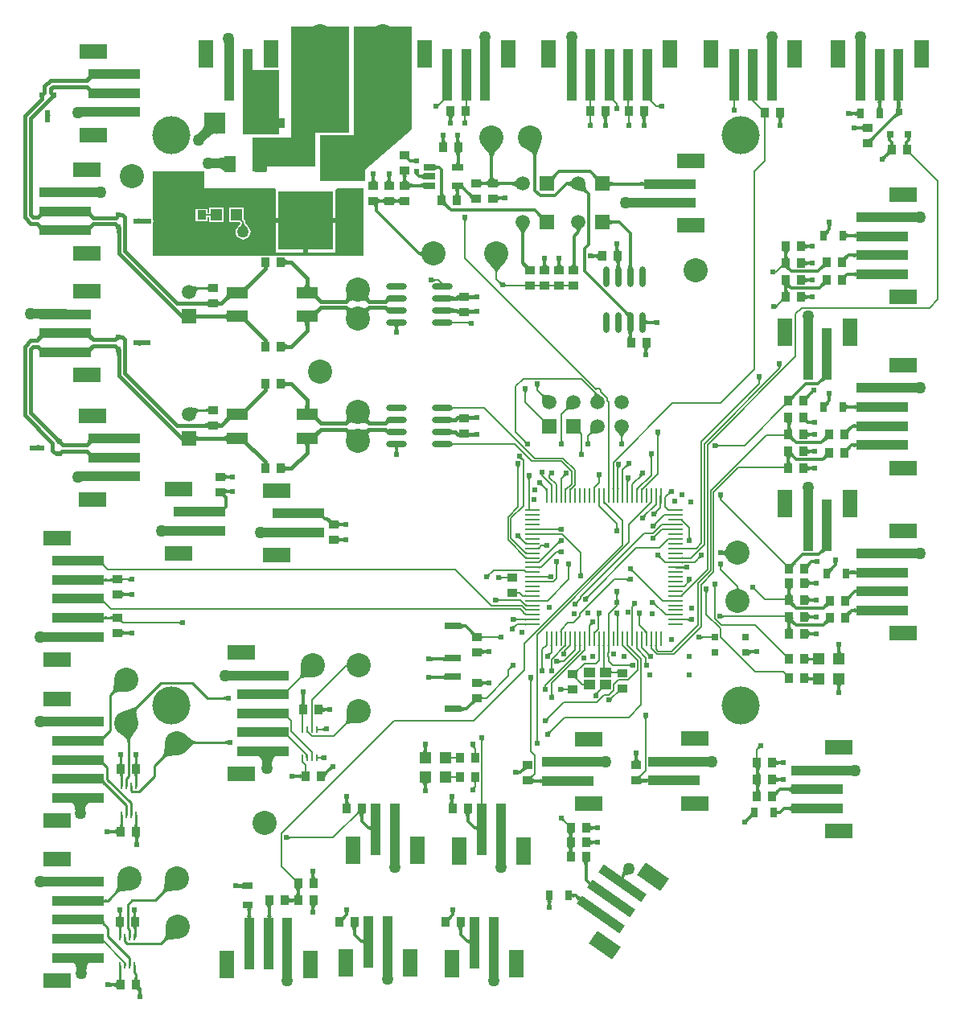
<source format=gtl>
G04*
G04 #@! TF.GenerationSoftware,Altium Limited,Altium Designer,19.1.8 (144)*
G04*
G04 Layer_Physical_Order=1*
G04 Layer_Color=255*
%FSLAX25Y25*%
%MOIN*%
G70*
G01*
G75*
%ADD10C,0.01000*%
%ADD20R,0.02756X0.02953*%
%ADD21R,0.06693X0.03150*%
%ADD22R,0.06299X0.11811*%
%ADD23R,0.03937X0.21654*%
%ADD24R,0.08661X0.04724*%
%ADD25R,0.03543X0.03937*%
%ADD26R,0.04724X0.04724*%
%ADD27R,0.21654X0.03937*%
%ADD28R,0.03937X0.03543*%
%ADD29O,0.00984X0.06102*%
%ADD30O,0.06102X0.00984*%
%ADD31R,0.04724X0.03937*%
%ADD32R,0.22835X0.24410*%
%ADD33R,0.06299X0.11811*%
%ADD34O,0.02362X0.08661*%
G04:AMPARAMS|DCode=35|XSize=25.59mil|YSize=47.24mil|CornerRadius=1.92mil|HoleSize=0mil|Usage=FLASHONLY|Rotation=90.000|XOffset=0mil|YOffset=0mil|HoleType=Round|Shape=RoundedRectangle|*
%AMROUNDEDRECTD35*
21,1,0.02559,0.04341,0,0,90.0*
21,1,0.02175,0.04724,0,0,90.0*
1,1,0.00384,0.02170,0.01088*
1,1,0.00384,0.02170,-0.01088*
1,1,0.00384,-0.02170,-0.01088*
1,1,0.00384,-0.02170,0.01088*
%
%ADD35ROUNDEDRECTD35*%
G04:AMPARAMS|DCode=36|XSize=9.84mil|YSize=23.62mil|CornerRadius=1.97mil|HoleSize=0mil|Usage=FLASHONLY|Rotation=180.000|XOffset=0mil|YOffset=0mil|HoleType=Round|Shape=RoundedRectangle|*
%AMROUNDEDRECTD36*
21,1,0.00984,0.01968,0,0,180.0*
21,1,0.00591,0.02362,0,0,180.0*
1,1,0.00394,-0.00295,0.00984*
1,1,0.00394,0.00295,0.00984*
1,1,0.00394,0.00295,-0.00984*
1,1,0.00394,-0.00295,-0.00984*
%
%ADD36ROUNDEDRECTD36*%
%ADD37O,0.08661X0.02362*%
%ADD38R,0.11811X0.06299*%
%ADD39R,0.03150X0.03150*%
%ADD40R,0.03000X0.04291*%
%ADD41R,0.04291X0.03000*%
G04:AMPARAMS|DCode=42|XSize=39.37mil|YSize=216.54mil|CornerRadius=0mil|HoleSize=0mil|Usage=FLASHONLY|Rotation=55.000|XOffset=0mil|YOffset=0mil|HoleType=Round|Shape=Rectangle|*
%AMROTATEDRECTD42*
4,1,4,0.07740,-0.07823,-0.09998,0.04598,-0.07740,0.07823,0.09998,-0.04598,0.07740,-0.07823,0.0*
%
%ADD42ROTATEDRECTD42*%

G04:AMPARAMS|DCode=43|XSize=62.99mil|YSize=118.11mil|CornerRadius=0mil|HoleSize=0mil|Usage=FLASHONLY|Rotation=55.000|XOffset=0mil|YOffset=0mil|HoleType=Round|Shape=Rectangle|*
%AMROTATEDRECTD43*
4,1,4,0.03031,-0.05967,-0.06644,0.00807,-0.03031,0.05967,0.06644,-0.00807,0.03031,-0.05967,0.0*
%
%ADD43ROTATEDRECTD43*%

%ADD44R,0.08504X0.08898*%
%ADD45R,0.06693X0.04724*%
%ADD46R,0.04724X0.06693*%
%ADD81R,0.02362X0.02165*%
%ADD82R,0.02165X0.02362*%
%ADD83C,0.04000*%
%ADD84C,0.00600*%
%ADD85C,0.01500*%
%ADD86C,0.02000*%
%ADD87C,0.01400*%
%ADD88C,0.10000*%
%ADD89R,0.05906X0.05906*%
%ADD90C,0.05906*%
%ADD91R,0.05906X0.05906*%
%ADD92C,0.15748*%
%ADD93C,0.05000*%
%ADD94C,0.02400*%
G36*
X39822Y383492D02*
X39771Y383518D01*
X39700Y383514D01*
X39606Y383481D01*
X39492Y383419D01*
X39357Y383327D01*
X39200Y383207D01*
X38823Y382877D01*
X38361Y382432D01*
X37300Y383492D01*
X37538Y383734D01*
X38196Y384488D01*
X38287Y384624D01*
X38350Y384738D01*
X38383Y384831D01*
X38386Y384903D01*
X38361Y384953D01*
X39822Y383492D01*
D02*
G37*
G36*
X38603Y380354D02*
X39357Y379696D01*
X39492Y379605D01*
X39606Y379543D01*
X39700Y379510D01*
X39771Y379506D01*
X39822Y379531D01*
X38361Y378070D01*
X38386Y378121D01*
X38383Y378193D01*
X38350Y378286D01*
X38287Y378400D01*
X38196Y378536D01*
X38075Y378692D01*
X37746Y379069D01*
X37300Y379531D01*
X38361Y380592D01*
X38603Y380354D01*
D02*
G37*
G36*
X24986Y375646D02*
X24870Y375731D01*
X24732Y375773D01*
X24573D01*
X24392Y375731D01*
X24191Y375646D01*
X23968Y375519D01*
X23724Y375349D01*
X23459Y375137D01*
X22865Y374585D01*
X21804Y375646D01*
X22101Y375954D01*
X22568Y376505D01*
X22738Y376749D01*
X22865Y376972D01*
X22950Y377173D01*
X22992Y377354D01*
Y377513D01*
X22950Y377650D01*
X22865Y377767D01*
X24986Y375646D01*
D02*
G37*
G36*
X185993Y374272D02*
X185947Y374305D01*
X185893Y374320D01*
X185830Y374319D01*
X185758Y374301D01*
X185678Y374266D01*
X185589Y374214D01*
X185491Y374145D01*
X185384Y374059D01*
X185144Y373835D01*
X184720Y374260D01*
X184840Y374384D01*
X185029Y374606D01*
X185098Y374704D01*
X185151Y374793D01*
X185186Y374874D01*
X185204Y374945D01*
X185205Y375008D01*
X185189Y375063D01*
X185157Y375108D01*
X185993Y374272D01*
D02*
G37*
G36*
X314910Y374267D02*
X314849Y374254D01*
X314806Y374233D01*
X314779Y374202D01*
X314771Y374163D01*
X314779Y374115D01*
X314806Y374058D01*
X314849Y373993D01*
X314910Y373918D01*
X314989Y373835D01*
X314140D01*
X314053Y373918D01*
X313967Y373993D01*
X313881Y374058D01*
X313795Y374115D01*
X313710Y374163D01*
X313626Y374202D01*
X313541Y374233D01*
X313458Y374254D01*
X313374Y374267D01*
X313292Y374272D01*
X314989D01*
X314910Y374267D01*
D02*
G37*
G36*
X271997Y374811D02*
X271972Y374766D01*
X271967Y374709D01*
X271981Y374641D01*
X272015Y374562D01*
X272068Y374472D01*
X272141Y374370D01*
X272234Y374257D01*
X272478Y373996D01*
X271790Y373835D01*
X271678Y373944D01*
X271471Y374117D01*
X271377Y374183D01*
X271289Y374233D01*
X271207Y374270D01*
X271132Y374292D01*
X271062Y374300D01*
X270999Y374293D01*
X270941Y374272D01*
X272042Y374845D01*
X271997Y374811D01*
D02*
G37*
G36*
X256260Y375048D02*
X256244Y374994D01*
X256245Y374932D01*
X256262Y374860D01*
X256298Y374780D01*
X256350Y374690D01*
X256419Y374592D01*
X256505Y374485D01*
X256730Y374244D01*
X256290Y373835D01*
X256167Y373955D01*
X255945Y374143D01*
X255848Y374212D01*
X255759Y374264D01*
X255678Y374299D01*
X255606Y374318D01*
X255543Y374319D01*
X255488Y374304D01*
X255441Y374272D01*
X256294Y375093D01*
X256260Y375048D01*
D02*
G37*
G36*
X306518Y374266D02*
X306467Y374247D01*
X306422Y374217D01*
X306383Y374174D01*
X306350Y374119D01*
X306323Y374051D01*
X306302Y373972D01*
X306287Y373880D01*
X306278Y373776D01*
X306275Y373660D01*
X305675D01*
X305672Y373776D01*
X305663Y373880D01*
X305648Y373972D01*
X305627Y374051D01*
X305600Y374119D01*
X305567Y374174D01*
X305528Y374217D01*
X305483Y374247D01*
X305432Y374266D01*
X305375Y374272D01*
X306575D01*
X306518Y374266D01*
D02*
G37*
G36*
X262766D02*
X262715Y374247D01*
X262670Y374217D01*
X262631Y374174D01*
X262598Y374119D01*
X262571Y374051D01*
X262550Y373972D01*
X262535Y373880D01*
X262526Y373776D01*
X262523Y373660D01*
X261923D01*
X261920Y373776D01*
X261911Y373880D01*
X261896Y373972D01*
X261875Y374051D01*
X261848Y374119D01*
X261815Y374174D01*
X261776Y374217D01*
X261731Y374247D01*
X261680Y374266D01*
X261623Y374272D01*
X262823D01*
X262766Y374266D01*
D02*
G37*
G36*
X247018D02*
X246967Y374247D01*
X246922Y374217D01*
X246883Y374174D01*
X246850Y374119D01*
X246823Y374051D01*
X246802Y373972D01*
X246787Y373880D01*
X246778Y373776D01*
X246775Y373660D01*
X246175D01*
X246172Y373776D01*
X246163Y373880D01*
X246148Y373972D01*
X246127Y374051D01*
X246100Y374119D01*
X246067Y374174D01*
X246028Y374217D01*
X245983Y374247D01*
X245932Y374266D01*
X245875Y374272D01*
X247075D01*
X247018Y374266D01*
D02*
G37*
G36*
X195518D02*
X195467Y374247D01*
X195422Y374217D01*
X195383Y374174D01*
X195350Y374119D01*
X195323Y374051D01*
X195302Y373972D01*
X195287Y373880D01*
X195278Y373776D01*
X195275Y373660D01*
X194675D01*
X194672Y373776D01*
X194663Y373880D01*
X194648Y373972D01*
X194627Y374051D01*
X194600Y374119D01*
X194567Y374174D01*
X194528Y374217D01*
X194483Y374247D01*
X194432Y374266D01*
X194375Y374272D01*
X195575D01*
X195518Y374266D01*
D02*
G37*
G36*
X184155Y372846D02*
X184097Y372782D01*
X184040Y372708D01*
X183984Y372623D01*
X183929Y372528D01*
X183876Y372423D01*
X183773Y372182D01*
X183724Y372046D01*
X183628Y371744D01*
X182829Y373221D01*
X182957Y373187D01*
X183079Y373164D01*
X183196Y373153D01*
X183307Y373154D01*
X183413Y373166D01*
X183514Y373190D01*
X183609Y373225D01*
X183699Y373272D01*
X183783Y373331D01*
X183862Y373402D01*
X184155Y372846D01*
D02*
G37*
G36*
X375490Y374258D02*
X375371Y374215D01*
X375266Y374145D01*
X375175Y374046D01*
X375098Y373919D01*
X375035Y373763D01*
X374986Y373580D01*
X374951Y373368D01*
X374930Y373128D01*
X374923Y372860D01*
X373523D01*
X373516Y373128D01*
X373495Y373368D01*
X373460Y373580D01*
X373411Y373763D01*
X373348Y373919D01*
X373271Y374046D01*
X373180Y374145D01*
X373075Y374215D01*
X372956Y374258D01*
X372823Y374272D01*
X375623D01*
X375490Y374258D01*
D02*
G37*
G36*
X367616D02*
X367497Y374215D01*
X367392Y374145D01*
X367301Y374046D01*
X367224Y373919D01*
X367161Y373763D01*
X367112Y373580D01*
X367077Y373368D01*
X367056Y373128D01*
X367049Y372860D01*
X365649D01*
X365642Y373128D01*
X365621Y373368D01*
X365586Y373580D01*
X365537Y373763D01*
X365474Y373919D01*
X365397Y374046D01*
X365306Y374145D01*
X365201Y374215D01*
X365082Y374258D01*
X364949Y374272D01*
X367749D01*
X367616Y374258D01*
D02*
G37*
G36*
X246778Y372515D02*
X246787Y372411D01*
X246802Y372319D01*
X246823Y372240D01*
X246850Y372172D01*
X246883Y372117D01*
X246922Y372074D01*
X246967Y372044D01*
X247018Y372025D01*
X247075Y372019D01*
X245875D01*
X245932Y372025D01*
X245983Y372044D01*
X246028Y372074D01*
X246067Y372117D01*
X246100Y372172D01*
X246127Y372240D01*
X246148Y372319D01*
X246163Y372411D01*
X246172Y372515D01*
X246175Y372631D01*
X246775D01*
X246778Y372515D01*
D02*
G37*
G36*
X257780Y372857D02*
X257797Y372757D01*
X257824Y372656D01*
X257861Y372555D01*
X257910Y372453D01*
X257969Y372350D01*
X258040Y372246D01*
X258121Y372142D01*
X258212Y372037D01*
X258315Y371932D01*
X256635D01*
X256738Y372037D01*
X256910Y372246D01*
X256981Y372350D01*
X257040Y372453D01*
X257089Y372555D01*
X257126Y372656D01*
X257153Y372757D01*
X257170Y372857D01*
X257175Y372957D01*
X257775D01*
X257780Y372857D01*
D02*
G37*
G36*
X306280Y372364D02*
X306297Y372264D01*
X306324Y372163D01*
X306361Y372062D01*
X306410Y371959D01*
X306469Y371857D01*
X306540Y371753D01*
X306621Y371649D01*
X306712Y371544D01*
X306815Y371439D01*
X305135D01*
X305238Y371544D01*
X305410Y371753D01*
X305481Y371857D01*
X305540Y371959D01*
X305589Y372062D01*
X305626Y372163D01*
X305653Y372264D01*
X305670Y372364D01*
X305675Y372463D01*
X306275D01*
X306280Y372364D01*
D02*
G37*
G36*
X275274Y371391D02*
X275168Y371493D01*
X274959Y371666D01*
X274856Y371736D01*
X274753Y371796D01*
X274651Y371844D01*
X274549Y371882D01*
X274448Y371909D01*
X274348Y371925D01*
X274249Y371931D01*
Y372531D01*
X274348Y372536D01*
X274448Y372552D01*
X274549Y372579D01*
X274651Y372617D01*
X274753Y372666D01*
X274856Y372725D01*
X274959Y372795D01*
X275063Y372876D01*
X275168Y372968D01*
X275274Y373071D01*
Y371391D01*
D02*
G37*
G36*
X374930Y372494D02*
X374951Y372255D01*
X374986Y372043D01*
X375035Y371860D01*
X375098Y371705D01*
X375175Y371577D01*
X375266Y371478D01*
X375371Y371408D01*
X375490Y371365D01*
X375623Y371350D01*
X372912Y371362D01*
X373028Y371376D01*
X373132Y371418D01*
X373224Y371488D01*
X373303Y371586D01*
X373370Y371712D01*
X373425Y371866D01*
X373468Y372048D01*
X373499Y372258D01*
X373517Y372496D01*
X373523Y372762D01*
X374923D01*
X374930Y372494D01*
D02*
G37*
G36*
X367056Y372342D02*
X367077Y372105D01*
X367112Y371895D01*
X367161Y371712D01*
X367224Y371558D01*
X367301Y371432D01*
X367392Y371335D01*
X367497Y371265D01*
X367616Y371222D01*
X367749Y371209D01*
X364949D01*
X365082Y371222D01*
X365201Y371265D01*
X365306Y371335D01*
X365397Y371432D01*
X365474Y371558D01*
X365537Y371712D01*
X365586Y371895D01*
X365621Y372105D01*
X365642Y372342D01*
X365649Y372608D01*
X367049D01*
X367056Y372342D01*
D02*
G37*
G36*
X195278Y372515D02*
X195287Y372411D01*
X195302Y372319D01*
X195323Y372240D01*
X195350Y372172D01*
X195383Y372117D01*
X195422Y372074D01*
X195467Y372044D01*
X195518Y372025D01*
X195575Y372019D01*
X195290D01*
X195345Y371260D01*
X195371Y371140D01*
X195400Y371044D01*
X195433Y370970D01*
X195470Y370920D01*
X194480D01*
X194517Y370970D01*
X194550Y371044D01*
X194579Y371140D01*
X194605Y371260D01*
X194626Y371402D01*
X194657Y371756D01*
X194667Y372019D01*
X194375D01*
X194432Y372025D01*
X194483Y372044D01*
X194528Y372074D01*
X194567Y372117D01*
X194600Y372172D01*
X194627Y372240D01*
X194648Y372319D01*
X194663Y372411D01*
X194672Y372515D01*
X194675Y372631D01*
X195275D01*
X195278Y372515D01*
D02*
G37*
G36*
X262526D02*
X262535Y372411D01*
X262550Y372319D01*
X262571Y372240D01*
X262598Y372172D01*
X262631Y372117D01*
X262670Y372074D01*
X262715Y372044D01*
X262766Y372025D01*
X262823Y372019D01*
X262524D01*
X262525Y371953D01*
X262593Y371012D01*
X262619Y370892D01*
X262648Y370796D01*
X262681Y370722D01*
X262718Y370672D01*
X261728D01*
X261765Y370722D01*
X261798Y370796D01*
X261827Y370892D01*
X261853Y371012D01*
X261874Y371154D01*
X261905Y371508D01*
X261921Y371953D01*
X261922Y372019D01*
X261623D01*
X261680Y372025D01*
X261731Y372044D01*
X261776Y372074D01*
X261815Y372117D01*
X261848Y372172D01*
X261875Y372240D01*
X261896Y372319D01*
X261911Y372411D01*
X261920Y372515D01*
X261923Y372631D01*
X262523D01*
X262526Y372515D01*
D02*
G37*
G36*
X317001Y371828D02*
X317233Y371629D01*
X317334Y371559D01*
X317424Y371507D01*
X317503Y371474D01*
X317573Y371460D01*
X317631Y371465D01*
X317680Y371488D01*
X317717Y371531D01*
X317066Y370486D01*
X317091Y370541D01*
X317101Y370603D01*
X317096Y370672D01*
X317076Y370747D01*
X317041Y370829D01*
X316991Y370917D01*
X316926Y371011D01*
X316846Y371113D01*
X316751Y371220D01*
X316641Y371335D01*
X316869Y371956D01*
X317001Y371828D01*
D02*
G37*
G36*
X374892Y368236D02*
X374783Y368316D01*
X374655Y368355D01*
X374506D01*
X374338Y368316D01*
X374150Y368236D01*
X373942Y368118D01*
X373714Y367959D01*
X373467Y367761D01*
X372912Y367247D01*
X371922Y368236D01*
X372199Y368524D01*
X372635Y369038D01*
X372793Y369266D01*
X372912Y369474D01*
X372991Y369662D01*
X373031Y369830D01*
Y369979D01*
X372991Y370107D01*
X372912Y370216D01*
X374892Y368236D01*
D02*
G37*
G36*
X354365Y369888D02*
X354409Y369864D01*
X354465Y369843D01*
X354532Y369825D01*
X354610Y369810D01*
X354699Y369797D01*
X354912Y369780D01*
X355170Y369775D01*
Y368375D01*
X355035Y368373D01*
X354610Y368340D01*
X354532Y368324D01*
X354465Y368306D01*
X354409Y368285D01*
X354365Y368261D01*
X354332Y368235D01*
Y369915D01*
X354365Y369888D01*
D02*
G37*
G36*
X357042Y367675D02*
X357028Y367808D01*
X356986Y367927D01*
X356915Y368032D01*
X356816Y368123D01*
X356689Y368200D01*
X356534Y368263D01*
X356350Y368312D01*
X356139Y368347D01*
X355899Y368368D01*
X355630Y368375D01*
Y369775D01*
X355899Y369782D01*
X356139Y369803D01*
X356350Y369838D01*
X356534Y369887D01*
X356689Y369950D01*
X356816Y370027D01*
X356915Y370118D01*
X356986Y370223D01*
X357028Y370342D01*
X357042Y370475D01*
Y367675D01*
D02*
G37*
G36*
X263018Y368124D02*
X262967Y368106D01*
X262922Y368075D01*
X262883Y368032D01*
X262850Y367977D01*
X262823Y367910D01*
X262802Y367830D01*
X262787Y367739D01*
X262778Y367635D01*
X262775Y367518D01*
X262175D01*
X262172Y367635D01*
X262163Y367739D01*
X262148Y367830D01*
X262127Y367910D01*
X262100Y367977D01*
X262067Y368032D01*
X262028Y368075D01*
X261983Y368106D01*
X261932Y368124D01*
X261875Y368130D01*
X263075D01*
X263018Y368124D01*
D02*
G37*
G36*
X247018D02*
X246967Y368106D01*
X246922Y368075D01*
X246883Y368032D01*
X246850Y367977D01*
X246823Y367910D01*
X246802Y367830D01*
X246787Y367739D01*
X246778Y367635D01*
X246775Y367518D01*
X246175D01*
X246172Y367635D01*
X246163Y367739D01*
X246148Y367830D01*
X246127Y367910D01*
X246100Y367977D01*
X246067Y368032D01*
X246028Y368075D01*
X245983Y368106D01*
X245932Y368124D01*
X245875Y368130D01*
X247075D01*
X247018Y368124D01*
D02*
G37*
G36*
X195018D02*
X194967Y368106D01*
X194922Y368075D01*
X194883Y368032D01*
X194850Y367977D01*
X194823Y367910D01*
X194802Y367830D01*
X194787Y367739D01*
X194778Y367635D01*
X194775Y367518D01*
X194175D01*
X194172Y367635D01*
X194163Y367739D01*
X194148Y367830D01*
X194127Y367910D01*
X194100Y367977D01*
X194067Y368032D01*
X194028Y368075D01*
X193983Y368106D01*
X193932Y368124D01*
X193875Y368130D01*
X195075D01*
X195018Y368124D01*
D02*
G37*
G36*
X319368Y367624D02*
X319317Y367606D01*
X319272Y367575D01*
X319233Y367532D01*
X319200Y367477D01*
X319173Y367410D01*
X319152Y367330D01*
X319137Y367239D01*
X319128Y367135D01*
X319125Y367018D01*
X318525D01*
X318522Y367135D01*
X318513Y367239D01*
X318498Y367330D01*
X318477Y367410D01*
X318450Y367477D01*
X318417Y367532D01*
X318378Y367575D01*
X318333Y367606D01*
X318282Y367624D01*
X318225Y367630D01*
X319425D01*
X319368Y367624D01*
D02*
G37*
G36*
X269892Y368116D02*
X269773Y368074D01*
X269668Y368003D01*
X269577Y367904D01*
X269500Y367777D01*
X269437Y367622D01*
X269388Y367438D01*
X269353Y367227D01*
X269332Y366987D01*
X269325Y366718D01*
X267925D01*
X267918Y366987D01*
X267897Y367227D01*
X267862Y367438D01*
X267813Y367622D01*
X267750Y367777D01*
X267673Y367904D01*
X267582Y368003D01*
X267477Y368074D01*
X267358Y368116D01*
X267225Y368130D01*
X270025D01*
X269892Y368116D01*
D02*
G37*
G36*
X253892D02*
X253773Y368074D01*
X253668Y368003D01*
X253577Y367904D01*
X253500Y367777D01*
X253437Y367622D01*
X253388Y367438D01*
X253353Y367227D01*
X253332Y366987D01*
X253325Y366718D01*
X251925D01*
X251918Y366987D01*
X251897Y367227D01*
X251862Y367438D01*
X251813Y367622D01*
X251750Y367777D01*
X251673Y367904D01*
X251582Y368003D01*
X251477Y368074D01*
X251358Y368116D01*
X251225Y368130D01*
X254025D01*
X253892Y368116D01*
D02*
G37*
G36*
X22612Y368344D02*
X22583Y368291D01*
X22558Y368201D01*
X22536Y368076D01*
X22517Y367916D01*
X22482Y367218D01*
X22475Y366575D01*
X20475D01*
X20473Y366914D01*
X20392Y368201D01*
X20367Y368291D01*
X20338Y368344D01*
X20306Y368362D01*
X22644D01*
X22612Y368344D01*
D02*
G37*
G36*
X326392Y367616D02*
X326273Y367574D01*
X326168Y367503D01*
X326077Y367404D01*
X326000Y367277D01*
X325937Y367122D01*
X325888Y366938D01*
X325853Y366727D01*
X325832Y366487D01*
X325825Y366218D01*
X324425D01*
X324418Y366487D01*
X324397Y366727D01*
X324362Y366938D01*
X324313Y367122D01*
X324250Y367277D01*
X324173Y367404D01*
X324082Y367503D01*
X323977Y367574D01*
X323858Y367616D01*
X323725Y367630D01*
X326525D01*
X326392Y367616D01*
D02*
G37*
G36*
X194780Y366857D02*
X194797Y366757D01*
X194824Y366656D01*
X194861Y366555D01*
X194910Y366453D01*
X194969Y366350D01*
X195040Y366246D01*
X195121Y366142D01*
X195212Y366037D01*
X195315Y365932D01*
X193635D01*
X193738Y366037D01*
X193910Y366246D01*
X193981Y366350D01*
X194040Y366453D01*
X194089Y366555D01*
X194126Y366656D01*
X194153Y366757D01*
X194170Y366857D01*
X194175Y366957D01*
X194775D01*
X194780Y366857D01*
D02*
G37*
G36*
X189742Y368116D02*
X189623Y368074D01*
X189518Y368003D01*
X189427Y367904D01*
X189350Y367777D01*
X189287Y367622D01*
X189238Y367438D01*
X189203Y367227D01*
X189182Y366987D01*
X189175Y366733D01*
X189176Y366635D01*
X189210Y366210D01*
X189225Y366132D01*
X189244Y366065D01*
X189265Y366009D01*
X189288Y365965D01*
X189315Y365932D01*
X187635D01*
X187662Y365965D01*
X187685Y366009D01*
X187706Y366065D01*
X187725Y366132D01*
X187740Y366210D01*
X187753Y366299D01*
X187769Y366512D01*
X187774Y366742D01*
X187768Y366987D01*
X187747Y367227D01*
X187712Y367438D01*
X187663Y367622D01*
X187600Y367777D01*
X187523Y367904D01*
X187432Y368003D01*
X187327Y368074D01*
X187208Y368116D01*
X187075Y368130D01*
X189875D01*
X189742Y368116D01*
D02*
G37*
G36*
X262780Y366022D02*
X262797Y365922D01*
X262824Y365821D01*
X262861Y365720D01*
X262910Y365617D01*
X262969Y365515D01*
X263040Y365411D01*
X263121Y365307D01*
X263212Y365202D01*
X263315Y365096D01*
X261635D01*
X261738Y365202D01*
X261910Y365411D01*
X261981Y365515D01*
X262040Y365617D01*
X262089Y365720D01*
X262126Y365821D01*
X262153Y365922D01*
X262170Y366022D01*
X262175Y366121D01*
X262775D01*
X262780Y366022D01*
D02*
G37*
G36*
X246780Y365857D02*
X246797Y365757D01*
X246824Y365656D01*
X246861Y365555D01*
X246910Y365453D01*
X246969Y365350D01*
X247040Y365246D01*
X247121Y365142D01*
X247212Y365037D01*
X247315Y364932D01*
X245635D01*
X245738Y365037D01*
X245910Y365246D01*
X245981Y365350D01*
X246040Y365453D01*
X246089Y365555D01*
X246126Y365656D01*
X246153Y365757D01*
X246170Y365857D01*
X246175Y365957D01*
X246775D01*
X246780Y365857D01*
D02*
G37*
G36*
X269326Y365579D02*
X269360Y365154D01*
X269375Y365076D01*
X269393Y365009D01*
X269414Y364953D01*
X269438Y364909D01*
X269465Y364876D01*
X267785D01*
X267811Y364909D01*
X267835Y364953D01*
X267856Y365009D01*
X267874Y365076D01*
X267890Y365154D01*
X267902Y365244D01*
X267919Y365456D01*
X267925Y365714D01*
X269325D01*
X269326Y365579D01*
D02*
G37*
G36*
X253326D02*
X253360Y365154D01*
X253375Y365076D01*
X253393Y365009D01*
X253414Y364953D01*
X253438Y364909D01*
X253465Y364876D01*
X251785D01*
X251811Y364909D01*
X251835Y364953D01*
X251856Y365009D01*
X251874Y365076D01*
X251890Y365154D01*
X251902Y365244D01*
X251919Y365456D01*
X251925Y365714D01*
X253325D01*
X253326Y365579D01*
D02*
G37*
G36*
X325825Y365642D02*
X325826Y365507D01*
X325857Y365007D01*
X325869Y364942D01*
X325883Y364890D01*
X325898Y364849D01*
X325915Y364820D01*
X324248Y365030D01*
X324282Y365062D01*
X324312Y365106D01*
X324338Y365161D01*
X324361Y365227D01*
X324380Y365305D01*
X324396Y365393D01*
X324409Y365493D01*
X324423Y365727D01*
X324425Y365861D01*
X325825Y365642D01*
D02*
G37*
G36*
X356679Y364038D02*
X356724Y364014D01*
X356779Y363993D01*
X356846Y363975D01*
X356924Y363959D01*
X357014Y363947D01*
X357226Y363930D01*
X357484Y363924D01*
Y362524D01*
X357350Y362523D01*
X356924Y362489D01*
X356846Y362474D01*
X356779Y362456D01*
X356724Y362435D01*
X356679Y362411D01*
X356646Y362384D01*
Y364064D01*
X356679Y364038D01*
D02*
G37*
G36*
X359530Y361824D02*
X359516Y361957D01*
X359474Y362076D01*
X359403Y362181D01*
X359305Y362272D01*
X359177Y362349D01*
X359022Y362412D01*
X358839Y362461D01*
X358627Y362496D01*
X358387Y362517D01*
X358119Y362524D01*
Y363924D01*
X358387Y363931D01*
X358627Y363952D01*
X358839Y363987D01*
X359022Y364036D01*
X359177Y364099D01*
X359305Y364176D01*
X359403Y364267D01*
X359474Y364372D01*
X359516Y364491D01*
X359530Y364624D01*
Y361824D01*
D02*
G37*
G36*
X146475Y405075D02*
X146475Y361075D01*
X132475Y361075D01*
Y347075D01*
X112475D01*
Y345075D01*
X106475D01*
Y359075D01*
X122475Y359075D01*
X122475Y405075D01*
X146475Y405075D01*
D02*
G37*
G36*
X91621Y360650D02*
X91362Y360845D01*
X91044Y360933D01*
X90668Y360915D01*
X90233Y360790D01*
X89740Y360560D01*
X89187Y360222D01*
X88577Y359779D01*
X87907Y359229D01*
X86392Y357809D01*
X83761Y360835D01*
X84507Y361605D01*
X85692Y362981D01*
X86130Y363586D01*
X86466Y364137D01*
X86698Y364632D01*
X86828Y365072D01*
X86855Y365458D01*
X86780Y365788D01*
X86601Y366063D01*
X91621Y360650D01*
D02*
G37*
G36*
X117475Y387075D02*
X117475Y360575D01*
X102475Y360575D01*
X102475Y387075D01*
X117475Y387075D01*
D02*
G37*
G36*
X364422Y358756D02*
X364141Y358465D01*
X363701Y357946D01*
X363542Y357718D01*
X363423Y357509D01*
X363344Y357322D01*
X363305Y357154D01*
X363307Y357008D01*
X363349Y356881D01*
X363432Y356776D01*
X361381Y358685D01*
X361493Y358609D01*
X361624Y358572D01*
X361774Y358574D01*
X361944Y358614D01*
X362132Y358694D01*
X362340Y358812D01*
X362566Y358969D01*
X362812Y359166D01*
X363361Y359675D01*
X364422Y358756D01*
D02*
G37*
G36*
X379185Y358781D02*
X379183Y358759D01*
X379180Y358674D01*
X379175Y358075D01*
X377775D01*
X377762Y358788D01*
X379188D01*
X379185Y358781D01*
D02*
G37*
G36*
X371185D02*
X371183Y358759D01*
X371180Y358674D01*
X371175Y358075D01*
X369775D01*
X369762Y358788D01*
X371188D01*
X371185Y358781D01*
D02*
G37*
G36*
X192288Y359185D02*
X192265Y359140D01*
X192244Y359085D01*
X192225Y359018D01*
X192210Y358940D01*
X192197Y358850D01*
X192181Y358638D01*
X192176Y358408D01*
X192182Y358163D01*
X192203Y357923D01*
X192238Y357711D01*
X192287Y357528D01*
X192350Y357372D01*
X192427Y357245D01*
X192518Y357146D01*
X192623Y357076D01*
X192742Y357033D01*
X192875Y357019D01*
X190075D01*
X190208Y357033D01*
X190327Y357076D01*
X190432Y357146D01*
X190523Y357245D01*
X190600Y357372D01*
X190663Y357528D01*
X190712Y357711D01*
X190747Y357923D01*
X190768Y358163D01*
X190775Y358417D01*
X190774Y358515D01*
X190740Y358940D01*
X190725Y359018D01*
X190706Y359085D01*
X190685Y359140D01*
X190662Y359185D01*
X190635Y359218D01*
X192315D01*
X192288Y359185D01*
D02*
G37*
G36*
X186288D02*
X186265Y359140D01*
X186244Y359085D01*
X186225Y359018D01*
X186210Y358940D01*
X186197Y358850D01*
X186181Y358638D01*
X186176Y358408D01*
X186182Y358163D01*
X186203Y357923D01*
X186238Y357711D01*
X186287Y357528D01*
X186350Y357372D01*
X186427Y357245D01*
X186518Y357146D01*
X186623Y357076D01*
X186742Y357033D01*
X186875Y357019D01*
X184075D01*
X184208Y357033D01*
X184327Y357076D01*
X184432Y357146D01*
X184523Y357245D01*
X184600Y357372D01*
X184663Y357528D01*
X184712Y357711D01*
X184747Y357923D01*
X184768Y358163D01*
X184775Y358417D01*
X184774Y358515D01*
X184740Y358940D01*
X184725Y359018D01*
X184706Y359085D01*
X184685Y359140D01*
X184662Y359185D01*
X184635Y359218D01*
X186315D01*
X186288Y359185D01*
D02*
G37*
G36*
X378178Y356874D02*
X378206Y356537D01*
X378230Y356399D01*
X378261Y356283D01*
X378299Y356188D01*
X378343Y356114D01*
X378395Y356062D01*
X378453Y356030D01*
X378519Y356019D01*
X376431D01*
X376497Y356030D01*
X376555Y356062D01*
X376607Y356114D01*
X376651Y356188D01*
X376689Y356283D01*
X376720Y356399D01*
X376744Y356537D01*
X376761Y356695D01*
X376775Y357075D01*
X378175D01*
X378178Y356874D01*
D02*
G37*
G36*
X372178D02*
X372206Y356537D01*
X372230Y356399D01*
X372261Y356283D01*
X372299Y356188D01*
X372343Y356114D01*
X372395Y356062D01*
X372453Y356030D01*
X372518Y356019D01*
X370431D01*
X370497Y356030D01*
X370555Y356062D01*
X370607Y356114D01*
X370651Y356188D01*
X370689Y356283D01*
X370720Y356399D01*
X370744Y356537D01*
X370761Y356695D01*
X370775Y357075D01*
X372175D01*
X372178Y356874D01*
D02*
G37*
G36*
X371349Y352118D02*
X371249Y352206D01*
X371127Y352253D01*
X370983Y352258D01*
X370818Y352221D01*
X370631Y352143D01*
X370422Y352023D01*
X370191Y351862D01*
X369939Y351659D01*
X369369Y351128D01*
X368576Y352315D01*
X368844Y352593D01*
X369268Y353096D01*
X369423Y353321D01*
X369541Y353528D01*
X369621Y353717D01*
X369664Y353888D01*
X369669Y354042D01*
X369636Y354177D01*
X369566Y354295D01*
X371349Y352118D01*
D02*
G37*
G36*
X192892Y353116D02*
X192773Y353074D01*
X192668Y353003D01*
X192577Y352904D01*
X192500Y352777D01*
X192437Y352622D01*
X192388Y352438D01*
X192353Y352227D01*
X192332Y351987D01*
X192325Y351718D01*
X190925D01*
X190918Y351987D01*
X190897Y352227D01*
X190862Y352438D01*
X190813Y352622D01*
X190750Y352777D01*
X190673Y352904D01*
X190582Y353003D01*
X190477Y353074D01*
X190358Y353116D01*
X190225Y353130D01*
X193025D01*
X192892Y353116D01*
D02*
G37*
G36*
X379340Y352921D02*
X379324Y352867D01*
X379325Y352804D01*
X379343Y352732D01*
X379378Y352652D01*
X379430Y352562D01*
X379499Y352465D01*
X379586Y352358D01*
X379808Y352118D01*
X379384Y351694D01*
X379260Y351814D01*
X379038Y352003D01*
X378940Y352072D01*
X378851Y352124D01*
X378770Y352159D01*
X378699Y352178D01*
X378636Y352179D01*
X378581Y352163D01*
X378536Y352130D01*
X379372Y352967D01*
X379340Y352921D01*
D02*
G37*
G36*
X224175Y351867D02*
X222775Y351247D01*
X222744Y351635D01*
X222652Y352007D01*
X222498Y352363D01*
X222282Y352703D01*
X222005Y353027D01*
X221666Y353334D01*
X221266Y353626D01*
X220804Y353901D01*
X220281Y354159D01*
X219695Y354402D01*
X226105Y357188D01*
X224175Y351867D01*
D02*
G37*
G36*
X208443Y354966D02*
X207547Y353957D01*
X207183Y353486D01*
X206875Y353037D01*
X206623Y352610D01*
X206427Y352205D01*
X206287Y351823D01*
X206203Y351462D01*
X206175Y351124D01*
X204775D01*
X204747Y351462D01*
X204663Y351823D01*
X204523Y352205D01*
X204327Y352610D01*
X204075Y353037D01*
X203767Y353486D01*
X203403Y353957D01*
X202507Y354966D01*
X201975Y355504D01*
X208975D01*
X208443Y354966D01*
D02*
G37*
G36*
X369163Y350922D02*
X369069Y350826D01*
X368847Y350573D01*
X368793Y350501D01*
X368749Y350434D01*
X368716Y350373D01*
X368692Y350318D01*
X368678Y350269D01*
X368674Y350225D01*
X367461Y351387D01*
X367501Y351392D01*
X367548Y351408D01*
X367602Y351433D01*
X367661Y351468D01*
X367726Y351513D01*
X367876Y351632D01*
X368050Y351791D01*
X368146Y351885D01*
X369163Y350922D01*
D02*
G37*
G36*
X173618Y348735D02*
X173585Y348761D01*
X173541Y348785D01*
X173485Y348806D01*
X173418Y348824D01*
X173340Y348840D01*
X173251Y348852D01*
X173038Y348869D01*
X172780Y348875D01*
Y350275D01*
X172915Y350276D01*
X173340Y350310D01*
X173418Y350325D01*
X173485Y350343D01*
X173541Y350364D01*
X173585Y350388D01*
X173618Y350415D01*
Y348735D01*
D02*
G37*
G36*
X192332Y349229D02*
X192353Y348989D01*
X192388Y348777D01*
X192437Y348594D01*
X192500Y348438D01*
X192577Y348311D01*
X192668Y348212D01*
X192773Y348142D01*
X192892Y348099D01*
X193025Y348085D01*
X190225D01*
X190358Y348099D01*
X190477Y348142D01*
X190582Y348212D01*
X190673Y348311D01*
X190750Y348438D01*
X190813Y348594D01*
X190862Y348777D01*
X190897Y348989D01*
X190918Y349229D01*
X190925Y349497D01*
X192325D01*
X192332Y349229D01*
D02*
G37*
G36*
X182030Y347940D02*
X182104Y347851D01*
X182198Y347772D01*
X182314Y347704D01*
X182449Y347646D01*
X182605Y347599D01*
X182781Y347562D01*
X182978Y347536D01*
X183195Y347520D01*
X183433Y347515D01*
Y346115D01*
X183195Y346110D01*
X182781Y346068D01*
X182605Y346031D01*
X182449Y345984D01*
X182314Y345926D01*
X182198Y345858D01*
X182104Y345779D01*
X182030Y345690D01*
X181976Y345590D01*
Y348040D01*
X182030Y347940D01*
D02*
G37*
G36*
X94826Y344740D02*
X94786Y345089D01*
X94666Y345401D01*
X94466Y345676D01*
X94186Y345914D01*
X93826Y346116D01*
X93386Y346281D01*
X92866Y346410D01*
X92266Y346501D01*
X91586Y346556D01*
X90826Y346575D01*
Y350575D01*
X91586Y350583D01*
X93386Y350708D01*
X93826Y350783D01*
X94186Y350875D01*
X94466Y350984D01*
X94666Y351109D01*
X94786Y351251D01*
X94826Y351409D01*
Y344740D01*
D02*
G37*
G36*
X232406Y343016D02*
X232127Y342727D01*
X231689Y342211D01*
X231530Y341983D01*
X231410Y341775D01*
X231329Y341587D01*
X231289Y341419D01*
X231287Y341271D01*
X231326Y341143D01*
X231404Y341036D01*
X229436Y343004D01*
X229544Y342926D01*
X229672Y342887D01*
X229819Y342888D01*
X229987Y342929D01*
X230175Y343009D01*
X230383Y343129D01*
X230611Y343289D01*
X230859Y343488D01*
X231416Y344005D01*
X232406Y343016D01*
D02*
G37*
G36*
X175422Y344325D02*
X175418Y344285D01*
X175427Y344238D01*
X175447Y344184D01*
X175480Y344123D01*
X175525Y344055D01*
X175583Y343980D01*
X175734Y343809D01*
X175828Y343712D01*
X174675Y342885D01*
X173863Y344043D01*
X175437Y344358D01*
X175422Y344325D01*
D02*
G37*
G36*
X206182Y343118D02*
X206203Y342880D01*
X206238Y342670D01*
X206287Y342488D01*
X206350Y342334D01*
X206427Y342208D01*
X206518Y342110D01*
X206623Y342040D01*
X206742Y341998D01*
X206875Y341984D01*
X204075D01*
X204208Y341998D01*
X204327Y342040D01*
X204432Y342110D01*
X204523Y342208D01*
X204600Y342334D01*
X204663Y342488D01*
X204712Y342670D01*
X204747Y342880D01*
X204768Y343118D01*
X204775Y343384D01*
X206175D01*
X206182Y343118D01*
D02*
G37*
G36*
X177360Y341849D02*
X177306Y341949D01*
X177232Y342039D01*
X177137Y342117D01*
X177022Y342186D01*
X176887Y342244D01*
X176731Y342291D01*
X176555Y342327D01*
X176358Y342354D01*
X176141Y342370D01*
X175903Y342375D01*
Y343775D01*
X176141Y343780D01*
X176555Y343822D01*
X176731Y343859D01*
X176887Y343906D01*
X177022Y343964D01*
X177137Y344032D01*
X177232Y344111D01*
X177306Y344200D01*
X177360Y344300D01*
Y341849D01*
D02*
G37*
G36*
X172475Y362513D02*
X152975Y345782D01*
X152975Y341075D01*
X134475D01*
Y360075D01*
X148475D01*
Y405075D01*
X172475D01*
Y362513D01*
D02*
G37*
G36*
X248822Y343727D02*
X249339Y343289D01*
X249567Y343129D01*
X249775Y343009D01*
X249963Y342929D01*
X250131Y342888D01*
X250278Y342887D01*
X250406Y342926D01*
X250514Y343004D01*
X248546Y341036D01*
X248624Y341143D01*
X248663Y341271D01*
X248661Y341419D01*
X248621Y341587D01*
X248540Y341775D01*
X248420Y341983D01*
X248261Y342211D01*
X248061Y342459D01*
X247544Y343016D01*
X248534Y344005D01*
X248822Y343727D01*
D02*
G37*
G36*
X170742Y343652D02*
X170623Y343609D01*
X170518Y343540D01*
X170427Y343442D01*
X170350Y343316D01*
X170287Y343162D01*
X170238Y342980D01*
X170203Y342770D01*
X170182Y342531D01*
X170177Y342325D01*
X170182Y342118D01*
X170203Y341880D01*
X170238Y341670D01*
X170287Y341488D01*
X170350Y341334D01*
X170427Y341208D01*
X170518Y341110D01*
X170623Y341040D01*
X170742Y340998D01*
X170875Y340984D01*
X168075D01*
X168208Y340998D01*
X168327Y341040D01*
X168432Y341110D01*
X168523Y341208D01*
X168600Y341334D01*
X168663Y341488D01*
X168712Y341670D01*
X168747Y341880D01*
X168768Y342118D01*
X168773Y342325D01*
X168768Y342531D01*
X168747Y342770D01*
X168712Y342980D01*
X168663Y343162D01*
X168600Y343316D01*
X168523Y343442D01*
X168432Y343540D01*
X168327Y343609D01*
X168208Y343652D01*
X168075Y343666D01*
X170875D01*
X170742Y343652D01*
D02*
G37*
G36*
X163788Y343185D02*
X163765Y343140D01*
X163744Y343085D01*
X163725Y343018D01*
X163710Y342940D01*
X163697Y342850D01*
X163681Y342638D01*
X163675Y342382D01*
X163682Y342118D01*
X163703Y341880D01*
X163738Y341670D01*
X163787Y341488D01*
X163850Y341334D01*
X163927Y341208D01*
X164018Y341110D01*
X164123Y341040D01*
X164242Y340998D01*
X164375Y340984D01*
X161575D01*
X161708Y340998D01*
X161827Y341040D01*
X161932Y341110D01*
X162023Y341208D01*
X162100Y341334D01*
X162163Y341488D01*
X162212Y341670D01*
X162247Y341880D01*
X162268Y342118D01*
X162275Y342383D01*
X162274Y342515D01*
X162240Y342940D01*
X162225Y343018D01*
X162206Y343085D01*
X162185Y343140D01*
X162162Y343185D01*
X162135Y343218D01*
X163815D01*
X163788Y343185D01*
D02*
G37*
G36*
X157288D02*
X157265Y343140D01*
X157244Y343085D01*
X157225Y343018D01*
X157210Y342940D01*
X157197Y342850D01*
X157181Y342638D01*
X157175Y342382D01*
X157182Y342116D01*
X157203Y341876D01*
X157238Y341664D01*
X157287Y341480D01*
X157350Y341325D01*
X157427Y341198D01*
X157518Y341099D01*
X157623Y341028D01*
X157742Y340986D01*
X157875Y340972D01*
X155075D01*
X155208Y340986D01*
X155327Y341028D01*
X155432Y341099D01*
X155523Y341198D01*
X155600Y341325D01*
X155663Y341480D01*
X155712Y341664D01*
X155747Y341876D01*
X155768Y342116D01*
X155775Y342383D01*
X155774Y342515D01*
X155740Y342940D01*
X155725Y343018D01*
X155706Y343085D01*
X155685Y343140D01*
X155662Y343185D01*
X155635Y343218D01*
X157315D01*
X157288Y343185D01*
D02*
G37*
G36*
X204030Y338824D02*
X204016Y338957D01*
X203974Y339076D01*
X203903Y339181D01*
X203805Y339272D01*
X203678Y339349D01*
X203522Y339412D01*
X203339Y339461D01*
X203127Y339496D01*
X202887Y339517D01*
X202619Y339524D01*
Y340924D01*
X202887Y340931D01*
X203127Y340952D01*
X203339Y340987D01*
X203522Y341036D01*
X203678Y341099D01*
X203805Y341176D01*
X203903Y341267D01*
X203974Y341372D01*
X204016Y341491D01*
X204030Y341624D01*
Y338824D01*
D02*
G37*
G36*
X200934Y341491D02*
X200976Y341372D01*
X201047Y341267D01*
X201145Y341176D01*
X201273Y341099D01*
X201428Y341036D01*
X201611Y340987D01*
X201823Y340952D01*
X202063Y340931D01*
X202331Y340924D01*
Y339524D01*
X202063Y339517D01*
X201823Y339496D01*
X201611Y339461D01*
X201428Y339412D01*
X201273Y339349D01*
X201145Y339272D01*
X201047Y339181D01*
X200976Y339076D01*
X200934Y338957D01*
X200920Y338824D01*
Y341624D01*
X200934Y341491D01*
D02*
G37*
G36*
X207934Y341342D02*
X207976Y341223D01*
X208047Y341118D01*
X208145Y341027D01*
X208273Y340950D01*
X208428Y340887D01*
X208611Y340838D01*
X208823Y340803D01*
X209063Y340782D01*
X209331Y340775D01*
Y339375D01*
X209063Y339368D01*
X208823Y339347D01*
X208611Y339312D01*
X208428Y339263D01*
X208273Y339200D01*
X208145Y339123D01*
X208047Y339032D01*
X207976Y338927D01*
X207934Y338808D01*
X207920Y338675D01*
Y341475D01*
X207934Y341342D01*
D02*
G37*
G36*
X268471Y338612D02*
X268457Y338745D01*
X268414Y338864D01*
X268344Y338969D01*
X268245Y339060D01*
X268118Y339137D01*
X267963Y339200D01*
X267779Y339249D01*
X267567Y339284D01*
X267327Y339305D01*
X267059Y339312D01*
Y340712D01*
X267327Y340719D01*
X267567Y340740D01*
X267779Y340775D01*
X267963Y340824D01*
X268118Y340887D01*
X268245Y340964D01*
X268344Y341055D01*
X268414Y341160D01*
X268457Y341279D01*
X268471Y341412D01*
Y338612D01*
D02*
G37*
G36*
X254418Y341279D02*
X254460Y341160D01*
X254531Y341055D01*
X254630Y340964D01*
X254757Y340887D01*
X254912Y340824D01*
X255096Y340775D01*
X255307Y340740D01*
X255547Y340719D01*
X255816Y340712D01*
Y339312D01*
X255547Y339305D01*
X255307Y339284D01*
X255096Y339249D01*
X254912Y339200D01*
X254757Y339137D01*
X254630Y339060D01*
X254531Y338969D01*
X254460Y338864D01*
X254418Y338745D01*
X254404Y338612D01*
Y341412D01*
X254418Y341279D01*
D02*
G37*
G36*
X177360Y338109D02*
X177306Y338209D01*
X177232Y338299D01*
X177137Y338377D01*
X177022Y338445D01*
X176887Y338503D01*
X176731Y338551D01*
X176555Y338587D01*
X176358Y338614D01*
X176141Y338629D01*
X175903Y338635D01*
Y340035D01*
X176141Y340040D01*
X176555Y340082D01*
X176731Y340119D01*
X176887Y340166D01*
X177022Y340224D01*
X177137Y340292D01*
X177232Y340371D01*
X177306Y340460D01*
X177360Y340560D01*
Y338109D01*
D02*
G37*
G36*
X239299Y338079D02*
X239060Y338325D01*
X238820Y338545D01*
X238578Y338740D01*
X238334Y338908D01*
X238088Y339051D01*
X237841Y339167D01*
X237592Y339258D01*
X237341Y339323D01*
X237089Y339362D01*
X236835Y339375D01*
Y340775D01*
X237089Y340788D01*
X237341Y340827D01*
X237592Y340891D01*
X237841Y340982D01*
X238088Y341099D01*
X238334Y341241D01*
X238578Y341410D01*
X238820Y341604D01*
X239060Y341825D01*
X239299Y342071D01*
Y338079D01*
D02*
G37*
G36*
X216366Y338008D02*
X216100Y338268D01*
X215576Y338705D01*
X215318Y338883D01*
X215064Y339033D01*
X214812Y339156D01*
X214563Y339252D01*
X214317Y339320D01*
X214075Y339361D01*
X213835Y339375D01*
Y340775D01*
X214075Y340789D01*
X214317Y340829D01*
X214563Y340898D01*
X214812Y340993D01*
X215064Y341116D01*
X215318Y341267D01*
X215576Y341445D01*
X215836Y341650D01*
X216100Y341882D01*
X216366Y342142D01*
Y338008D01*
D02*
G37*
G36*
X171434Y340602D02*
X171476Y340483D01*
X171547Y340378D01*
X171645Y340287D01*
X171773Y340210D01*
X171928Y340147D01*
X172111Y340098D01*
X172323Y340063D01*
X172563Y340042D01*
X172831Y340035D01*
Y338635D01*
X172563Y338628D01*
X172323Y338607D01*
X172111Y338572D01*
X171928Y338523D01*
X171773Y338460D01*
X171645Y338383D01*
X171547Y338292D01*
X171476Y338187D01*
X171434Y338068D01*
X171420Y337935D01*
Y340735D01*
X171434Y340602D01*
D02*
G37*
G36*
X193573Y340259D02*
X193547Y340119D01*
X193556Y339963D01*
X193603Y339789D01*
X193685Y339600D01*
X193803Y339393D01*
X193957Y339171D01*
X194148Y338931D01*
X194374Y338675D01*
X194637Y338403D01*
X193998Y337062D01*
X193694Y337356D01*
X193157Y337815D01*
X192923Y337980D01*
X192713Y338102D01*
X192527Y338180D01*
X192365Y338216D01*
X192225Y338209D01*
X192110Y338158D01*
X192018Y338064D01*
X192682D01*
X192549Y338050D01*
X192430Y338008D01*
X192325Y337937D01*
X192234Y337838D01*
X192157Y337711D01*
X192094Y337556D01*
X192045Y337372D01*
X192010Y337161D01*
X191989Y336921D01*
X191982Y336652D01*
X190582D01*
X190575Y336921D01*
X190554Y337161D01*
X190519Y337372D01*
X190470Y337556D01*
X190407Y337711D01*
X190330Y337838D01*
X190239Y337937D01*
X190134Y338008D01*
X190015Y338050D01*
X189882Y338064D01*
X192018D01*
X193635Y340383D01*
X193573Y340259D01*
D02*
G37*
G36*
X244432Y339673D02*
X244494Y338993D01*
X244550Y338685D01*
X244624Y338399D01*
X244715Y338134D01*
X244823Y337891D01*
X244949Y337669D01*
X245091Y337468D01*
X245251Y337289D01*
X244261Y336299D01*
X244082Y336459D01*
X243881Y336601D01*
X243659Y336727D01*
X243416Y336835D01*
X243151Y336926D01*
X242864Y337000D01*
X242557Y337056D01*
X242227Y337095D01*
X241877Y337117D01*
X241505Y337122D01*
X244428Y340045D01*
X244432Y339673D01*
D02*
G37*
G36*
X191989Y336163D02*
X192010Y335923D01*
X192045Y335711D01*
X192094Y335528D01*
X192157Y335372D01*
X192234Y335245D01*
X192325Y335146D01*
X192430Y335076D01*
X192549Y335033D01*
X192682Y335019D01*
X189882D01*
X190015Y335033D01*
X190134Y335076D01*
X190239Y335146D01*
X190330Y335245D01*
X190407Y335372D01*
X190470Y335528D01*
X190519Y335711D01*
X190554Y335923D01*
X190575Y336163D01*
X190582Y336431D01*
X191982D01*
X191989Y336163D01*
D02*
G37*
G36*
X185532D02*
X185553Y335923D01*
X185588Y335711D01*
X185637Y335528D01*
X185700Y335372D01*
X185777Y335245D01*
X185868Y335146D01*
X185973Y335076D01*
X186092Y335033D01*
X186225Y335019D01*
X183425D01*
X183558Y335033D01*
X183677Y335076D01*
X183782Y335146D01*
X183873Y335245D01*
X183950Y335372D01*
X184013Y335528D01*
X184062Y335711D01*
X184097Y335923D01*
X184118Y336163D01*
X184125Y336431D01*
X185525D01*
X185532Y336163D01*
D02*
G37*
G36*
X167531Y331525D02*
X167516Y331658D01*
X167474Y331777D01*
X167403Y331882D01*
X167305Y331973D01*
X167177Y332050D01*
X167022Y332113D01*
X166839Y332162D01*
X166627Y332197D01*
X166387Y332218D01*
X166225Y332222D01*
X166063Y332218D01*
X165823Y332197D01*
X165611Y332162D01*
X165428Y332113D01*
X165272Y332050D01*
X165145Y331973D01*
X165047Y331882D01*
X164976Y331777D01*
X164934Y331658D01*
X164919Y331525D01*
Y334325D01*
X164934Y334192D01*
X164976Y334073D01*
X165047Y333968D01*
X165145Y333877D01*
X165272Y333800D01*
X165428Y333737D01*
X165611Y333688D01*
X165823Y333653D01*
X166063Y333632D01*
X166225Y333628D01*
X166387Y333632D01*
X166627Y333653D01*
X166839Y333688D01*
X167022Y333737D01*
X167177Y333800D01*
X167305Y333877D01*
X167403Y333968D01*
X167474Y334073D01*
X167516Y334192D01*
X167531Y334325D01*
Y331525D01*
D02*
G37*
G36*
X161030Y331525D02*
X161016Y331658D01*
X160974Y331777D01*
X160903Y331882D01*
X160805Y331973D01*
X160678Y332050D01*
X160522Y332113D01*
X160339Y332162D01*
X160127Y332197D01*
X159887Y332218D01*
X159725Y332222D01*
X159563Y332218D01*
X159323Y332197D01*
X159111Y332162D01*
X158928Y332113D01*
X158773Y332050D01*
X158645Y331973D01*
X158547Y331882D01*
X158476Y331777D01*
X158434Y331658D01*
X158420Y331525D01*
Y334325D01*
X158434Y334192D01*
X158476Y334073D01*
X158547Y333968D01*
X158645Y333877D01*
X158773Y333800D01*
X158928Y333737D01*
X159111Y333688D01*
X159323Y333653D01*
X159563Y333632D01*
X159725Y333628D01*
X159887Y333632D01*
X160127Y333653D01*
X160339Y333688D01*
X160522Y333737D01*
X160678Y333800D01*
X160805Y333877D01*
X160903Y333968D01*
X160974Y334073D01*
X161016Y334192D01*
X161030Y334325D01*
Y331525D01*
D02*
G37*
G36*
X207934Y335342D02*
X207976Y335223D01*
X208047Y335118D01*
X208145Y335027D01*
X208273Y334950D01*
X208428Y334887D01*
X208611Y334838D01*
X208823Y334803D01*
X209063Y334782D01*
X209317Y334775D01*
X209415Y334776D01*
X209840Y334810D01*
X209918Y334825D01*
X209985Y334843D01*
X210041Y334864D01*
X210085Y334888D01*
X210118Y334915D01*
Y333235D01*
X210085Y333261D01*
X210041Y333285D01*
X209985Y333306D01*
X209918Y333324D01*
X209840Y333340D01*
X209751Y333352D01*
X209538Y333369D01*
X209308Y333374D01*
X209063Y333368D01*
X208823Y333347D01*
X208611Y333312D01*
X208428Y333263D01*
X208273Y333200D01*
X208145Y333123D01*
X208047Y333032D01*
X207976Y332927D01*
X207934Y332808D01*
X207920Y332675D01*
Y335475D01*
X207934Y335342D01*
D02*
G37*
G36*
X196682Y336367D02*
X197238Y335890D01*
X197475Y335721D01*
X197687Y335598D01*
X197871Y335521D01*
X198029Y335489D01*
X198161Y335505D01*
X198266Y335566D01*
X198345Y335673D01*
X197030Y333051D01*
X197079Y333189D01*
X197095Y333339D01*
X197078Y333503D01*
X197027Y333681D01*
X196943Y333872D01*
X196827Y334077D01*
X196677Y334295D01*
X196494Y334527D01*
X196278Y334772D01*
X196028Y335031D01*
X196365Y336675D01*
X196682Y336367D01*
D02*
G37*
G36*
X186495Y332990D02*
X186457Y332862D01*
X186458Y332715D01*
X186499Y332547D01*
X186579Y332359D01*
X186699Y332151D01*
X186859Y331923D01*
X187058Y331675D01*
X187575Y331118D01*
X186585Y330128D01*
X186297Y330407D01*
X185781Y330845D01*
X185553Y331004D01*
X185345Y331124D01*
X185157Y331205D01*
X184989Y331245D01*
X184841Y331247D01*
X184713Y331208D01*
X184605Y331130D01*
X186573Y333098D01*
X186495Y332990D01*
D02*
G37*
G36*
X158420Y331152D02*
X158410Y331109D01*
X158401Y331040D01*
X158387Y330816D01*
X158372Y329766D01*
X156972D01*
X156965Y330031D01*
X156944Y330270D01*
X156909Y330480D01*
X156860Y330662D01*
X156797Y330816D01*
X156720Y330942D01*
X156629Y331040D01*
X156524Y331109D01*
X156405Y331152D01*
X156272Y331166D01*
X158431D01*
X158420Y331152D01*
D02*
G37*
G36*
X39564Y328029D02*
X39567Y327957D01*
X39600Y327864D01*
X39663Y327749D01*
X39754Y327614D01*
X39875Y327457D01*
X40204Y327080D01*
X40650Y326618D01*
X39589Y325558D01*
X39347Y325795D01*
X38593Y326453D01*
X38458Y326545D01*
X38344Y326607D01*
X38250Y326640D01*
X38179Y326644D01*
X38128Y326618D01*
X39589Y328079D01*
X39564Y328029D01*
D02*
G37*
G36*
X19046Y326630D02*
X19034Y326621D01*
X19000Y326590D01*
X17959Y325558D01*
X16898Y326618D01*
X17971Y327705D01*
X19046Y326630D01*
D02*
G37*
G36*
X225822Y327727D02*
X226339Y327289D01*
X226567Y327130D01*
X226775Y327010D01*
X226963Y326929D01*
X227131Y326888D01*
X227278Y326887D01*
X227406Y326926D01*
X227514Y327004D01*
X225546Y325036D01*
X225624Y325144D01*
X225663Y325271D01*
X225661Y325419D01*
X225621Y325587D01*
X225540Y325775D01*
X225420Y325983D01*
X225261Y326211D01*
X225061Y326459D01*
X224544Y327015D01*
X225534Y328006D01*
X225822Y327727D01*
D02*
G37*
G36*
X195212Y325112D02*
X195040Y324903D01*
X194969Y324800D01*
X194910Y324697D01*
X194861Y324595D01*
X194824Y324493D01*
X194797Y324393D01*
X194780Y324292D01*
X194775Y324193D01*
X194175D01*
X194170Y324292D01*
X194153Y324393D01*
X194126Y324493D01*
X194089Y324595D01*
X194040Y324697D01*
X193981Y324800D01*
X193910Y324903D01*
X193829Y325008D01*
X193738Y325112D01*
X193635Y325218D01*
X195315D01*
X195212Y325112D01*
D02*
G37*
G36*
X59207Y325712D02*
X59267Y325683D01*
X59367Y325658D01*
X59507Y325636D01*
X59687Y325617D01*
X60467Y325582D01*
X61187Y325575D01*
Y323575D01*
X60807Y323573D01*
X59267Y323467D01*
X59207Y323438D01*
X59187Y323406D01*
Y325744D01*
X59207Y325712D01*
D02*
G37*
G36*
X254418Y325342D02*
X254460Y325223D01*
X254531Y325118D01*
X254630Y325027D01*
X254757Y324950D01*
X254912Y324887D01*
X255096Y324838D01*
X255307Y324803D01*
X255547Y324782D01*
X255816Y324775D01*
Y323375D01*
X255547Y323368D01*
X255307Y323347D01*
X255096Y323312D01*
X254912Y323263D01*
X254757Y323200D01*
X254630Y323123D01*
X254531Y323032D01*
X254460Y322927D01*
X254418Y322808D01*
X254404Y322675D01*
Y325475D01*
X254418Y325342D01*
D02*
G37*
G36*
X40650Y322657D02*
X40412Y322416D01*
X39754Y321662D01*
X39663Y321526D01*
X39600Y321412D01*
X39567Y321319D01*
X39564Y321247D01*
X39589Y321196D01*
X38128Y322657D01*
X38179Y322632D01*
X38250Y322636D01*
X38344Y322669D01*
X38458Y322731D01*
X38593Y322822D01*
X38750Y322943D01*
X39127Y323272D01*
X39589Y323718D01*
X40650Y322657D01*
D02*
G37*
G36*
X346369Y323231D02*
X346345Y323186D01*
X346324Y323131D01*
X346306Y323064D01*
X346291Y322986D01*
X346278Y322896D01*
X346262Y322684D01*
X346256Y322426D01*
X344856D01*
X344854Y322561D01*
X344821Y322986D01*
X344806Y323064D01*
X344787Y323131D01*
X344766Y323186D01*
X344742Y323231D01*
X344716Y323264D01*
X346396D01*
X346369Y323231D01*
D02*
G37*
G36*
X18239Y323446D02*
X18950Y322849D01*
X19145Y322723D01*
X19317Y322634D01*
X19469Y322582D01*
X19599Y322566D01*
X19707Y322587D01*
X19794Y322645D01*
X17971Y320822D01*
X18029Y320909D01*
X18050Y321018D01*
X18034Y321147D01*
X17982Y321299D01*
X17893Y321472D01*
X17768Y321666D01*
X17605Y321882D01*
X17406Y322119D01*
X16898Y322657D01*
X17959Y323718D01*
X18239Y323446D01*
D02*
G37*
G36*
X345496Y320063D02*
X345247Y319804D01*
X344847Y319326D01*
X344697Y319107D01*
X344581Y318903D01*
X344497Y318711D01*
X344446Y318534D01*
X344429Y318370D01*
X344445Y318220D01*
X344494Y318083D01*
X343172Y320696D01*
X343250Y320589D01*
X343353Y320525D01*
X343480Y320506D01*
X343632Y320531D01*
X343809Y320600D01*
X344010Y320713D01*
X344236Y320870D01*
X344486Y321072D01*
X345061Y321607D01*
X345496Y320063D01*
D02*
G37*
G36*
X242598Y321331D02*
X242509Y321258D01*
X242431Y321169D01*
X242363Y321063D01*
X242305Y320940D01*
X242259Y320801D01*
X242222Y320644D01*
X242196Y320471D01*
X242180Y320281D01*
X242175Y320075D01*
X240775D01*
X240770Y320281D01*
X240754Y320471D01*
X240728Y320644D01*
X240691Y320801D01*
X240645Y320940D01*
X240587Y321063D01*
X240519Y321169D01*
X240441Y321258D01*
X240352Y321331D01*
X240253Y321387D01*
X242697D01*
X242598Y321331D01*
D02*
G37*
G36*
X220282Y321700D02*
X219845Y321176D01*
X219667Y320918D01*
X219517Y320663D01*
X219394Y320412D01*
X219298Y320163D01*
X219230Y319917D01*
X219189Y319674D01*
X219175Y319435D01*
X217775D01*
X217761Y319674D01*
X217720Y319917D01*
X217652Y320163D01*
X217556Y320412D01*
X217433Y320663D01*
X217283Y320918D01*
X217105Y321176D01*
X216900Y321436D01*
X216668Y321700D01*
X216408Y321966D01*
X220542D01*
X220282Y321700D01*
D02*
G37*
G36*
X51870Y320832D02*
X51840Y320787D01*
X51813Y320712D01*
X51789Y320607D01*
X51770Y320472D01*
X51741Y320112D01*
X51725Y319347D01*
X50225D01*
X50220Y319632D01*
X50183Y320112D01*
X50151Y320307D01*
X50109Y320472D01*
X50059Y320607D01*
X49998Y320712D01*
X49929Y320787D01*
X49850Y320832D01*
X49763Y320847D01*
X51904D01*
X51870Y320832D01*
D02*
G37*
G36*
X356471Y317175D02*
X356457Y317308D01*
X356415Y317427D01*
X356344Y317532D01*
X356245Y317623D01*
X356118Y317700D01*
X355963Y317763D01*
X355779Y317812D01*
X355567Y317847D01*
X355327Y317868D01*
X355059Y317875D01*
Y319275D01*
X355327Y319282D01*
X355567Y319303D01*
X355779Y319338D01*
X355963Y319387D01*
X356118Y319450D01*
X356245Y319527D01*
X356344Y319618D01*
X356415Y319723D01*
X356457Y319842D01*
X356471Y319975D01*
Y317175D01*
D02*
G37*
G36*
X352422Y319842D02*
X352464Y319723D01*
X352535Y319618D01*
X352634Y319527D01*
X352761Y319450D01*
X352916Y319387D01*
X353100Y319338D01*
X353311Y319303D01*
X353551Y319282D01*
X353820Y319275D01*
Y317875D01*
X353551Y317868D01*
X353311Y317847D01*
X353100Y317812D01*
X352916Y317763D01*
X352761Y317700D01*
X352634Y317623D01*
X352535Y317532D01*
X352464Y317427D01*
X352422Y317308D01*
X352408Y317175D01*
Y319975D01*
X352422Y319842D01*
D02*
G37*
G36*
X335386Y315342D02*
X335429Y315223D01*
X335499Y315118D01*
X335598Y315027D01*
X335725Y314950D01*
X335881Y314887D01*
X336064Y314838D01*
X336276Y314803D01*
X336516Y314782D01*
X336783Y314775D01*
X336915Y314776D01*
X337340Y314810D01*
X337418Y314825D01*
X337485Y314843D01*
X337541Y314864D01*
X337585Y314888D01*
X337618Y314915D01*
Y313235D01*
X337585Y313261D01*
X337541Y313285D01*
X337485Y313306D01*
X337418Y313324D01*
X337340Y313340D01*
X337251Y313352D01*
X337038Y313369D01*
X336783Y313375D01*
X336516Y313368D01*
X336276Y313347D01*
X336064Y313312D01*
X335881Y313263D01*
X335725Y313200D01*
X335598Y313123D01*
X335499Y313032D01*
X335429Y312927D01*
X335386Y312808D01*
X335372Y312675D01*
Y315475D01*
X335386Y315342D01*
D02*
G37*
G36*
X258288Y314185D02*
X258265Y314140D01*
X258244Y314085D01*
X258225Y314018D01*
X258210Y313940D01*
X258197Y313850D01*
X258181Y313638D01*
X258176Y313408D01*
X258182Y313163D01*
X258203Y312923D01*
X258238Y312711D01*
X258287Y312528D01*
X258350Y312372D01*
X258427Y312245D01*
X258518Y312146D01*
X258623Y312076D01*
X258742Y312033D01*
X258875Y312019D01*
X256075D01*
X256208Y312033D01*
X256327Y312076D01*
X256432Y312146D01*
X256523Y312245D01*
X256600Y312372D01*
X256663Y312528D01*
X256712Y312711D01*
X256747Y312923D01*
X256768Y313163D01*
X256775Y313417D01*
X256774Y313515D01*
X256740Y313940D01*
X256725Y314018D01*
X256706Y314085D01*
X256685Y314140D01*
X256662Y314185D01*
X256635Y314218D01*
X258315D01*
X258288Y314185D01*
D02*
G37*
G36*
X249578Y308675D02*
X249564Y308808D01*
X249521Y308927D01*
X249451Y309032D01*
X249352Y309123D01*
X249225Y309200D01*
X249069Y309263D01*
X248886Y309312D01*
X248674Y309347D01*
X248434Y309368D01*
X248167Y309375D01*
X248035Y309373D01*
X247610Y309340D01*
X247532Y309324D01*
X247465Y309306D01*
X247409Y309285D01*
X247365Y309261D01*
X247332Y309235D01*
Y310915D01*
X247365Y310888D01*
X247409Y310864D01*
X247465Y310843D01*
X247532Y310825D01*
X247610Y310810D01*
X247699Y310797D01*
X247912Y310780D01*
X248167Y310775D01*
X248434Y310782D01*
X248674Y310803D01*
X248886Y310838D01*
X249069Y310887D01*
X249225Y310950D01*
X249352Y311027D01*
X249451Y311118D01*
X249521Y311223D01*
X249564Y311342D01*
X249578Y311475D01*
Y308675D01*
D02*
G37*
G36*
X328742Y312116D02*
X328623Y312074D01*
X328518Y312003D01*
X328427Y311904D01*
X328350Y311777D01*
X328287Y311622D01*
X328238Y311438D01*
X328203Y311227D01*
X328182Y310987D01*
X328175Y310718D01*
X326775D01*
X326768Y310987D01*
X326747Y311227D01*
X326712Y311438D01*
X326663Y311622D01*
X326600Y311777D01*
X326523Y311904D01*
X326432Y312003D01*
X326327Y312074D01*
X326208Y312116D01*
X326075Y312130D01*
X328875D01*
X328742Y312116D01*
D02*
G37*
G36*
X86475Y338075D02*
X115590D01*
X116058Y337996D01*
X116058Y337575D01*
Y325791D01*
X128475D01*
X140892D01*
Y337575D01*
X141360Y338075D01*
X152475D01*
X152475Y310075D01*
X120496D01*
Y310143D01*
X115753D01*
Y310075D01*
X114197D01*
Y310143D01*
X109454D01*
Y310075D01*
X64975Y310075D01*
Y323580D01*
X65171Y323872D01*
X65310Y324575D01*
X65171Y325277D01*
X64975Y325570D01*
X64975Y345075D01*
X86475Y345075D01*
X86475Y338075D01*
D02*
G37*
G36*
X176613Y309908D02*
X176582Y309997D01*
X176532Y310076D01*
X176464Y310146D01*
X176377Y310207D01*
X176272Y310258D01*
X176150Y310300D01*
X176008Y310333D01*
X175849Y310356D01*
X175671Y310370D01*
X175475Y310375D01*
Y311775D01*
X175671Y311779D01*
X175849Y311793D01*
X176008Y311817D01*
X176150Y311849D01*
X176272Y311892D01*
X176377Y311943D01*
X176464Y312003D01*
X176532Y312073D01*
X176582Y312153D01*
X176613Y312242D01*
Y309908D01*
D02*
G37*
G36*
X353374Y309531D02*
X353119Y309269D01*
X352713Y308804D01*
X352562Y308600D01*
X352446Y308417D01*
X352364Y308254D01*
X352317Y308110D01*
X352305Y307986D01*
X352327Y307882D01*
X352384Y307798D01*
X350651Y309531D01*
X350735Y309474D01*
X350839Y309452D01*
X350963Y309464D01*
X351107Y309511D01*
X351270Y309593D01*
X351453Y309709D01*
X351657Y309860D01*
X351879Y310046D01*
X352384Y310521D01*
X353374Y309531D01*
D02*
G37*
G36*
X328182Y310163D02*
X328203Y309923D01*
X328238Y309711D01*
X328287Y309528D01*
X328350Y309372D01*
X328427Y309245D01*
X328518Y309146D01*
X328623Y309076D01*
X328742Y309033D01*
X328875Y309019D01*
X326075D01*
X326208Y309033D01*
X326327Y309076D01*
X326432Y309146D01*
X326523Y309245D01*
X326600Y309372D01*
X326663Y309528D01*
X326712Y309711D01*
X326747Y309923D01*
X326768Y310163D01*
X326775Y310431D01*
X328175D01*
X328182Y310163D01*
D02*
G37*
G36*
X356471Y308998D02*
X356457Y309131D01*
X356415Y309250D01*
X356344Y309355D01*
X356245Y309446D01*
X356118Y309523D01*
X355963Y309586D01*
X355779Y309635D01*
X355567Y309670D01*
X355327Y309691D01*
X355059Y309698D01*
Y311098D01*
X355327Y311105D01*
X355567Y311126D01*
X355779Y311161D01*
X355963Y311210D01*
X356118Y311273D01*
X356245Y311350D01*
X356344Y311441D01*
X356415Y311546D01*
X356457Y311665D01*
X356471Y311798D01*
Y308998D01*
D02*
G37*
G36*
X335386Y308342D02*
X335429Y308223D01*
X335499Y308118D01*
X335598Y308027D01*
X335725Y307950D01*
X335881Y307887D01*
X336064Y307838D01*
X336276Y307803D01*
X336516Y307782D01*
X336783Y307775D01*
X336915Y307776D01*
X337340Y307810D01*
X337418Y307825D01*
X337485Y307843D01*
X337541Y307864D01*
X337585Y307888D01*
X337618Y307915D01*
Y306235D01*
X337585Y306261D01*
X337541Y306285D01*
X337485Y306306D01*
X337418Y306324D01*
X337340Y306340D01*
X337251Y306352D01*
X337038Y306369D01*
X336783Y306375D01*
X336516Y306368D01*
X336276Y306347D01*
X336064Y306312D01*
X335881Y306263D01*
X335725Y306200D01*
X335598Y306123D01*
X335499Y306032D01*
X335429Y305927D01*
X335386Y305808D01*
X335372Y305675D01*
Y308475D01*
X335386Y308342D01*
D02*
G37*
G36*
X119887Y308932D02*
X119933Y308805D01*
X120008Y308692D01*
X120114Y308595D01*
X120250Y308512D01*
X120417Y308445D01*
X120613Y308392D01*
X120840Y308355D01*
X121097Y308332D01*
X121384Y308325D01*
Y306825D01*
X121097Y306817D01*
X120840Y306795D01*
X120613Y306757D01*
X120417Y306705D01*
X120250Y306637D01*
X120114Y306555D01*
X120008Y306457D01*
X119933Y306345D01*
X119887Y306217D01*
X119872Y306075D01*
Y309075D01*
X119887Y308932D01*
D02*
G37*
G36*
X240379Y307116D02*
X240400Y306876D01*
X240435Y306664D01*
X240484Y306480D01*
X240547Y306325D01*
X240624Y306198D01*
X240715Y306099D01*
X240820Y306029D01*
X240939Y305986D01*
X241072Y305972D01*
X238272D01*
X238405Y305986D01*
X238524Y306029D01*
X238629Y306099D01*
X238720Y306198D01*
X238797Y306325D01*
X238860Y306480D01*
X238909Y306664D01*
X238944Y306876D01*
X238965Y307116D01*
X238972Y307384D01*
X240372D01*
X240379Y307116D01*
D02*
G37*
G36*
X234288Y308185D02*
X234265Y308140D01*
X234244Y308085D01*
X234225Y308018D01*
X234210Y307940D01*
X234197Y307850D01*
X234181Y307638D01*
X234175Y307382D01*
X234182Y307116D01*
X234203Y306876D01*
X234238Y306664D01*
X234287Y306480D01*
X234350Y306325D01*
X234427Y306198D01*
X234518Y306099D01*
X234623Y306029D01*
X234742Y305986D01*
X234875Y305972D01*
X232075D01*
X232208Y305986D01*
X232327Y306029D01*
X232432Y306099D01*
X232523Y306198D01*
X232600Y306325D01*
X232663Y306480D01*
X232712Y306664D01*
X232747Y306876D01*
X232768Y307116D01*
X232775Y307383D01*
X232774Y307515D01*
X232740Y307940D01*
X232725Y308018D01*
X232706Y308085D01*
X232685Y308140D01*
X232662Y308185D01*
X232635Y308218D01*
X234315D01*
X234288Y308185D01*
D02*
G37*
G36*
X228288D02*
X228265Y308140D01*
X228244Y308085D01*
X228225Y308018D01*
X228210Y307940D01*
X228197Y307850D01*
X228181Y307638D01*
X228175Y307382D01*
X228182Y307116D01*
X228203Y306876D01*
X228238Y306664D01*
X228287Y306480D01*
X228350Y306325D01*
X228427Y306198D01*
X228518Y306099D01*
X228623Y306029D01*
X228742Y305986D01*
X228875Y305972D01*
X226075D01*
X226208Y305986D01*
X226327Y306029D01*
X226432Y306099D01*
X226523Y306198D01*
X226600Y306325D01*
X226663Y306480D01*
X226712Y306664D01*
X226747Y306876D01*
X226768Y307116D01*
X226775Y307383D01*
X226774Y307515D01*
X226740Y307940D01*
X226725Y308018D01*
X226706Y308085D01*
X226685Y308140D01*
X226662Y308185D01*
X226635Y308218D01*
X228315D01*
X228288Y308185D01*
D02*
G37*
G36*
X344546Y305630D02*
X344438Y305708D01*
X344310Y305747D01*
X344162Y305746D01*
X343994Y305705D01*
X343806Y305624D01*
X343598Y305504D01*
X343370Y305345D01*
X343122Y305146D01*
X342566Y304628D01*
X341576Y305618D01*
X341854Y305907D01*
X342292Y306423D01*
X342452Y306651D01*
X342572Y306859D01*
X342652Y307047D01*
X342693Y307215D01*
X342694Y307363D01*
X342656Y307490D01*
X342578Y307598D01*
X344546Y305630D01*
D02*
G37*
G36*
X263678Y306753D02*
X263726Y306093D01*
X263755Y305909D01*
X263791Y305743D01*
X263832Y305596D01*
X263881Y305467D01*
X263935Y305356D01*
X263996Y305263D01*
X261954D01*
X262015Y305356D01*
X262069Y305467D01*
X262118Y305596D01*
X262159Y305743D01*
X262195Y305909D01*
X262224Y306093D01*
X262262Y306515D01*
X262275Y307010D01*
X263675D01*
X263678Y306753D01*
D02*
G37*
G36*
X259242Y308116D02*
X259123Y308074D01*
X259018Y308003D01*
X258927Y307904D01*
X258850Y307777D01*
X258787Y307622D01*
X258738Y307438D01*
X258703Y307227D01*
X258682Y306987D01*
X258678Y306813D01*
X258678Y306753D01*
X258726Y306093D01*
X258755Y305909D01*
X258791Y305743D01*
X258832Y305596D01*
X258881Y305467D01*
X258935Y305356D01*
X258996Y305263D01*
X256954D01*
X257015Y305356D01*
X257069Y305467D01*
X257118Y305596D01*
X257159Y305743D01*
X257195Y305909D01*
X257224Y306093D01*
X257262Y306515D01*
X257271Y306864D01*
X257268Y306987D01*
X257247Y307227D01*
X257212Y307438D01*
X257163Y307622D01*
X257100Y307777D01*
X257023Y307904D01*
X256932Y308003D01*
X256827Y308074D01*
X256708Y308116D01*
X256575Y308130D01*
X259375D01*
X259242Y308116D01*
D02*
G37*
G36*
X326021Y305118D02*
X325992Y305170D01*
X325950Y305201D01*
X325896Y305211D01*
X325830Y305200D01*
X325752Y305168D01*
X325660Y305115D01*
X325557Y305041D01*
X325441Y304946D01*
X325172Y304694D01*
X325142Y305512D01*
X325242Y305617D01*
X325406Y305814D01*
X325468Y305906D01*
X325517Y305993D01*
X325552Y306076D01*
X325575Y306154D01*
X325585Y306227D01*
X325582Y306296D01*
X325566Y306361D01*
X326021Y305118D01*
D02*
G37*
G36*
X219594Y307105D02*
X220546Y306300D01*
X220808Y306126D01*
X221041Y306000D01*
X221247Y305922D01*
X221424Y305891D01*
X221574Y305908D01*
X221695Y305972D01*
X219531Y304201D01*
X219614Y304303D01*
X219651Y304433D01*
X219639Y304591D01*
X219581Y304777D01*
X219474Y304991D01*
X219321Y305232D01*
X219119Y305502D01*
X218871Y305800D01*
X218230Y306479D01*
X219220Y307469D01*
X219594Y307105D01*
D02*
G37*
G36*
X328966Y306366D02*
X328905Y306261D01*
X328890Y306129D01*
X328921Y305971D01*
X328998Y305786D01*
X329121Y305575D01*
X329290Y305337D01*
X329506Y305073D01*
X330075Y304465D01*
X328432Y304128D01*
X328173Y304378D01*
X327695Y304777D01*
X327477Y304926D01*
X327272Y305043D01*
X327081Y305127D01*
X326903Y305177D01*
X326739Y305195D01*
X326589Y305179D01*
X326452Y305130D01*
X329073Y306445D01*
X328966Y306366D01*
D02*
G37*
G36*
X210367Y306895D02*
X208927Y305291D01*
X208575Y304831D01*
X208287Y304407D01*
X208063Y304021D01*
X207903Y303671D01*
X207807Y303359D01*
X207775Y303084D01*
X207175D01*
X207143Y303359D01*
X207047Y303671D01*
X206887Y304021D01*
X206663Y304407D01*
X206375Y304831D01*
X206023Y305291D01*
X205127Y306324D01*
X203975Y307504D01*
X210975D01*
X210367Y306895D01*
D02*
G37*
G36*
X356471Y301124D02*
X356457Y301257D01*
X356415Y301376D01*
X356344Y301481D01*
X356245Y301572D01*
X356118Y301649D01*
X355963Y301712D01*
X355779Y301761D01*
X355567Y301796D01*
X355327Y301817D01*
X355059Y301824D01*
Y303224D01*
X355327Y303231D01*
X355567Y303252D01*
X355779Y303287D01*
X355963Y303336D01*
X356118Y303399D01*
X356245Y303476D01*
X356344Y303567D01*
X356415Y303672D01*
X356457Y303791D01*
X356471Y303924D01*
Y301124D01*
D02*
G37*
G36*
X335386Y301342D02*
X335429Y301223D01*
X335499Y301118D01*
X335598Y301027D01*
X335725Y300950D01*
X335881Y300887D01*
X336064Y300838D01*
X336276Y300803D01*
X336516Y300782D01*
X336783Y300775D01*
X336915Y300776D01*
X337340Y300810D01*
X337418Y300825D01*
X337485Y300843D01*
X337541Y300864D01*
X337585Y300888D01*
X337618Y300915D01*
Y299235D01*
X337585Y299261D01*
X337541Y299285D01*
X337485Y299306D01*
X337418Y299324D01*
X337340Y299340D01*
X337251Y299352D01*
X337038Y299369D01*
X336783Y299375D01*
X336516Y299368D01*
X336276Y299347D01*
X336064Y299312D01*
X335881Y299263D01*
X335725Y299200D01*
X335598Y299123D01*
X335499Y299032D01*
X335429Y298927D01*
X335386Y298808D01*
X335372Y298675D01*
Y301475D01*
X335386Y301342D01*
D02*
G37*
G36*
X181438Y300812D02*
X181647Y300639D01*
X181750Y300569D01*
X181853Y300510D01*
X181955Y300461D01*
X182056Y300423D01*
X182157Y300396D01*
X182257Y300380D01*
X182357Y300375D01*
Y299775D01*
X182257Y299769D01*
X182157Y299753D01*
X182056Y299726D01*
X181955Y299688D01*
X181853Y299640D01*
X181750Y299580D01*
X181647Y299510D01*
X181542Y299429D01*
X181438Y299337D01*
X181332Y299235D01*
Y300915D01*
X181438Y300812D01*
D02*
G37*
G36*
X184711Y299267D02*
X184951Y299060D01*
X185065Y298975D01*
X185173Y298904D01*
X185277Y298846D01*
X185376Y298800D01*
X185470Y298768D01*
X185559Y298748D01*
X185644Y298742D01*
X183947D01*
X184026Y298746D01*
X184087Y298759D01*
X184131Y298781D01*
X184157Y298812D01*
X184165Y298851D01*
X184157Y298899D01*
X184131Y298956D01*
X184087Y299021D01*
X184026Y299095D01*
X183947Y299178D01*
X184584Y299390D01*
X184711Y299267D01*
D02*
G37*
G36*
X344546Y298130D02*
X344438Y298208D01*
X344310Y298247D01*
X344162Y298246D01*
X343994Y298205D01*
X343806Y298124D01*
X343598Y298004D01*
X343370Y297845D01*
X343122Y297645D01*
X342566Y297128D01*
X341576Y298118D01*
X341854Y298407D01*
X342292Y298923D01*
X342452Y299151D01*
X342572Y299359D01*
X342652Y299547D01*
X342693Y299715D01*
X342694Y299863D01*
X342656Y299990D01*
X342578Y300098D01*
X344546Y298130D01*
D02*
G37*
G36*
X208931Y299551D02*
X209013Y299492D01*
X209103Y299440D01*
X209202Y299394D01*
X209308Y299357D01*
X209423Y299326D01*
X209546Y299302D01*
X209677Y299286D01*
X209816Y299277D01*
X209963Y299275D01*
X208775Y298087D01*
X208773Y298234D01*
X208747Y298504D01*
X208724Y298627D01*
X208693Y298742D01*
X208655Y298848D01*
X208610Y298947D01*
X208558Y299037D01*
X208499Y299119D01*
X208432Y299193D01*
X208856Y299618D01*
X208931Y299551D01*
D02*
G37*
G36*
X129799Y298561D02*
X129822Y298306D01*
X129859Y298081D01*
X129912Y297886D01*
X129979Y297721D01*
X130062Y297586D01*
X130159Y297481D01*
X130272Y297406D01*
X130399Y297361D01*
X130542Y297346D01*
X127542D01*
X127684Y297361D01*
X127812Y297406D01*
X127924Y297481D01*
X128022Y297586D01*
X128104Y297721D01*
X128172Y297886D01*
X128224Y298081D01*
X128262Y298306D01*
X128284Y298561D01*
X128292Y298846D01*
X129792D01*
X129799Y298561D01*
D02*
G37*
G36*
X237530Y297325D02*
X237524Y297382D01*
X237506Y297433D01*
X237475Y297478D01*
X237433Y297517D01*
X237378Y297550D01*
X237310Y297577D01*
X237231Y297598D01*
X237139Y297613D01*
X237035Y297622D01*
X236918Y297625D01*
Y298225D01*
X237035Y298228D01*
X237139Y298237D01*
X237231Y298252D01*
X237310Y298273D01*
X237378Y298300D01*
X237433Y298333D01*
X237475Y298372D01*
X237506Y298417D01*
X237524Y298468D01*
X237530Y298525D01*
Y297325D01*
D02*
G37*
G36*
X235426Y298468D02*
X235444Y298417D01*
X235475Y298372D01*
X235517Y298333D01*
X235573Y298300D01*
X235640Y298273D01*
X235719Y298252D01*
X235811Y298237D01*
X235915Y298228D01*
X236032Y298225D01*
Y297625D01*
X235915Y297622D01*
X235811Y297613D01*
X235719Y297598D01*
X235640Y297577D01*
X235573Y297550D01*
X235517Y297517D01*
X235475Y297478D01*
X235444Y297433D01*
X235426Y297382D01*
X235420Y297325D01*
Y298525D01*
X235426Y298468D01*
D02*
G37*
G36*
X231530Y297325D02*
X231524Y297382D01*
X231506Y297433D01*
X231475Y297478D01*
X231433Y297517D01*
X231378Y297550D01*
X231310Y297577D01*
X231231Y297598D01*
X231139Y297613D01*
X231035Y297622D01*
X230919Y297625D01*
Y298225D01*
X231035Y298228D01*
X231139Y298237D01*
X231231Y298252D01*
X231310Y298273D01*
X231378Y298300D01*
X231433Y298333D01*
X231475Y298372D01*
X231506Y298417D01*
X231524Y298468D01*
X231530Y298525D01*
Y297325D01*
D02*
G37*
G36*
X229426Y298468D02*
X229444Y298417D01*
X229475Y298372D01*
X229517Y298333D01*
X229573Y298300D01*
X229640Y298273D01*
X229719Y298252D01*
X229811Y298237D01*
X229915Y298228D01*
X230031Y298225D01*
Y297625D01*
X229915Y297622D01*
X229811Y297613D01*
X229719Y297598D01*
X229640Y297577D01*
X229573Y297550D01*
X229517Y297517D01*
X229475Y297478D01*
X229444Y297433D01*
X229426Y297382D01*
X229419Y297325D01*
Y298525D01*
X229426Y298468D01*
D02*
G37*
G36*
X225531Y297325D02*
X225524Y297382D01*
X225506Y297433D01*
X225475Y297478D01*
X225433Y297517D01*
X225377Y297550D01*
X225310Y297577D01*
X225231Y297598D01*
X225139Y297613D01*
X225035Y297622D01*
X224919Y297625D01*
Y298225D01*
X225035Y298228D01*
X225139Y298237D01*
X225231Y298252D01*
X225310Y298273D01*
X225377Y298300D01*
X225433Y298333D01*
X225475Y298372D01*
X225506Y298417D01*
X225524Y298468D01*
X225531Y298525D01*
Y297325D01*
D02*
G37*
G36*
X223426Y298468D02*
X223444Y298417D01*
X223475Y298372D01*
X223517Y298333D01*
X223572Y298300D01*
X223640Y298273D01*
X223719Y298252D01*
X223811Y298237D01*
X223915Y298228D01*
X224031Y298225D01*
Y297625D01*
X223915Y297622D01*
X223811Y297613D01*
X223719Y297598D01*
X223640Y297577D01*
X223572Y297550D01*
X223517Y297517D01*
X223475Y297478D01*
X223444Y297433D01*
X223426Y297382D01*
X223419Y297325D01*
Y298525D01*
X223426Y298468D01*
D02*
G37*
G36*
X219531Y297325D02*
X219524Y297382D01*
X219506Y297433D01*
X219475Y297478D01*
X219433Y297517D01*
X219377Y297550D01*
X219310Y297577D01*
X219231Y297598D01*
X219139Y297613D01*
X219035Y297622D01*
X218918Y297625D01*
Y298225D01*
X219035Y298228D01*
X219139Y298237D01*
X219231Y298252D01*
X219310Y298273D01*
X219377Y298300D01*
X219433Y298333D01*
X219475Y298372D01*
X219506Y298417D01*
X219524Y298468D01*
X219531Y298525D01*
Y297325D01*
D02*
G37*
G36*
X105287Y297346D02*
X104990Y297039D01*
X104524Y296487D01*
X104354Y296243D01*
X104227Y296020D01*
X104142Y295819D01*
X104100Y295639D01*
Y295479D01*
X104142Y295342D01*
X104227Y295225D01*
X102105Y297346D01*
X102222Y297261D01*
X102360Y297219D01*
X102519D01*
X102699Y297261D01*
X102901Y297346D01*
X103124Y297474D01*
X103368Y297643D01*
X103633Y297855D01*
X104227Y298407D01*
X105287Y297346D01*
D02*
G37*
G36*
X211018Y298692D02*
X211108Y298594D01*
X211200Y298507D01*
X211293Y298433D01*
X211388Y298369D01*
X211484Y298317D01*
X211582Y298277D01*
X211682Y298248D01*
X211783Y298231D01*
X211885Y298225D01*
X211808Y297625D01*
X211712Y297620D01*
X211614Y297606D01*
X211513Y297581D01*
X211409Y297547D01*
X211302Y297502D01*
X211192Y297448D01*
X211078Y297385D01*
X210843Y297228D01*
X210721Y297134D01*
X210930Y298801D01*
X211018Y298692D01*
D02*
G37*
G36*
X328966Y299366D02*
X328905Y299261D01*
X328890Y299129D01*
X328921Y298971D01*
X328998Y298786D01*
X329121Y298575D01*
X329290Y298337D01*
X329506Y298073D01*
X330075Y297465D01*
X328926Y296633D01*
X328573Y296977D01*
X328212Y297280D01*
X328203Y297227D01*
X328182Y296987D01*
X328175Y296718D01*
X326775D01*
X326768Y296987D01*
X326747Y297227D01*
X326712Y297438D01*
X326663Y297622D01*
X326600Y297777D01*
X326523Y297904D01*
X326432Y298003D01*
X326327Y298074D01*
X326208Y298116D01*
X326075Y298130D01*
X326452D01*
X329073Y299445D01*
X328966Y299366D01*
D02*
G37*
G36*
X88030Y295724D02*
X88020Y295819D01*
X87990Y295904D01*
X87939Y295979D01*
X87869Y296044D01*
X87778Y296099D01*
X87666Y296144D01*
X87535Y296179D01*
X87383Y296204D01*
X87211Y296219D01*
X87019Y296224D01*
Y297224D01*
X87211Y297229D01*
X87383Y297244D01*
X87535Y297269D01*
X87666Y297304D01*
X87778Y297349D01*
X87869Y297404D01*
X87939Y297469D01*
X87990Y297544D01*
X88020Y297629D01*
X88030Y297724D01*
Y295724D01*
D02*
G37*
G36*
X328182Y296163D02*
X328203Y295923D01*
X328238Y295711D01*
X328287Y295528D01*
X328350Y295372D01*
X328427Y295245D01*
X328518Y295146D01*
X328623Y295076D01*
X328742Y295033D01*
X328875Y295019D01*
X326075D01*
X326208Y295033D01*
X326327Y295076D01*
X326432Y295146D01*
X326523Y295245D01*
X326600Y295372D01*
X326663Y295528D01*
X326712Y295711D01*
X326747Y295923D01*
X326768Y296163D01*
X326775Y296431D01*
X328175D01*
X328182Y296163D01*
D02*
G37*
G36*
X83771Y297224D02*
X84466Y296224D01*
X84221Y296207D01*
X83995Y296157D01*
X83787Y296073D01*
X83600Y295955D01*
X83431Y295803D01*
X83282Y295618D01*
X83152Y295398D01*
X83042Y295146D01*
X82951Y294859D01*
X82879Y294539D01*
X80773Y297918D01*
X83771Y297224D01*
D02*
G37*
G36*
X97711Y292658D02*
X97595Y292741D01*
X97458Y292783D01*
X97299Y292781D01*
X97120Y292738D01*
X96918Y292652D01*
X96695Y292523D01*
X96451Y292353D01*
X96185Y292139D01*
X95589Y291585D01*
X94529Y292646D01*
X94827Y292954D01*
X95296Y293508D01*
X95467Y293752D01*
X95595Y293975D01*
X95681Y294176D01*
X95725Y294356D01*
X95726Y294514D01*
X95685Y294652D01*
X95601Y294767D01*
X97711Y292658D01*
D02*
G37*
G36*
X335386Y294342D02*
X335429Y294223D01*
X335499Y294118D01*
X335598Y294027D01*
X335725Y293950D01*
X335881Y293887D01*
X336064Y293838D01*
X336276Y293803D01*
X336516Y293782D01*
X336783Y293775D01*
X336915Y293776D01*
X337340Y293810D01*
X337418Y293825D01*
X337485Y293843D01*
X337541Y293864D01*
X337585Y293888D01*
X337618Y293915D01*
Y292235D01*
X337585Y292261D01*
X337541Y292285D01*
X337485Y292306D01*
X337418Y292324D01*
X337340Y292340D01*
X337251Y292352D01*
X337038Y292369D01*
X336783Y292375D01*
X336516Y292368D01*
X336276Y292347D01*
X336064Y292312D01*
X335881Y292263D01*
X335725Y292200D01*
X335598Y292123D01*
X335499Y292032D01*
X335429Y291927D01*
X335386Y291808D01*
X335372Y291675D01*
Y294475D01*
X335386Y294342D01*
D02*
G37*
G36*
X198618Y292235D02*
X198594Y292252D01*
X198558Y292267D01*
X198509Y292281D01*
X198448Y292292D01*
X198374Y292302D01*
X198189Y292317D01*
X197818Y292325D01*
Y293825D01*
X197954Y293826D01*
X198448Y293857D01*
X198509Y293869D01*
X198558Y293882D01*
X198594Y293898D01*
X198618Y293915D01*
Y292235D01*
D02*
G37*
G36*
X133265Y294652D02*
X133224Y294514D01*
X133225Y294356D01*
X133269Y294176D01*
X133355Y293975D01*
X133483Y293752D01*
X133654Y293508D01*
X133867Y293242D01*
X134421Y292646D01*
X133361Y291585D01*
X133052Y291883D01*
X132499Y292353D01*
X132255Y292523D01*
X132032Y292652D01*
X131830Y292738D01*
X131650Y292781D01*
X131492Y292783D01*
X131355Y292741D01*
X131239Y292658D01*
X133349Y294767D01*
X133265Y294652D01*
D02*
G37*
G36*
X195935Y294432D02*
X195980Y294305D01*
X196056Y294192D01*
X196161Y294095D01*
X196298Y294012D01*
X196464Y293945D01*
X196660Y293892D01*
X196887Y293855D01*
X197144Y293832D01*
X197432Y293825D01*
Y292325D01*
X197144Y292317D01*
X196887Y292295D01*
X196660Y292257D01*
X196464Y292205D01*
X196298Y292137D01*
X196161Y292055D01*
X196056Y291957D01*
X195980Y291845D01*
X195935Y291717D01*
X195920Y291575D01*
Y294575D01*
X195935Y294432D01*
D02*
G37*
G36*
X188745Y293545D02*
X188848Y293498D01*
X188974Y293458D01*
X189122Y293422D01*
X189292Y293393D01*
X189698Y293349D01*
X190192Y293327D01*
X190472Y293325D01*
Y291825D01*
X190192Y291822D01*
X189292Y291757D01*
X189122Y291727D01*
X188974Y291692D01*
X188848Y291651D01*
X188745Y291605D01*
X188663Y291554D01*
Y293596D01*
X188745Y293545D01*
D02*
G37*
G36*
X148153Y291419D02*
X147899Y291502D01*
X147649Y291553D01*
X147402Y291572D01*
X147157Y291558D01*
X146916Y291512D01*
X146678Y291433D01*
X146443Y291322D01*
X146211Y291179D01*
X145981Y291003D01*
X145755Y290794D01*
X144695Y291855D01*
X144903Y292081D01*
X145079Y292310D01*
X145222Y292543D01*
X145334Y292778D01*
X145412Y293016D01*
X145458Y293257D01*
X145472Y293501D01*
X145454Y293749D01*
X145402Y293999D01*
X145319Y294252D01*
X148153Y291419D01*
D02*
G37*
G36*
X326217Y291118D02*
X326180Y291161D01*
X326131Y291185D01*
X326073Y291190D01*
X326004Y291176D01*
X325924Y291143D01*
X325834Y291091D01*
X325733Y291020D01*
X325622Y290930D01*
X325369Y290694D01*
X325142Y291315D01*
X325251Y291429D01*
X325426Y291638D01*
X325491Y291733D01*
X325541Y291821D01*
X325576Y291902D01*
X325596Y291978D01*
X325601Y292046D01*
X325591Y292108D01*
X325566Y292164D01*
X326217Y291118D01*
D02*
G37*
G36*
X154548Y293999D02*
X154497Y293749D01*
X154478Y293501D01*
X154492Y293257D01*
X154538Y293016D01*
X154616Y292778D01*
X154727Y292543D01*
X154871Y292310D01*
X155047Y292081D01*
X155255Y291855D01*
X154195Y290794D01*
X153969Y291003D01*
X153739Y291179D01*
X153507Y291322D01*
X153272Y291433D01*
X153034Y291512D01*
X152793Y291558D01*
X152548Y291572D01*
X152301Y291553D01*
X152051Y291502D01*
X151797Y291419D01*
X154631Y294252D01*
X154548Y293999D01*
D02*
G37*
G36*
X324182Y289507D02*
X324123Y289445D01*
X324003Y289298D01*
X323941Y289212D01*
X323749Y288908D01*
X323614Y288665D01*
X323545Y288532D01*
X323087Y290107D01*
X323192Y290051D01*
X323294Y290010D01*
X323394Y289983D01*
X323491Y289970D01*
X323586Y289971D01*
X323677Y289987D01*
X323767Y290017D01*
X323853Y290061D01*
X323937Y290119D01*
X324019Y290192D01*
X324182Y289507D01*
D02*
G37*
G36*
X91934Y291732D02*
X91978Y291615D01*
X92050Y291512D01*
X92151Y291423D01*
X92282Y291347D01*
X92441Y291285D01*
X92630Y291237D01*
X92847Y291203D01*
X93093Y291182D01*
X93369Y291175D01*
Y289675D01*
X93093Y289668D01*
X92847Y289648D01*
X92630Y289613D01*
X92441Y289565D01*
X92282Y289503D01*
X92151Y289428D01*
X92050Y289338D01*
X91978Y289235D01*
X91934Y289119D01*
X91919Y288988D01*
Y291862D01*
X91934Y291732D01*
D02*
G37*
G36*
X88030Y288925D02*
X88015Y289068D01*
X87970Y289195D01*
X87894Y289308D01*
X87789Y289405D01*
X87652Y289488D01*
X87486Y289555D01*
X87290Y289608D01*
X87063Y289645D01*
X86806Y289668D01*
X86519Y289675D01*
Y291175D01*
X86806Y291183D01*
X87063Y291205D01*
X87290Y291243D01*
X87486Y291295D01*
X87652Y291363D01*
X87789Y291445D01*
X87894Y291543D01*
X87970Y291655D01*
X88015Y291783D01*
X88030Y291925D01*
Y288925D01*
D02*
G37*
G36*
X155255Y288295D02*
X155047Y288068D01*
X154871Y287839D01*
X154727Y287607D01*
X154616Y287372D01*
X154538Y287134D01*
X154492Y286892D01*
X154478Y286648D01*
X154497Y286401D01*
X154548Y286151D01*
X154631Y285897D01*
X151797Y288731D01*
X152051Y288647D01*
X152301Y288596D01*
X152548Y288578D01*
X152793Y288591D01*
X153034Y288638D01*
X153272Y288716D01*
X153507Y288827D01*
X153739Y288971D01*
X153969Y289147D01*
X154195Y289355D01*
X155255Y288295D01*
D02*
G37*
G36*
X134421Y287504D02*
X134124Y287196D01*
X133658Y286645D01*
X133488Y286401D01*
X133361Y286178D01*
X133276Y285976D01*
X133233Y285796D01*
Y285637D01*
X133276Y285499D01*
X133361Y285382D01*
X131239Y287504D01*
X131356Y287419D01*
X131494Y287376D01*
X131653D01*
X131833Y287419D01*
X132035Y287504D01*
X132257Y287631D01*
X132501Y287801D01*
X132767Y288013D01*
X133361Y288564D01*
X134421Y287504D01*
D02*
G37*
G36*
X188745Y288545D02*
X188848Y288498D01*
X188974Y288458D01*
X189122Y288422D01*
X189292Y288393D01*
X189698Y288349D01*
X190192Y288328D01*
X190472Y288325D01*
Y286825D01*
X190192Y286822D01*
X189292Y286757D01*
X189122Y286727D01*
X188974Y286692D01*
X188848Y286651D01*
X188745Y286605D01*
X188663Y286554D01*
Y288596D01*
X188745Y288545D01*
D02*
G37*
G36*
X192031Y286311D02*
X192023Y286314D01*
X191999Y286316D01*
X191906Y286320D01*
X191254Y286325D01*
Y287825D01*
X192031Y287839D01*
Y286311D01*
D02*
G37*
G36*
X198618Y286235D02*
X198594Y286252D01*
X198558Y286267D01*
X198509Y286281D01*
X198448Y286292D01*
X198374Y286302D01*
X198189Y286317D01*
X197818Y286325D01*
Y287825D01*
X197954Y287826D01*
X198448Y287857D01*
X198509Y287869D01*
X198558Y287882D01*
X198594Y287898D01*
X198618Y287915D01*
Y286235D01*
D02*
G37*
G36*
X145981Y289147D02*
X146211Y288971D01*
X146443Y288827D01*
X146678Y288716D01*
X146916Y288638D01*
X147157Y288591D01*
X147402Y288578D01*
X147649Y288596D01*
X147899Y288647D01*
X148153Y288731D01*
X145319Y285897D01*
X145402Y286151D01*
X145454Y286401D01*
X145472Y286648D01*
X145458Y286892D01*
X145412Y287134D01*
X145334Y287372D01*
X145222Y287607D01*
X145079Y287839D01*
X144903Y288068D01*
X144695Y288295D01*
X145755Y289355D01*
X145981Y289147D01*
D02*
G37*
G36*
X195935Y288432D02*
X195980Y288305D01*
X196056Y288192D01*
X196161Y288095D01*
X196298Y288012D01*
X196464Y287945D01*
X196660Y287892D01*
X196887Y287855D01*
X197144Y287832D01*
X197432Y287825D01*
Y286325D01*
X197144Y286317D01*
X196887Y286295D01*
X196660Y286257D01*
X196464Y286205D01*
X196298Y286137D01*
X196161Y286055D01*
X196056Y285957D01*
X195980Y285845D01*
X195935Y285717D01*
X195920Y285575D01*
Y288575D01*
X195935Y288432D01*
D02*
G37*
G36*
X261468Y287372D02*
X261943Y286976D01*
X262146Y286841D01*
X262326Y286750D01*
X262482Y286701D01*
X262616Y286694D01*
X262727Y286730D01*
X262815Y286809D01*
X262880Y286930D01*
X261808Y284065D01*
X261846Y284212D01*
X261853Y284371D01*
X261829Y284542D01*
X261775Y284723D01*
X261690Y284915D01*
X261575Y285119D01*
X261429Y285334D01*
X261252Y285559D01*
X261044Y285796D01*
X260806Y286044D01*
X261196Y287634D01*
X261468Y287372D01*
D02*
G37*
G36*
X95601Y283575D02*
X95586Y283717D01*
X95541Y283845D01*
X95465Y283957D01*
X95359Y284055D01*
X95223Y284137D01*
X95057Y284205D01*
X94861Y284257D01*
X94634Y284295D01*
X94377Y284317D01*
X94089Y284325D01*
Y285825D01*
X94377Y285832D01*
X94634Y285855D01*
X94861Y285892D01*
X95057Y285945D01*
X95223Y286012D01*
X95359Y286095D01*
X95465Y286192D01*
X95541Y286305D01*
X95586Y286432D01*
X95601Y286575D01*
Y283575D01*
D02*
G37*
G36*
X82919Y286432D02*
X82964Y286305D01*
X83040Y286192D01*
X83146Y286095D01*
X83282Y286012D01*
X83448Y285945D01*
X83645Y285892D01*
X83871Y285855D01*
X84128Y285832D01*
X84416Y285825D01*
Y284325D01*
X84128Y284317D01*
X83871Y284295D01*
X83645Y284257D01*
X83448Y284205D01*
X83282Y284137D01*
X83146Y284055D01*
X83040Y283957D01*
X82964Y283845D01*
X82919Y283717D01*
X82904Y283575D01*
Y286575D01*
X82919Y286432D01*
D02*
G37*
G36*
X189084Y283112D02*
X189107Y283062D01*
X189143Y283018D01*
X189195Y282980D01*
X189261Y282948D01*
X189342Y282922D01*
X189438Y282901D01*
X189548Y282887D01*
X189673Y282878D01*
X189813Y282875D01*
Y282275D01*
X189673Y282272D01*
X189438Y282248D01*
X189342Y282228D01*
X189261Y282202D01*
X189195Y282169D01*
X189143Y282131D01*
X189107Y282087D01*
X189084Y282038D01*
X189077Y281982D01*
Y283168D01*
X189084Y283112D01*
D02*
G37*
G36*
X273174Y281786D02*
X273141Y281813D01*
X273096Y281836D01*
X273041Y281857D01*
X272974Y281876D01*
X272896Y281891D01*
X272806Y281904D01*
X272594Y281920D01*
X272336Y281926D01*
Y283326D01*
X272470Y283327D01*
X272896Y283361D01*
X272974Y283376D01*
X273041Y283395D01*
X273096Y283416D01*
X273141Y283439D01*
X273174Y283466D01*
Y281786D01*
D02*
G37*
G36*
X104131Y284809D02*
X104090Y284672D01*
X104091Y284513D01*
X104135Y284334D01*
X104221Y284132D01*
X104349Y283909D01*
X104520Y283665D01*
X104734Y283399D01*
X105287Y282803D01*
X104227Y281743D01*
X103918Y282041D01*
X103365Y282510D01*
X103121Y282681D01*
X102898Y282809D01*
X102697Y282895D01*
X102517Y282939D01*
X102358Y282940D01*
X102221Y282899D01*
X102105Y282815D01*
X104215Y284925D01*
X104131Y284809D01*
D02*
G37*
G36*
X196212Y281682D02*
X196135Y281794D01*
X196055Y281895D01*
X195972Y281984D01*
X195886Y282061D01*
X195797Y282126D01*
X195705Y282180D01*
X195610Y282221D01*
X195512Y282251D01*
X195410Y282269D01*
X195306Y282275D01*
X195439Y282875D01*
X195530Y282879D01*
X195626Y282893D01*
X195726Y282915D01*
X195832Y282947D01*
X195942Y282987D01*
X196056Y283037D01*
X196300Y283163D01*
X196428Y283239D01*
X196562Y283325D01*
X196212Y281682D01*
D02*
G37*
G36*
X130333Y282800D02*
X130205Y282755D01*
X130093Y282679D01*
X129995Y282573D01*
X129912Y282437D01*
X129845Y282271D01*
X129792Y282074D01*
X129755Y281848D01*
X129733Y281591D01*
X129725Y281303D01*
X128225D01*
X128217Y281591D01*
X128195Y281848D01*
X128157Y282074D01*
X128105Y282271D01*
X128038Y282437D01*
X127955Y282573D01*
X127857Y282679D01*
X127745Y282755D01*
X127618Y282800D01*
X127475Y282815D01*
X130475D01*
X130333Y282800D01*
D02*
G37*
G36*
X269156Y283893D02*
X269199Y283774D01*
X269269Y283669D01*
X269368Y283578D01*
X269495Y283501D01*
X269651Y283438D01*
X269834Y283389D01*
X270046Y283354D01*
X270286Y283333D01*
X270554Y283326D01*
Y281926D01*
X270286Y281919D01*
X270046Y281898D01*
X269834Y281863D01*
X269651Y281814D01*
X269495Y281751D01*
X269368Y281674D01*
X269269Y281583D01*
X269199Y281478D01*
X269156Y281359D01*
X269142Y281226D01*
Y284026D01*
X269156Y283893D01*
D02*
G37*
G36*
X167293Y281394D02*
X167174Y281351D01*
X167069Y281280D01*
X166978Y281182D01*
X166901Y281055D01*
X166838Y280899D01*
X166789Y280716D01*
X166754Y280504D01*
X166733Y280264D01*
X166727Y280011D01*
X166728Y279915D01*
X166761Y279489D01*
X166777Y279411D01*
X166795Y279344D01*
X166816Y279289D01*
X166840Y279244D01*
X166866Y279211D01*
X165186D01*
X165213Y279244D01*
X165237Y279289D01*
X165258Y279344D01*
X165276Y279411D01*
X165291Y279489D01*
X165304Y279579D01*
X165321Y279791D01*
X165325Y280020D01*
X165319Y280264D01*
X165298Y280504D01*
X165263Y280716D01*
X165214Y280899D01*
X165151Y281055D01*
X165074Y281182D01*
X164983Y281280D01*
X164878Y281351D01*
X164759Y281394D01*
X164626Y281408D01*
X167426D01*
X167293Y281394D01*
D02*
G37*
G36*
X20046Y276130D02*
X19934Y276211D01*
X19800Y276250D01*
X19645Y276247D01*
X19469Y276202D01*
X19271Y276116D01*
X19051Y275988D01*
X18810Y275818D01*
X18548Y275606D01*
X17959Y275058D01*
X16898Y276118D01*
X17193Y276424D01*
X17658Y276970D01*
X17828Y277210D01*
X17956Y277430D01*
X18043Y277628D01*
X18088Y277804D01*
X18090Y277959D01*
X18052Y278093D01*
X17971Y278205D01*
X20046Y276130D01*
D02*
G37*
G36*
X263935Y278794D02*
X263881Y278683D01*
X263832Y278554D01*
X263791Y278406D01*
X263755Y278241D01*
X263726Y278057D01*
X263688Y277635D01*
X263679Y277286D01*
X263682Y277163D01*
X263703Y276923D01*
X263738Y276711D01*
X263787Y276528D01*
X263850Y276372D01*
X263927Y276245D01*
X264018Y276146D01*
X264123Y276076D01*
X264242Y276033D01*
X264375Y276019D01*
X261575D01*
X261708Y276033D01*
X261827Y276076D01*
X261932Y276146D01*
X262023Y276245D01*
X262100Y276372D01*
X262163Y276528D01*
X262212Y276711D01*
X262247Y276923D01*
X262268Y277163D01*
X262273Y277337D01*
X262272Y277396D01*
X262224Y278057D01*
X262195Y278241D01*
X262159Y278406D01*
X262118Y278554D01*
X262069Y278683D01*
X262015Y278794D01*
X261954Y278887D01*
X263996D01*
X263935Y278794D01*
D02*
G37*
G36*
X39564Y277529D02*
X39567Y277457D01*
X39600Y277364D01*
X39663Y277250D01*
X39754Y277114D01*
X39875Y276957D01*
X40204Y276580D01*
X40650Y276118D01*
X39589Y275058D01*
X39347Y275295D01*
X38593Y275953D01*
X38458Y276045D01*
X38344Y276107D01*
X38250Y276140D01*
X38179Y276144D01*
X38128Y276118D01*
X39589Y277579D01*
X39564Y277529D01*
D02*
G37*
G36*
X59066Y275212D02*
X59126Y275183D01*
X59226Y275158D01*
X59366Y275136D01*
X59546Y275117D01*
X60326Y275082D01*
X61046Y275075D01*
Y273075D01*
X60666Y273073D01*
X59126Y272967D01*
X59066Y272938D01*
X59046Y272906D01*
Y275244D01*
X59066Y275212D01*
D02*
G37*
G36*
X40650Y272157D02*
X40412Y271916D01*
X39754Y271162D01*
X39663Y271026D01*
X39600Y270912D01*
X39567Y270819D01*
X39564Y270747D01*
X39589Y270696D01*
X38128Y272157D01*
X38179Y272132D01*
X38250Y272136D01*
X38344Y272169D01*
X38458Y272231D01*
X38593Y272322D01*
X38750Y272443D01*
X39127Y272772D01*
X39589Y273218D01*
X40650Y272157D01*
D02*
G37*
G36*
X119887Y273932D02*
X119933Y273805D01*
X120008Y273692D01*
X120114Y273595D01*
X120250Y273512D01*
X120417Y273445D01*
X120613Y273392D01*
X120840Y273355D01*
X121097Y273332D01*
X121384Y273325D01*
Y271825D01*
X121097Y271817D01*
X120840Y271795D01*
X120613Y271757D01*
X120417Y271705D01*
X120250Y271637D01*
X120114Y271555D01*
X120008Y271457D01*
X119933Y271345D01*
X119887Y271217D01*
X119872Y271075D01*
Y274075D01*
X119887Y273932D01*
D02*
G37*
G36*
X270742Y272116D02*
X270623Y272074D01*
X270518Y272003D01*
X270427Y271904D01*
X270350Y271777D01*
X270287Y271622D01*
X270238Y271438D01*
X270203Y271227D01*
X270182Y270987D01*
X270175Y270733D01*
X270176Y270635D01*
X270210Y270210D01*
X270225Y270132D01*
X270244Y270065D01*
X270265Y270009D01*
X270288Y269965D01*
X270315Y269932D01*
X268635D01*
X268662Y269965D01*
X268685Y270009D01*
X268706Y270065D01*
X268725Y270132D01*
X268740Y270210D01*
X268753Y270299D01*
X268769Y270512D01*
X268774Y270742D01*
X268768Y270987D01*
X268747Y271227D01*
X268712Y271438D01*
X268663Y271622D01*
X268600Y271777D01*
X268523Y271904D01*
X268432Y272003D01*
X268327Y272074D01*
X268208Y272116D01*
X268075Y272130D01*
X270875D01*
X270742Y272116D01*
D02*
G37*
G36*
X51755Y270332D02*
X51749Y270287D01*
X51743Y270212D01*
X51727Y269387D01*
X51725Y268847D01*
X50225D01*
X50219Y269132D01*
X50171Y269612D01*
X50128Y269807D01*
X50074Y269972D01*
X50007Y270107D01*
X49929Y270212D01*
X49838Y270287D01*
X49736Y270332D01*
X49621Y270347D01*
X51762D01*
X51755Y270332D01*
D02*
G37*
G36*
X325495Y264427D02*
X325322Y264218D01*
X325252Y264114D01*
X325192Y264012D01*
X325144Y263909D01*
X325106Y263808D01*
X325079Y263707D01*
X325063Y263607D01*
X325058Y263508D01*
X324458D01*
X324452Y263607D01*
X324436Y263707D01*
X324409Y263808D01*
X324371Y263909D01*
X324323Y264012D01*
X324263Y264114D01*
X324193Y264218D01*
X324112Y264322D01*
X324020Y264427D01*
X323918Y264532D01*
X325598D01*
X325495Y264427D01*
D02*
G37*
G36*
X344498Y258772D02*
X344391Y258850D01*
X344263Y258888D01*
X344115Y258887D01*
X343947Y258846D01*
X343759Y258766D01*
X343551Y258646D01*
X343323Y258486D01*
X343075Y258287D01*
X342518Y257770D01*
X341529Y258760D01*
X341807Y259048D01*
X342245Y259564D01*
X342405Y259792D01*
X342525Y260000D01*
X342605Y260188D01*
X342646Y260356D01*
X342647Y260504D01*
X342608Y260632D01*
X342530Y260740D01*
X344498Y258772D01*
D02*
G37*
G36*
X317212Y259112D02*
X317040Y258903D01*
X316969Y258800D01*
X316910Y258697D01*
X316861Y258595D01*
X316824Y258493D01*
X316797Y258393D01*
X316780Y258292D01*
X316775Y258193D01*
X316175D01*
X316170Y258292D01*
X316153Y258393D01*
X316126Y258493D01*
X316089Y258595D01*
X316040Y258697D01*
X315981Y258800D01*
X315910Y258903D01*
X315829Y259008D01*
X315738Y259112D01*
X315635Y259218D01*
X317315D01*
X317212Y259112D01*
D02*
G37*
G36*
X119887Y258432D02*
X119933Y258305D01*
X120008Y258192D01*
X120114Y258095D01*
X120250Y258012D01*
X120417Y257945D01*
X120613Y257892D01*
X120840Y257855D01*
X121097Y257832D01*
X121384Y257825D01*
Y256325D01*
X121097Y256317D01*
X120840Y256295D01*
X120613Y256257D01*
X120417Y256205D01*
X120250Y256137D01*
X120114Y256055D01*
X120008Y255957D01*
X119933Y255845D01*
X119887Y255717D01*
X119872Y255575D01*
Y258575D01*
X119887Y258432D01*
D02*
G37*
G36*
X225212Y256112D02*
X225040Y255903D01*
X224969Y255800D01*
X224910Y255697D01*
X224861Y255595D01*
X224824Y255493D01*
X224797Y255393D01*
X224780Y255292D01*
X224775Y255193D01*
X224175D01*
X224170Y255292D01*
X224153Y255393D01*
X224126Y255493D01*
X224089Y255595D01*
X224040Y255697D01*
X223981Y255800D01*
X223910Y255903D01*
X223829Y256008D01*
X223738Y256112D01*
X223635Y256218D01*
X225315D01*
X225212Y256112D01*
D02*
G37*
G36*
X220212Y254112D02*
X220040Y253903D01*
X219969Y253800D01*
X219910Y253697D01*
X219861Y253595D01*
X219824Y253493D01*
X219797Y253393D01*
X219780Y253292D01*
X219775Y253193D01*
X219175D01*
X219170Y253292D01*
X219153Y253393D01*
X219126Y253493D01*
X219089Y253595D01*
X219040Y253697D01*
X218981Y253800D01*
X218910Y253903D01*
X218829Y254008D01*
X218738Y254112D01*
X218635Y254218D01*
X220315D01*
X220212Y254112D01*
D02*
G37*
G36*
X339016Y253301D02*
X338976Y253294D01*
X338931Y253279D01*
X338879Y253253D01*
X338820Y253217D01*
X338755Y253172D01*
X338607Y253052D01*
X338434Y252892D01*
X338337Y252798D01*
X337294Y253734D01*
X337387Y253830D01*
X337608Y254083D01*
X337662Y254156D01*
X337705Y254223D01*
X337738Y254285D01*
X337761Y254341D01*
X337774Y254391D01*
X337777Y254435D01*
X339016Y253301D01*
D02*
G37*
G36*
X337374Y251835D02*
X337106Y251556D01*
X336682Y251053D01*
X336527Y250829D01*
X336409Y250622D01*
X336329Y250432D01*
X336286Y250261D01*
X336281Y250108D01*
X336314Y249972D01*
X336384Y249855D01*
X334601Y252031D01*
X334701Y251943D01*
X334823Y251897D01*
X334967Y251892D01*
X335132Y251928D01*
X335319Y252007D01*
X335528Y252127D01*
X335759Y252288D01*
X336011Y252491D01*
X336581Y253021D01*
X337374Y251835D01*
D02*
G37*
G36*
X331075Y251531D02*
X330820Y251267D01*
X330415Y250782D01*
X330264Y250562D01*
X330148Y250356D01*
X330066Y250166D01*
X330019Y249990D01*
X330006Y249829D01*
X330028Y249683D01*
X330085Y249551D01*
X328605Y252031D01*
X328692Y251930D01*
X328803Y251872D01*
X328939Y251860D01*
X329099Y251892D01*
X329285Y251969D01*
X329496Y252090D01*
X329731Y252256D01*
X329991Y252467D01*
X330585Y253021D01*
X331075Y251531D01*
D02*
G37*
G36*
X251147Y252009D02*
X247306Y251579D01*
X247530Y251838D01*
X247713Y252088D01*
X247854Y252328D01*
X247955Y252558D01*
X248014Y252778D01*
X248033Y252989D01*
X248010Y253189D01*
X247946Y253380D01*
X247841Y253562D01*
X247695Y253733D01*
X248288Y253989D01*
X251147Y252009D01*
D02*
G37*
G36*
X346288Y252185D02*
X346265Y252140D01*
X346244Y252085D01*
X346225Y252018D01*
X346210Y251940D01*
X346197Y251850D01*
X346181Y251638D01*
X346175Y251380D01*
X344775D01*
X344774Y251515D01*
X344740Y251940D01*
X344725Y252018D01*
X344706Y252085D01*
X344685Y252140D01*
X344662Y252185D01*
X344635Y252218D01*
X346315D01*
X346288Y252185D01*
D02*
G37*
G36*
X226499Y253000D02*
X226677Y252897D01*
X226893Y252806D01*
X227146Y252728D01*
X227436Y252662D01*
X227764Y252610D01*
X228530Y252543D01*
X228969Y252529D01*
X229446Y252527D01*
X226522Y249604D01*
X226521Y250080D01*
X226440Y251286D01*
X226387Y251613D01*
X226322Y251904D01*
X226244Y252157D01*
X226153Y252373D01*
X226049Y252551D01*
X225933Y252693D01*
X226357Y253117D01*
X226499Y253000D01*
D02*
G37*
G36*
X345496Y249063D02*
X345250Y248807D01*
X344855Y248337D01*
X344706Y248123D01*
X344589Y247922D01*
X344505Y247735D01*
X344454Y247562D01*
X344435Y247403D01*
X344448Y247257D01*
X344494Y247125D01*
X343215Y249696D01*
X343288Y249592D01*
X343385Y249530D01*
X343504Y249509D01*
X343646Y249530D01*
X343811Y249592D01*
X343999Y249695D01*
X344210Y249841D01*
X344444Y250028D01*
X344701Y250256D01*
X344980Y250526D01*
X345496Y249063D01*
D02*
G37*
G36*
X327717Y248130D02*
X327658Y248150D01*
X327594Y248155D01*
X327523Y248146D01*
X327447Y248124D01*
X327365Y248087D01*
X327277Y248036D01*
X327184Y247972D01*
X327084Y247893D01*
X326980Y247801D01*
X326869Y247694D01*
X326142Y247815D01*
X326275Y247953D01*
X326482Y248193D01*
X326555Y248295D01*
X326609Y248386D01*
X326643Y248465D01*
X326656Y248532D01*
X326650Y248588D01*
X326624Y248632D01*
X326578Y248664D01*
X327717Y248130D01*
D02*
G37*
G36*
X129733Y248061D02*
X129755Y247806D01*
X129792Y247581D01*
X129845Y247386D01*
X129912Y247221D01*
X129995Y247086D01*
X130093Y246981D01*
X130205Y246906D01*
X130333Y246861D01*
X130475Y246846D01*
X127475D01*
X127618Y246861D01*
X127745Y246906D01*
X127857Y246981D01*
X127955Y247086D01*
X128038Y247221D01*
X128105Y247386D01*
X128157Y247581D01*
X128195Y247806D01*
X128217Y248061D01*
X128225Y248346D01*
X129725D01*
X129733Y248061D01*
D02*
G37*
G36*
X105287Y246846D02*
X104990Y246539D01*
X104524Y245987D01*
X104354Y245743D01*
X104227Y245520D01*
X104142Y245319D01*
X104100Y245139D01*
Y244980D01*
X104142Y244842D01*
X104227Y244725D01*
X102105Y246846D01*
X102222Y246761D01*
X102360Y246719D01*
X102519D01*
X102699Y246761D01*
X102901Y246846D01*
X103124Y246973D01*
X103368Y247143D01*
X103633Y247355D01*
X104227Y247907D01*
X105287Y246846D01*
D02*
G37*
G36*
X189084Y247612D02*
X189107Y247562D01*
X189143Y247518D01*
X189195Y247480D01*
X189261Y247448D01*
X189342Y247422D01*
X189438Y247401D01*
X189548Y247387D01*
X189673Y247378D01*
X189813Y247375D01*
Y246775D01*
X189673Y246772D01*
X189438Y246748D01*
X189342Y246728D01*
X189261Y246702D01*
X189195Y246669D01*
X189143Y246631D01*
X189107Y246587D01*
X189084Y246538D01*
X189077Y246482D01*
Y247668D01*
X189084Y247612D01*
D02*
G37*
G36*
X356471Y246175D02*
X356457Y246308D01*
X356415Y246427D01*
X356344Y246532D01*
X356245Y246623D01*
X356118Y246700D01*
X355963Y246763D01*
X355779Y246812D01*
X355567Y246847D01*
X355327Y246868D01*
X355059Y246875D01*
Y248275D01*
X355327Y248282D01*
X355567Y248303D01*
X355779Y248338D01*
X355963Y248387D01*
X356118Y248450D01*
X356245Y248527D01*
X356344Y248618D01*
X356415Y248723D01*
X356457Y248842D01*
X356471Y248975D01*
Y246175D01*
D02*
G37*
G36*
X352422Y248842D02*
X352464Y248723D01*
X352535Y248618D01*
X352634Y248527D01*
X352761Y248450D01*
X352916Y248387D01*
X353100Y248338D01*
X353311Y248303D01*
X353551Y248282D01*
X353820Y248275D01*
Y246875D01*
X353551Y246868D01*
X353311Y246847D01*
X353100Y246812D01*
X352916Y246763D01*
X352761Y246700D01*
X352634Y246623D01*
X352535Y246532D01*
X352464Y246427D01*
X352422Y246308D01*
X352408Y246175D01*
Y248975D01*
X352422Y248842D01*
D02*
G37*
G36*
X239445Y246622D02*
X238969Y246621D01*
X237764Y246540D01*
X237436Y246487D01*
X237146Y246422D01*
X236893Y246344D01*
X236677Y246253D01*
X236499Y246149D01*
X236357Y246033D01*
X235933Y246457D01*
X236049Y246599D01*
X236153Y246777D01*
X236244Y246993D01*
X236322Y247246D01*
X236387Y247536D01*
X236440Y247864D01*
X236507Y248630D01*
X236521Y249069D01*
X236522Y249545D01*
X239445Y246622D01*
D02*
G37*
G36*
X88030Y245224D02*
X88020Y245319D01*
X87990Y245404D01*
X87939Y245479D01*
X87869Y245544D01*
X87778Y245599D01*
X87666Y245644D01*
X87535Y245679D01*
X87383Y245704D01*
X87211Y245719D01*
X87019Y245724D01*
Y246724D01*
X87211Y246729D01*
X87383Y246744D01*
X87535Y246769D01*
X87666Y246804D01*
X87778Y246849D01*
X87869Y246904D01*
X87939Y246969D01*
X87990Y247044D01*
X88020Y247129D01*
X88030Y247224D01*
Y245224D01*
D02*
G37*
G36*
X83771Y246724D02*
X84466Y245724D01*
X84221Y245708D01*
X83995Y245657D01*
X83787Y245573D01*
X83600Y245455D01*
X83431Y245303D01*
X83282Y245117D01*
X83152Y244898D01*
X83042Y244646D01*
X82951Y244359D01*
X82879Y244039D01*
X80773Y247418D01*
X83771Y246724D01*
D02*
G37*
G36*
X198618Y242235D02*
X198594Y242252D01*
X198558Y242267D01*
X198509Y242281D01*
X198448Y242292D01*
X198374Y242302D01*
X198189Y242317D01*
X197818Y242325D01*
Y243825D01*
X197954Y243826D01*
X198448Y243857D01*
X198509Y243869D01*
X198558Y243882D01*
X198594Y243898D01*
X198618Y243915D01*
Y242235D01*
D02*
G37*
G36*
X97711Y242158D02*
X97595Y242242D01*
X97458Y242283D01*
X97299Y242282D01*
X97120Y242238D01*
X96918Y242152D01*
X96695Y242023D01*
X96451Y241852D01*
X96185Y241639D01*
X95589Y241085D01*
X94529Y242146D01*
X94827Y242455D01*
X95296Y243007D01*
X95467Y243252D01*
X95595Y243475D01*
X95681Y243676D01*
X95725Y243856D01*
X95726Y244015D01*
X95685Y244152D01*
X95601Y244267D01*
X97711Y242158D01*
D02*
G37*
G36*
X226658Y242820D02*
X226880Y242631D01*
X226978Y242562D01*
X227068Y242510D01*
X227148Y242474D01*
X227220Y242456D01*
X227283Y242455D01*
X227337Y242471D01*
X227383Y242503D01*
X226546Y241667D01*
X226579Y241713D01*
X226595Y241767D01*
X226594Y241830D01*
X226575Y241902D01*
X226540Y241982D01*
X226488Y242071D01*
X226419Y242169D01*
X226333Y242276D01*
X226110Y242515D01*
X226534Y242940D01*
X226658Y242820D01*
D02*
G37*
G36*
X195947Y244359D02*
X195992Y244247D01*
X196066Y244148D01*
X196171Y244062D01*
X196307Y243990D01*
X196472Y243930D01*
X196667Y243884D01*
X196891Y243851D01*
X197146Y243831D01*
X197432Y243825D01*
Y242325D01*
X197145Y242317D01*
X196888Y242295D01*
X196662Y242257D01*
X196465Y242205D01*
X196299Y242137D01*
X196163Y242055D01*
X196057Y241957D01*
X195981Y241845D01*
X195935Y241717D01*
X195920Y241575D01*
X195931Y244484D01*
X195947Y244359D01*
D02*
G37*
G36*
X133265Y244152D02*
X133224Y244015D01*
X133225Y243856D01*
X133269Y243676D01*
X133355Y243475D01*
X133483Y243252D01*
X133654Y243007D01*
X133867Y242742D01*
X134421Y242146D01*
X133361Y241085D01*
X133052Y241383D01*
X132499Y241852D01*
X132255Y242023D01*
X132032Y242152D01*
X131830Y242238D01*
X131650Y242282D01*
X131492Y242283D01*
X131355Y242242D01*
X131239Y242158D01*
X133349Y244267D01*
X133265Y244152D01*
D02*
G37*
G36*
X188745Y243044D02*
X188848Y242998D01*
X188974Y242958D01*
X189122Y242922D01*
X189292Y242893D01*
X189698Y242849D01*
X190192Y242828D01*
X190472Y242825D01*
Y241325D01*
X190192Y241322D01*
X189292Y241257D01*
X189122Y241227D01*
X188974Y241192D01*
X188848Y241151D01*
X188745Y241105D01*
X188663Y241054D01*
Y243096D01*
X188745Y243044D01*
D02*
G37*
G36*
X148153Y240919D02*
X147899Y241002D01*
X147649Y241053D01*
X147402Y241072D01*
X147157Y241058D01*
X146916Y241012D01*
X146678Y240933D01*
X146443Y240822D01*
X146211Y240679D01*
X145981Y240503D01*
X145755Y240295D01*
X144695Y241355D01*
X144903Y241581D01*
X145079Y241810D01*
X145222Y242042D01*
X145334Y242278D01*
X145412Y242516D01*
X145458Y242757D01*
X145472Y243002D01*
X145454Y243249D01*
X145402Y243499D01*
X145319Y243753D01*
X148153Y240919D01*
D02*
G37*
G36*
X338618Y240400D02*
X338585Y240426D01*
X338541Y240450D01*
X338485Y240471D01*
X338418Y240489D01*
X338340Y240505D01*
X338251Y240517D01*
X338038Y240534D01*
X337780Y240540D01*
Y241939D01*
X337915Y241941D01*
X338340Y241974D01*
X338418Y241990D01*
X338485Y242008D01*
X338541Y242029D01*
X338585Y242053D01*
X338618Y242079D01*
Y240400D01*
D02*
G37*
G36*
X154548Y243499D02*
X154497Y243249D01*
X154478Y243002D01*
X154492Y242757D01*
X154538Y242516D01*
X154616Y242278D01*
X154727Y242042D01*
X154871Y241810D01*
X155047Y241581D01*
X155255Y241355D01*
X154195Y240295D01*
X153969Y240503D01*
X153739Y240679D01*
X153507Y240822D01*
X153272Y240933D01*
X153034Y241012D01*
X152793Y241058D01*
X152548Y241072D01*
X152301Y241053D01*
X152051Y241002D01*
X151797Y240919D01*
X154631Y243753D01*
X154548Y243499D01*
D02*
G37*
G36*
X330085Y241118D02*
X329979Y241104D01*
X329884Y241062D01*
X329800Y240992D01*
X329727Y240894D01*
X329665Y240768D01*
X329615Y240614D01*
X329576Y240432D01*
X329548Y240222D01*
X329531Y239984D01*
X329525Y239718D01*
X328125D01*
X328118Y239986D01*
X328097Y240226D01*
X328062Y240437D01*
X328013Y240620D01*
X327950Y240776D01*
X327873Y240903D01*
X327782Y241002D01*
X327677Y241073D01*
X327558Y241116D01*
X327425Y241130D01*
X330085Y241118D01*
D02*
G37*
G36*
X91934Y241232D02*
X91978Y241115D01*
X92050Y241012D01*
X92151Y240923D01*
X92282Y240847D01*
X92441Y240785D01*
X92630Y240737D01*
X92847Y240703D01*
X93093Y240682D01*
X93369Y240675D01*
Y239175D01*
X93093Y239168D01*
X92847Y239148D01*
X92630Y239113D01*
X92441Y239065D01*
X92282Y239003D01*
X92151Y238928D01*
X92050Y238839D01*
X91978Y238735D01*
X91934Y238619D01*
X91919Y238488D01*
Y241362D01*
X91934Y241232D01*
D02*
G37*
G36*
X88030Y238425D02*
X88015Y238568D01*
X87970Y238695D01*
X87894Y238808D01*
X87789Y238905D01*
X87652Y238988D01*
X87486Y239055D01*
X87290Y239108D01*
X87063Y239145D01*
X86806Y239168D01*
X86519Y239175D01*
Y240675D01*
X86806Y240683D01*
X87063Y240705D01*
X87290Y240743D01*
X87486Y240795D01*
X87652Y240863D01*
X87789Y240945D01*
X87894Y241043D01*
X87970Y241155D01*
X88015Y241283D01*
X88030Y241425D01*
Y238425D01*
D02*
G37*
G36*
X356471Y238238D02*
X356457Y238371D01*
X356415Y238490D01*
X356344Y238595D01*
X356245Y238686D01*
X356118Y238763D01*
X355963Y238826D01*
X355779Y238875D01*
X355567Y238910D01*
X355327Y238931D01*
X355059Y238938D01*
Y240338D01*
X355327Y240345D01*
X355567Y240366D01*
X355779Y240401D01*
X355963Y240450D01*
X356118Y240513D01*
X356245Y240590D01*
X356344Y240681D01*
X356415Y240786D01*
X356457Y240905D01*
X356471Y241038D01*
Y238238D01*
D02*
G37*
G36*
X155255Y237794D02*
X155047Y237568D01*
X154871Y237339D01*
X154727Y237107D01*
X154616Y236872D01*
X154538Y236634D01*
X154492Y236392D01*
X154478Y236148D01*
X154497Y235901D01*
X154548Y235650D01*
X154631Y235397D01*
X151797Y238231D01*
X152051Y238147D01*
X152301Y238096D01*
X152548Y238078D01*
X152793Y238091D01*
X153034Y238138D01*
X153272Y238216D01*
X153507Y238327D01*
X153739Y238471D01*
X153969Y238647D01*
X154195Y238855D01*
X155255Y237794D01*
D02*
G37*
G36*
X329531Y239165D02*
X329576Y238717D01*
X329615Y238535D01*
X329665Y238381D01*
X329727Y238255D01*
X329800Y238157D01*
X329884Y238087D01*
X329979Y238045D01*
X330085Y238031D01*
X327425Y238019D01*
X327558Y238034D01*
X327677Y238077D01*
X327782Y238148D01*
X327873Y238247D01*
X327950Y238374D01*
X328013Y238529D01*
X328062Y238713D01*
X328097Y238924D01*
X328118Y239164D01*
X328125Y239431D01*
X329525D01*
X329531Y239165D01*
D02*
G37*
G36*
X354374Y237984D02*
X354099Y237699D01*
X353666Y237187D01*
X353509Y236960D01*
X353390Y236753D01*
X353311Y236564D01*
X353270Y236395D01*
X353269Y236245D01*
X353307Y236115D01*
X353384Y236004D01*
X351452Y238031D01*
X351558Y237950D01*
X351685Y237909D01*
X351833Y237908D01*
X352000Y237946D01*
X352188Y238025D01*
X352396Y238144D01*
X352625Y238303D01*
X352873Y238503D01*
X353432Y239021D01*
X354374Y237984D01*
D02*
G37*
G36*
X134421Y237004D02*
X134124Y236696D01*
X133658Y236145D01*
X133488Y235901D01*
X133361Y235678D01*
X133276Y235476D01*
X133233Y235296D01*
Y235137D01*
X133276Y234999D01*
X133361Y234882D01*
X131239Y237004D01*
X131356Y236919D01*
X131494Y236877D01*
X131653D01*
X131833Y236919D01*
X132035Y237004D01*
X132257Y237131D01*
X132501Y237301D01*
X132767Y237513D01*
X133361Y238064D01*
X134421Y237004D01*
D02*
G37*
G36*
X242413Y237120D02*
X242421Y237100D01*
X242439Y237071D01*
X242466Y237035D01*
X242551Y236935D01*
X242753Y236722D01*
X242840Y236634D01*
X242416Y236210D01*
X242328Y236297D01*
X241950Y236629D01*
X241930Y236636D01*
X241918Y236634D01*
X242416Y237132D01*
X242413Y237120D01*
D02*
G37*
G36*
X188745Y238045D02*
X188848Y237998D01*
X188974Y237958D01*
X189122Y237922D01*
X189292Y237893D01*
X189698Y237849D01*
X190192Y237827D01*
X190472Y237825D01*
Y236325D01*
X190192Y236322D01*
X189292Y236257D01*
X189122Y236227D01*
X188974Y236192D01*
X188848Y236151D01*
X188745Y236105D01*
X188663Y236054D01*
Y238096D01*
X188745Y238045D01*
D02*
G37*
G36*
X249446Y236622D02*
X248969Y236621D01*
X247764Y236540D01*
X247436Y236487D01*
X247146Y236422D01*
X246893Y236344D01*
X246677Y236253D01*
X246499Y236149D01*
X246357Y236033D01*
X245933Y236457D01*
X246049Y236598D01*
X246153Y236777D01*
X246244Y236993D01*
X246322Y237246D01*
X246387Y237536D01*
X246440Y237864D01*
X246507Y238630D01*
X246521Y239069D01*
X246522Y239545D01*
X249446Y236622D01*
D02*
G37*
G36*
X145981Y238647D02*
X146211Y238471D01*
X146443Y238327D01*
X146678Y238216D01*
X146916Y238138D01*
X147157Y238091D01*
X147402Y238078D01*
X147649Y238096D01*
X147899Y238147D01*
X148153Y238231D01*
X145319Y235397D01*
X145402Y235650D01*
X145454Y235901D01*
X145472Y236148D01*
X145458Y236392D01*
X145412Y236634D01*
X145334Y236872D01*
X145222Y237107D01*
X145079Y237339D01*
X144903Y237568D01*
X144695Y237794D01*
X145755Y238855D01*
X145981Y238647D01*
D02*
G37*
G36*
X326566Y236181D02*
X327491Y236248D01*
X327610Y236274D01*
X327707Y236303D01*
X327780Y236336D01*
X327831Y236373D01*
Y235383D01*
X327780Y235420D01*
X327707Y235453D01*
X327610Y235482D01*
X327491Y235508D01*
X327348Y235529D01*
X326995Y235560D01*
X326566Y235575D01*
Y235278D01*
X326560Y235335D01*
X326542Y235386D01*
X326512Y235431D01*
X326470Y235470D01*
X326416Y235503D01*
X326350Y235530D01*
X326272Y235551D01*
X326182Y235566D01*
X326080Y235575D01*
X325966Y235578D01*
Y236178D01*
X326080Y236181D01*
X326182Y236190D01*
X326272Y236205D01*
X326350Y236226D01*
X326416Y236253D01*
X326470Y236286D01*
X326512Y236325D01*
X326542Y236370D01*
X326560Y236421D01*
X326566Y236478D01*
Y236181D01*
D02*
G37*
G36*
X336386Y237342D02*
X336429Y237223D01*
X336499Y237118D01*
X336598Y237027D01*
X336725Y236950D01*
X336881Y236887D01*
X337064Y236838D01*
X337276Y236803D01*
X337516Y236782D01*
X337783Y236775D01*
X337915Y236776D01*
X338340Y236810D01*
X338418Y236825D01*
X338485Y236843D01*
X338541Y236864D01*
X338585Y236888D01*
X338618Y236915D01*
Y235235D01*
X338585Y235261D01*
X338541Y235285D01*
X338485Y235306D01*
X338418Y235324D01*
X338340Y235340D01*
X338251Y235352D01*
X338038Y235369D01*
X337783Y235375D01*
X337516Y235368D01*
X337276Y235347D01*
X337064Y235312D01*
X336881Y235263D01*
X336725Y235200D01*
X336598Y235123D01*
X336499Y235032D01*
X336429Y234927D01*
X336386Y234808D01*
X336372Y234675D01*
Y237475D01*
X336386Y237342D01*
D02*
G37*
G36*
X198618Y235235D02*
X198594Y235252D01*
X198558Y235267D01*
X198509Y235281D01*
X198448Y235292D01*
X198374Y235302D01*
X198189Y235317D01*
X197818Y235325D01*
Y236825D01*
X197954Y236826D01*
X198448Y236857D01*
X198509Y236869D01*
X198558Y236882D01*
X198594Y236898D01*
X198618Y236915D01*
Y235235D01*
D02*
G37*
G36*
X275212Y236112D02*
X275040Y235903D01*
X274969Y235800D01*
X274910Y235697D01*
X274861Y235595D01*
X274824Y235493D01*
X274797Y235392D01*
X274780Y235292D01*
X274775Y235193D01*
X274175D01*
X274170Y235292D01*
X274153Y235392D01*
X274126Y235493D01*
X274089Y235595D01*
X274040Y235697D01*
X273981Y235800D01*
X273910Y235903D01*
X273829Y236007D01*
X273738Y236112D01*
X273635Y236218D01*
X275315D01*
X275212Y236112D01*
D02*
G37*
G36*
X261206Y237128D02*
X260411Y236219D01*
X260217Y235950D01*
X260058Y235699D01*
X259934Y235465D01*
X259846Y235248D01*
X259793Y235048D01*
X259775Y234866D01*
X259175D01*
X259157Y235048D01*
X259104Y235248D01*
X259016Y235465D01*
X258892Y235699D01*
X258733Y235950D01*
X258539Y236219D01*
X258044Y236808D01*
X257744Y237128D01*
X257408Y237466D01*
X261542D01*
X261206Y237128D01*
D02*
G37*
G36*
X195935Y237432D02*
X195981Y237305D01*
X196057Y237192D01*
X196163Y237095D01*
X196299Y237012D01*
X196465Y236945D01*
X196662Y236892D01*
X196888Y236855D01*
X197145Y236832D01*
X197432Y236825D01*
Y235325D01*
X197146Y235318D01*
X196891Y235298D01*
X196667Y235265D01*
X196472Y235219D01*
X196307Y235160D01*
X196171Y235087D01*
X196066Y235002D01*
X195992Y234903D01*
X195947Y234791D01*
X195931Y234665D01*
X195920Y237575D01*
X195935Y237432D01*
D02*
G37*
G36*
X345498Y234130D02*
X345393Y234210D01*
X345267Y234250D01*
X345120Y234250D01*
X344953Y234210D01*
X344765Y234130D01*
X344557Y234010D01*
X344328Y233850D01*
X344078Y233649D01*
X343518Y233128D01*
X342576Y234166D01*
X342852Y234452D01*
X343287Y234965D01*
X343446Y235192D01*
X343566Y235400D01*
X343647Y235588D01*
X343688Y235757D01*
X343690Y235906D01*
X343654Y236035D01*
X343578Y236145D01*
X345498Y234130D01*
D02*
G37*
G36*
X330011Y236321D02*
X329984Y236181D01*
X329994Y236025D01*
X330040Y235852D01*
X330122Y235662D01*
X330240Y235456D01*
X330395Y235233D01*
X330585Y234994D01*
X330812Y234737D01*
X331075Y234465D01*
X330432Y233128D01*
X330128Y233422D01*
X329591Y233881D01*
X329358Y234046D01*
X329148Y234167D01*
X328962Y234246D01*
X328799Y234282D01*
X328660Y234274D01*
X328544Y234224D01*
X328452Y234130D01*
X330073Y236445D01*
X330011Y236321D01*
D02*
G37*
G36*
X95601Y233075D02*
X95586Y233217D01*
X95541Y233345D01*
X95465Y233457D01*
X95359Y233555D01*
X95223Y233637D01*
X95057Y233705D01*
X94861Y233757D01*
X94634Y233795D01*
X94377Y233817D01*
X94089Y233825D01*
Y235325D01*
X94377Y235332D01*
X94634Y235355D01*
X94861Y235392D01*
X95057Y235445D01*
X95223Y235512D01*
X95359Y235595D01*
X95465Y235692D01*
X95541Y235805D01*
X95586Y235932D01*
X95601Y236075D01*
Y233075D01*
D02*
G37*
G36*
X82919Y235932D02*
X82964Y235805D01*
X83040Y235692D01*
X83146Y235595D01*
X83282Y235512D01*
X83448Y235445D01*
X83645Y235392D01*
X83871Y235355D01*
X84128Y235332D01*
X84416Y235325D01*
Y233825D01*
X84128Y233817D01*
X83871Y233795D01*
X83645Y233757D01*
X83448Y233705D01*
X83282Y233637D01*
X83146Y233555D01*
X83040Y233457D01*
X82964Y233345D01*
X82919Y233217D01*
X82904Y233075D01*
Y236075D01*
X82919Y235932D01*
D02*
G37*
G36*
X259780Y233857D02*
X259797Y233757D01*
X259824Y233656D01*
X259861Y233555D01*
X259910Y233453D01*
X259969Y233350D01*
X260040Y233246D01*
X260121Y233142D01*
X260212Y233037D01*
X260315Y232932D01*
X258635D01*
X258738Y233037D01*
X258910Y233246D01*
X258981Y233350D01*
X259040Y233453D01*
X259089Y233555D01*
X259126Y233656D01*
X259153Y233757D01*
X259170Y233857D01*
X259175Y233957D01*
X259775D01*
X259780Y233857D01*
D02*
G37*
G36*
X245780D02*
X245797Y233757D01*
X245824Y233656D01*
X245861Y233555D01*
X245910Y233453D01*
X245969Y233350D01*
X246040Y233246D01*
X246121Y233142D01*
X246212Y233037D01*
X246315Y232932D01*
X244635D01*
X244738Y233037D01*
X244910Y233246D01*
X244981Y233350D01*
X245040Y233453D01*
X245089Y233555D01*
X245126Y233656D01*
X245153Y233757D01*
X245170Y233857D01*
X245175Y233957D01*
X245775D01*
X245780Y233857D01*
D02*
G37*
G36*
X234780D02*
X234797Y233757D01*
X234824Y233656D01*
X234861Y233555D01*
X234910Y233453D01*
X234969Y233350D01*
X235040Y233246D01*
X235121Y233142D01*
X235212Y233037D01*
X235315Y232932D01*
X233635D01*
X233738Y233037D01*
X233910Y233246D01*
X233981Y233350D01*
X234040Y233453D01*
X234089Y233555D01*
X234126Y233656D01*
X234153Y233757D01*
X234170Y233857D01*
X234175Y233957D01*
X234775D01*
X234780Y233857D01*
D02*
G37*
G36*
X39854Y232504D02*
X39798Y232523D01*
X39723Y232514D01*
X39627Y232476D01*
X39512Y232411D01*
X39376Y232318D01*
X39219Y232196D01*
X38846Y231870D01*
X38392Y231432D01*
X37132Y232292D01*
X37370Y232534D01*
X38025Y233282D01*
X38114Y233414D01*
X38173Y233524D01*
X38203Y233611D01*
X38202Y233677D01*
X38172Y233721D01*
X39854Y232504D01*
D02*
G37*
G36*
X189084Y232612D02*
X189107Y232562D01*
X189143Y232518D01*
X189195Y232480D01*
X189261Y232448D01*
X189342Y232422D01*
X189438Y232401D01*
X189548Y232386D01*
X189673Y232378D01*
X189813Y232375D01*
Y231775D01*
X189673Y231772D01*
X189438Y231749D01*
X189342Y231728D01*
X189261Y231702D01*
X189195Y231669D01*
X189143Y231631D01*
X189107Y231588D01*
X189084Y231538D01*
X189077Y231482D01*
Y231754D01*
X188427Y231721D01*
Y232429D01*
X188447Y232418D01*
X188486Y232409D01*
X188544Y232401D01*
X188715Y232388D01*
X189077Y232382D01*
Y232667D01*
X189084Y232612D01*
D02*
G37*
G36*
X25494Y235162D02*
X25912Y234823D01*
X26119Y234685D01*
X26324Y234568D01*
X26528Y234473D01*
X26731Y234398D01*
X26932Y234345D01*
X27131Y234314D01*
X27329Y234303D01*
X25200Y232276D01*
X25286Y232389D01*
X25329Y232525D01*
X25329Y232682D01*
X25286Y232861D01*
X25200Y233062D01*
X25071Y233285D01*
X24900Y233530D01*
X24685Y233798D01*
X24127Y234398D01*
X25282Y235364D01*
X25494Y235162D01*
D02*
G37*
G36*
X219431Y233551D02*
X219513Y233492D01*
X219603Y233440D01*
X219702Y233395D01*
X219808Y233357D01*
X219923Y233326D01*
X220046Y233302D01*
X220177Y233286D01*
X220316Y233277D01*
X220463Y233275D01*
X219275Y232087D01*
X219273Y232234D01*
X219247Y232504D01*
X219224Y232627D01*
X219193Y232741D01*
X219155Y232848D01*
X219110Y232947D01*
X219058Y233037D01*
X218999Y233119D01*
X218932Y233193D01*
X219356Y233618D01*
X219431Y233551D01*
D02*
G37*
G36*
X104131Y234309D02*
X104090Y234172D01*
X104091Y234014D01*
X104135Y233834D01*
X104221Y233632D01*
X104349Y233409D01*
X104520Y233165D01*
X104734Y232899D01*
X105287Y232303D01*
X104227Y231243D01*
X103918Y231541D01*
X103365Y232010D01*
X103121Y232181D01*
X102898Y232309D01*
X102697Y232395D01*
X102517Y232439D01*
X102358Y232440D01*
X102221Y232399D01*
X102105Y232315D01*
X104215Y234425D01*
X104131Y234309D01*
D02*
G37*
G36*
X130399Y232300D02*
X130272Y232255D01*
X130159Y232179D01*
X130062Y232073D01*
X129979Y231937D01*
X129912Y231771D01*
X129859Y231575D01*
X129822Y231348D01*
X129799Y231091D01*
X129792Y230803D01*
X128292D01*
X128284Y231091D01*
X128262Y231348D01*
X128224Y231575D01*
X128172Y231771D01*
X128104Y231937D01*
X128022Y232073D01*
X127924Y232179D01*
X127812Y232255D01*
X127684Y232300D01*
X127542Y232315D01*
X130542D01*
X130399Y232300D01*
D02*
G37*
G36*
X298938Y232312D02*
X299147Y232139D01*
X299250Y232069D01*
X299353Y232010D01*
X299455Y231961D01*
X299556Y231923D01*
X299657Y231896D01*
X299757Y231880D01*
X299857Y231875D01*
Y231275D01*
X299757Y231269D01*
X299657Y231253D01*
X299556Y231226D01*
X299455Y231188D01*
X299353Y231140D01*
X299250Y231080D01*
X299147Y231010D01*
X299042Y230929D01*
X298938Y230837D01*
X298832Y230735D01*
Y232415D01*
X298938Y232312D01*
D02*
G37*
G36*
X354374Y230484D02*
X354099Y230199D01*
X353666Y229687D01*
X353509Y229460D01*
X353390Y229253D01*
X353311Y229064D01*
X353270Y228895D01*
X353269Y228746D01*
X353307Y228615D01*
X353384Y228504D01*
X351452Y230531D01*
X351558Y230450D01*
X351685Y230409D01*
X351833Y230408D01*
X352000Y230446D01*
X352188Y230525D01*
X352396Y230644D01*
X352625Y230803D01*
X352873Y231003D01*
X353432Y231521D01*
X354374Y230484D01*
D02*
G37*
G36*
X356471Y230364D02*
X356457Y230497D01*
X356415Y230616D01*
X356344Y230721D01*
X356245Y230812D01*
X356118Y230889D01*
X355963Y230952D01*
X355779Y231001D01*
X355567Y231036D01*
X355327Y231057D01*
X355059Y231064D01*
Y232464D01*
X355327Y232471D01*
X355567Y232492D01*
X355779Y232527D01*
X355963Y232576D01*
X356118Y232639D01*
X356245Y232716D01*
X356344Y232807D01*
X356415Y232912D01*
X356457Y233031D01*
X356471Y233164D01*
Y230364D01*
D02*
G37*
G36*
X166931Y230897D02*
X166846Y230867D01*
X166771Y230817D01*
X166706Y230746D01*
X166651Y230655D01*
X166606Y230543D01*
X166571Y230412D01*
X166546Y230260D01*
X166531Y230088D01*
X166526Y229896D01*
X165526D01*
X165521Y230088D01*
X165506Y230260D01*
X165481Y230412D01*
X165446Y230543D01*
X165401Y230655D01*
X165346Y230746D01*
X165281Y230817D01*
X165206Y230867D01*
X165121Y230897D01*
X165026Y230908D01*
X167026D01*
X166931Y230897D01*
D02*
G37*
G36*
X17904Y229406D02*
X17884Y229438D01*
X17824Y229467D01*
X17724Y229492D01*
X17584Y229514D01*
X17404Y229533D01*
X16624Y229568D01*
X15904Y229575D01*
Y231575D01*
X16284Y231576D01*
X17824Y231683D01*
X17884Y231712D01*
X17904Y231744D01*
Y229406D01*
D02*
G37*
G36*
X166530Y229544D02*
X166540Y229429D01*
X166557Y229319D01*
X166581Y229215D01*
X166611Y229116D01*
X166649Y229024D01*
X166693Y228937D01*
X166744Y228856D01*
X166802Y228781D01*
X166866Y228711D01*
X165186D01*
X165251Y228781D01*
X165309Y228856D01*
X165360Y228937D01*
X165404Y229024D01*
X165441Y229116D01*
X165472Y229215D01*
X165496Y229319D01*
X165513Y229429D01*
X165523Y229544D01*
X165526Y229665D01*
X166526D01*
X166530Y229544D01*
D02*
G37*
G36*
X242970Y229547D02*
X242986Y229447D01*
X243013Y229346D01*
X243051Y229244D01*
X243100Y229142D01*
X243159Y229039D01*
X243229Y228936D01*
X243310Y228832D01*
X243402Y228727D01*
X243505Y228621D01*
X241825D01*
X241927Y228727D01*
X242100Y228936D01*
X242170Y229039D01*
X242230Y229142D01*
X242278Y229244D01*
X242316Y229346D01*
X242343Y229447D01*
X242359Y229547D01*
X242365Y229646D01*
X242965D01*
X242970Y229547D01*
D02*
G37*
G36*
X336386Y230342D02*
X336429Y230223D01*
X336499Y230118D01*
X336598Y230027D01*
X336725Y229950D01*
X336881Y229887D01*
X337064Y229838D01*
X337276Y229803D01*
X337516Y229782D01*
X337783Y229775D01*
X337915Y229776D01*
X338340Y229810D01*
X338418Y229825D01*
X338485Y229843D01*
X338541Y229864D01*
X338585Y229888D01*
X338618Y229915D01*
Y228235D01*
X338585Y228261D01*
X338541Y228285D01*
X338485Y228306D01*
X338418Y228324D01*
X338340Y228340D01*
X338251Y228352D01*
X338038Y228369D01*
X337783Y228375D01*
X337516Y228368D01*
X337276Y228347D01*
X337064Y228312D01*
X336881Y228263D01*
X336725Y228200D01*
X336598Y228123D01*
X336499Y228032D01*
X336429Y227927D01*
X336386Y227808D01*
X336372Y227675D01*
Y230475D01*
X336386Y230342D01*
D02*
G37*
G36*
X38752Y229362D02*
X39493Y228714D01*
X39630Y228621D01*
X39746Y228555D01*
X39843Y228515D01*
X39921Y228504D01*
X39979Y228519D01*
X38172Y227429D01*
X38206Y227468D01*
X38213Y227528D01*
X38191Y227607D01*
X38142Y227707D01*
X38065Y227828D01*
X37959Y227968D01*
X37664Y228309D01*
X37258Y228731D01*
X38519Y229592D01*
X38752Y229362D01*
D02*
G37*
G36*
X345237Y226630D02*
X345157Y226687D01*
X345057Y226708D01*
X344936Y226695D01*
X344795Y226647D01*
X344633Y226564D01*
X344451Y226446D01*
X344249Y226294D01*
X344026Y226107D01*
X343518Y225628D01*
X342576Y226665D01*
X342829Y226926D01*
X343384Y227589D01*
X343501Y227770D01*
X343585Y227932D01*
X343634Y228075D01*
X343649Y228198D01*
X343630Y228301D01*
X343578Y228384D01*
X345237Y226630D01*
D02*
G37*
G36*
X272337Y227237D02*
X272164Y227028D01*
X272094Y226925D01*
X272035Y226822D01*
X271986Y226720D01*
X271948Y226618D01*
X271921Y226517D01*
X271905Y226417D01*
X271900Y226318D01*
X271300D01*
X271294Y226417D01*
X271278Y226517D01*
X271251Y226618D01*
X271213Y226720D01*
X271165Y226822D01*
X271105Y226925D01*
X271035Y227028D01*
X270954Y227132D01*
X270862Y227237D01*
X270760Y227343D01*
X272440D01*
X272337Y227237D01*
D02*
G37*
G36*
X330017Y229468D02*
X329996Y229323D01*
X330010Y229163D01*
X330058Y228987D01*
X330141Y228797D01*
X330259Y228591D01*
X330411Y228370D01*
X330598Y228135D01*
X330819Y227884D01*
X331075Y227618D01*
X330585Y226128D01*
X330275Y226429D01*
X329729Y226897D01*
X329549Y227024D01*
X329518Y227003D01*
X329427Y226904D01*
X329350Y226777D01*
X329287Y226622D01*
X329238Y226438D01*
X329203Y226227D01*
X329182Y225987D01*
X329175Y225718D01*
X327775D01*
X327768Y225987D01*
X327747Y226227D01*
X327712Y226438D01*
X327663Y226622D01*
X327600Y226777D01*
X327523Y226904D01*
X327432Y227003D01*
X327327Y227074D01*
X327208Y227116D01*
X327075Y227130D01*
X328605D01*
X330073Y229598D01*
X330017Y229468D01*
D02*
G37*
G36*
X218177Y226916D02*
X218203Y226646D01*
X218226Y226523D01*
X218257Y226408D01*
X218295Y226302D01*
X218340Y226203D01*
X218392Y226113D01*
X218451Y226030D01*
X218518Y225956D01*
X218094Y225532D01*
X218019Y225599D01*
X217937Y225658D01*
X217847Y225710D01*
X217748Y225755D01*
X217642Y225793D01*
X217527Y225824D01*
X217404Y225847D01*
X217273Y225864D01*
X217134Y225873D01*
X216987Y225875D01*
X218175Y227063D01*
X218177Y226916D01*
D02*
G37*
G36*
X329182Y225163D02*
X329203Y224923D01*
X329238Y224711D01*
X329287Y224528D01*
X329350Y224372D01*
X329427Y224245D01*
X329518Y224146D01*
X329623Y224076D01*
X329742Y224033D01*
X329875Y224019D01*
X327075D01*
X327208Y224033D01*
X327327Y224076D01*
X327432Y224146D01*
X327523Y224245D01*
X327600Y224372D01*
X327663Y224528D01*
X327712Y224711D01*
X327747Y224923D01*
X327768Y225163D01*
X327775Y225431D01*
X329175D01*
X329182Y225163D01*
D02*
G37*
G36*
X262463Y222875D02*
X262316Y222873D01*
X262046Y222847D01*
X261923Y222824D01*
X261808Y222793D01*
X261702Y222755D01*
X261603Y222710D01*
X261513Y222658D01*
X261431Y222599D01*
X261356Y222532D01*
X260932Y222956D01*
X260999Y223030D01*
X261058Y223113D01*
X261110Y223203D01*
X261155Y223302D01*
X261193Y223408D01*
X261224Y223523D01*
X261247Y223646D01*
X261264Y223777D01*
X261273Y223916D01*
X261275Y224063D01*
X262463Y222875D01*
D02*
G37*
G36*
X217212Y223112D02*
X217040Y222903D01*
X216969Y222800D01*
X216910Y222697D01*
X216861Y222595D01*
X216824Y222493D01*
X216797Y222393D01*
X216780Y222292D01*
X216775Y222193D01*
X216175D01*
X216170Y222292D01*
X216153Y222393D01*
X216126Y222493D01*
X216089Y222595D01*
X216040Y222697D01*
X215981Y222800D01*
X215910Y222903D01*
X215829Y223007D01*
X215738Y223112D01*
X215635Y223218D01*
X217315D01*
X217212Y223112D01*
D02*
G37*
G36*
X326566Y222726D02*
X326699Y222727D01*
X327640Y222796D01*
X327760Y222821D01*
X327856Y222850D01*
X327930Y222883D01*
X327980Y222920D01*
Y221930D01*
X327930Y221967D01*
X327856Y222000D01*
X327760Y222029D01*
X327640Y222055D01*
X327498Y222076D01*
X327145Y222108D01*
X326699Y222123D01*
X326566Y222124D01*
Y221825D01*
X326560Y221882D01*
X326542Y221933D01*
X326512Y221978D01*
X326470Y222017D01*
X326416Y222050D01*
X326350Y222077D01*
X326272Y222098D01*
X326182Y222113D01*
X326080Y222122D01*
X325966Y222125D01*
Y222725D01*
X326080Y222728D01*
X326182Y222737D01*
X326272Y222752D01*
X326350Y222773D01*
X326416Y222800D01*
X326470Y222833D01*
X326512Y222872D01*
X326542Y222917D01*
X326560Y222968D01*
X326566Y223025D01*
Y222726D01*
D02*
G37*
G36*
X258779Y222739D02*
X258665Y222668D01*
X258564Y222593D01*
X258474Y222514D01*
X258396Y222432D01*
X258330Y222345D01*
X258276Y222255D01*
X258234Y222162D01*
X258205Y222064D01*
X258187Y221963D01*
X258180Y221858D01*
X257580Y222017D01*
X257576Y222106D01*
X257563Y222200D01*
X257542Y222300D01*
X257512Y222406D01*
X257473Y222517D01*
X257370Y222756D01*
X257306Y222884D01*
X257152Y223155D01*
X258779Y222739D01*
D02*
G37*
G36*
X336386Y223342D02*
X336429Y223223D01*
X336499Y223118D01*
X336598Y223027D01*
X336725Y222950D01*
X336881Y222887D01*
X337064Y222838D01*
X337276Y222803D01*
X337516Y222782D01*
X337783Y222775D01*
X337915Y222776D01*
X338340Y222810D01*
X338418Y222825D01*
X338485Y222843D01*
X338541Y222864D01*
X338585Y222888D01*
X338618Y222915D01*
Y221235D01*
X338585Y221261D01*
X338541Y221285D01*
X338485Y221306D01*
X338418Y221324D01*
X338340Y221340D01*
X338251Y221352D01*
X338038Y221369D01*
X337783Y221375D01*
X337516Y221368D01*
X337276Y221347D01*
X337064Y221312D01*
X336881Y221263D01*
X336725Y221200D01*
X336598Y221123D01*
X336499Y221032D01*
X336429Y220927D01*
X336386Y220808D01*
X336372Y220675D01*
Y223475D01*
X336386Y223342D01*
D02*
G37*
G36*
X119887Y223432D02*
X119933Y223305D01*
X120008Y223192D01*
X120114Y223095D01*
X120250Y223012D01*
X120417Y222945D01*
X120613Y222892D01*
X120840Y222855D01*
X121097Y222832D01*
X121384Y222825D01*
Y221325D01*
X121097Y221317D01*
X120840Y221295D01*
X120613Y221257D01*
X120417Y221205D01*
X120250Y221137D01*
X120114Y221055D01*
X120008Y220957D01*
X119933Y220845D01*
X119887Y220717D01*
X119872Y220575D01*
Y223575D01*
X119887Y223432D01*
D02*
G37*
G36*
X236463Y218875D02*
X236316Y218873D01*
X236046Y218847D01*
X235923Y218824D01*
X235808Y218793D01*
X235702Y218755D01*
X235603Y218710D01*
X235513Y218658D01*
X235431Y218599D01*
X235356Y218532D01*
X234932Y218956D01*
X234999Y219030D01*
X235058Y219113D01*
X235110Y219203D01*
X235155Y219302D01*
X235193Y219408D01*
X235224Y219523D01*
X235247Y219646D01*
X235264Y219777D01*
X235273Y219916D01*
X235275Y220063D01*
X236463Y218875D01*
D02*
G37*
G36*
X268317Y218925D02*
X268161Y218876D01*
X267753Y218724D01*
X267638Y218671D01*
X267438Y218563D01*
X267354Y218507D01*
X267280Y218450D01*
X267216Y218392D01*
X266656Y218680D01*
X266727Y218759D01*
X266786Y218844D01*
X266832Y218933D01*
X266868Y219028D01*
X266891Y219129D01*
X266903Y219234D01*
X266903Y219345D01*
X266891Y219461D01*
X266867Y219583D01*
X266832Y219710D01*
X268317Y218925D01*
D02*
G37*
G36*
X95129Y219842D02*
X95171Y219723D01*
X95242Y219618D01*
X95341Y219527D01*
X95468Y219450D01*
X95623Y219387D01*
X95807Y219338D01*
X96019Y219303D01*
X96259Y219282D01*
X96429Y219277D01*
X96840Y219310D01*
X96918Y219325D01*
X96985Y219343D01*
X97041Y219364D01*
X97085Y219388D01*
X97118Y219415D01*
Y217735D01*
X97085Y217761D01*
X97041Y217785D01*
X96985Y217806D01*
X96918Y217824D01*
X96840Y217840D01*
X96751Y217852D01*
X96538Y217869D01*
X96415Y217872D01*
X96259Y217868D01*
X96019Y217847D01*
X95807Y217812D01*
X95623Y217763D01*
X95468Y217700D01*
X95341Y217623D01*
X95242Y217532D01*
X95171Y217427D01*
X95129Y217308D01*
X95115Y217175D01*
Y219975D01*
X95129Y219842D01*
D02*
G37*
G36*
X250712Y218612D02*
X250540Y218403D01*
X250469Y218300D01*
X250410Y218197D01*
X250361Y218095D01*
X250324Y217993D01*
X250297Y217893D01*
X250280Y217792D01*
X250275Y217693D01*
X249675D01*
X249670Y217792D01*
X249653Y217893D01*
X249626Y217993D01*
X249589Y218095D01*
X249540Y218197D01*
X249481Y218300D01*
X249410Y218403D01*
X249329Y218508D01*
X249238Y218612D01*
X249135Y218718D01*
X250815D01*
X250712Y218612D01*
D02*
G37*
G36*
X221712Y218112D02*
X221540Y217903D01*
X221469Y217800D01*
X221410Y217697D01*
X221361Y217595D01*
X221324Y217493D01*
X221297Y217392D01*
X221280Y217292D01*
X221275Y217193D01*
X220675D01*
X220670Y217292D01*
X220653Y217392D01*
X220626Y217493D01*
X220589Y217595D01*
X220540Y217697D01*
X220481Y217800D01*
X220410Y217903D01*
X220329Y218007D01*
X220238Y218112D01*
X220135Y218218D01*
X221815D01*
X221712Y218112D01*
D02*
G37*
G36*
X262755Y217164D02*
X262648Y217068D01*
X262552Y216972D01*
X262467Y216876D01*
X262394Y216778D01*
X262332Y216681D01*
X262281Y216582D01*
X262242Y216482D01*
X262214Y216382D01*
X262197Y216282D01*
X262191Y216180D01*
X261591Y216227D01*
X261586Y216324D01*
X261571Y216423D01*
X261545Y216524D01*
X261509Y216628D01*
X261463Y216733D01*
X261407Y216840D01*
X261340Y216950D01*
X261264Y217061D01*
X261079Y217291D01*
X262755Y217164D01*
D02*
G37*
G36*
X226681Y215948D02*
X226713Y215676D01*
X226739Y215552D01*
X226772Y215437D01*
X226811Y215330D01*
X226857Y215232D01*
X226910Y215142D01*
X226969Y215060D01*
X227035Y214986D01*
X226623Y214550D01*
X226548Y214617D01*
X226466Y214676D01*
X226375Y214728D01*
X226276Y214772D01*
X226170Y214808D01*
X226056Y214837D01*
X225934Y214858D01*
X225804Y214872D01*
X225666Y214878D01*
X225520Y214876D01*
X226675Y216096D01*
X226681Y215948D01*
D02*
G37*
G36*
X264088Y214128D02*
X264110Y213841D01*
X264124Y213758D01*
X264141Y213683D01*
X264161Y213614D01*
X264183Y213552D01*
X264209Y213496D01*
X264238Y213447D01*
X263334D01*
X263363Y213496D01*
X263389Y213552D01*
X263411Y213614D01*
X263431Y213683D01*
X263448Y213758D01*
X263462Y213841D01*
X263480Y214025D01*
X263485Y214128D01*
X263486Y214237D01*
X264086D01*
X264088Y214128D01*
D02*
G37*
G36*
X262191Y214165D02*
X262192Y214050D01*
X262219Y213619D01*
X262230Y213561D01*
X262241Y213514D01*
X262255Y213476D01*
X262270Y213447D01*
X261365D01*
X261408Y213516D01*
X261446Y213589D01*
X261480Y213665D01*
X261510Y213744D01*
X261535Y213826D01*
X261555Y213911D01*
X261571Y214000D01*
X261582Y214092D01*
X261591Y214286D01*
X262191Y214165D01*
D02*
G37*
G36*
X260151Y214128D02*
X260173Y213841D01*
X260187Y213758D01*
X260204Y213683D01*
X260224Y213614D01*
X260246Y213552D01*
X260272Y213496D01*
X260301Y213447D01*
X259397D01*
X259426Y213496D01*
X259452Y213552D01*
X259474Y213614D01*
X259494Y213683D01*
X259511Y213758D01*
X259525Y213841D01*
X259543Y214025D01*
X259547Y214128D01*
X259549Y214237D01*
X260149D01*
X260151Y214128D01*
D02*
G37*
G36*
X258182D02*
X258205Y213841D01*
X258219Y213758D01*
X258235Y213683D01*
X258255Y213614D01*
X258278Y213552D01*
X258304Y213496D01*
X258333Y213447D01*
X257428D01*
X257457Y213496D01*
X257483Y213552D01*
X257506Y213614D01*
X257526Y213683D01*
X257542Y213758D01*
X257556Y213841D01*
X257574Y214025D01*
X257579Y214128D01*
X257580Y214237D01*
X258180D01*
X258182Y214128D01*
D02*
G37*
G36*
X256225Y214228D02*
X256226Y214117D01*
X256247Y213828D01*
X256260Y213747D01*
X256293Y213605D01*
X256314Y213545D01*
X256338Y213492D01*
X256364Y213447D01*
X255460D01*
X255491Y213500D01*
X255519Y213558D01*
X255544Y213623D01*
X255566Y213694D01*
X255584Y213770D01*
X255599Y213853D01*
X255618Y214037D01*
X255623Y214138D01*
X255625Y214246D01*
X256225Y214228D01*
D02*
G37*
G36*
X254245Y214128D02*
X254268Y213841D01*
X254282Y213758D01*
X254298Y213683D01*
X254318Y213614D01*
X254341Y213552D01*
X254367Y213496D01*
X254396Y213447D01*
X253491D01*
X253520Y213496D01*
X253546Y213552D01*
X253569Y213614D01*
X253589Y213683D01*
X253605Y213758D01*
X253619Y213841D01*
X253637Y214025D01*
X253642Y214128D01*
X253643Y214237D01*
X254243D01*
X254245Y214128D01*
D02*
G37*
G36*
X248346Y214232D02*
X248347Y214121D01*
X248369Y213833D01*
X248382Y213751D01*
X248417Y213609D01*
X248438Y213548D01*
X248463Y213494D01*
X248490Y213447D01*
X247586D01*
X247616Y213498D01*
X247643Y213556D01*
X247667Y213619D01*
X247688Y213689D01*
X247706Y213766D01*
X247720Y213848D01*
X247739Y214033D01*
X247744Y214134D01*
X247746Y214242D01*
X248346Y214232D01*
D02*
G37*
G36*
X234560Y214128D02*
X234583Y213841D01*
X234596Y213758D01*
X234613Y213683D01*
X234633Y213614D01*
X234656Y213552D01*
X234682Y213496D01*
X234711Y213447D01*
X233806D01*
X233835Y213496D01*
X233861Y213552D01*
X233884Y213614D01*
X233904Y213683D01*
X233920Y213758D01*
X233934Y213841D01*
X233952Y214025D01*
X233957Y214128D01*
X233959Y214237D01*
X234559D01*
X234560Y214128D01*
D02*
G37*
G36*
X232592D02*
X232614Y213841D01*
X232628Y213758D01*
X232645Y213683D01*
X232665Y213614D01*
X232687Y213552D01*
X232713Y213496D01*
X232742Y213447D01*
X231838D01*
X231867Y213496D01*
X231892Y213552D01*
X231915Y213614D01*
X231935Y213683D01*
X231952Y213758D01*
X231966Y213841D01*
X231984Y214025D01*
X231988Y214128D01*
X231990Y214237D01*
X232590D01*
X232592Y214128D01*
D02*
G37*
G36*
X230615Y214134D02*
X230639Y213848D01*
X230654Y213766D01*
X230671Y213689D01*
X230692Y213619D01*
X230716Y213556D01*
X230743Y213498D01*
X230774Y213447D01*
X229869D01*
X229897Y213494D01*
X229921Y213548D01*
X229943Y213609D01*
X229962Y213676D01*
X229977Y213751D01*
X230001Y213922D01*
X230008Y214018D01*
X230014Y214232D01*
X230614Y214242D01*
X230615Y214134D01*
D02*
G37*
G36*
X266642Y213817D02*
X266528Y213700D01*
X266350Y213488D01*
X266284Y213394D01*
X266235Y213308D01*
X266202Y213229D01*
X266186Y213159D01*
X266185Y213097D01*
X266200Y213042D01*
X266232Y212995D01*
X265567Y213712D01*
X265600Y213722D01*
X265638Y213740D01*
X265682Y213766D01*
X265732Y213799D01*
X265847Y213890D01*
X265984Y214013D01*
X266142Y214166D01*
X266642Y213817D01*
D02*
G37*
G36*
X268626Y213738D02*
X268512Y213620D01*
X268331Y213406D01*
X268265Y213311D01*
X268214Y213224D01*
X268179Y213144D01*
X268161Y213071D01*
X268158Y213007D01*
X268171Y212950D01*
X268201Y212901D01*
X267536Y213712D01*
X267591Y213726D01*
X267648Y213747D01*
X267708Y213775D01*
X267771Y213810D01*
X267837Y213851D01*
X267904Y213900D01*
X268048Y214018D01*
X268124Y214087D01*
X268202Y214163D01*
X268626Y213738D01*
D02*
G37*
G36*
X239098D02*
X238984Y213620D01*
X238804Y213406D01*
X238737Y213311D01*
X238686Y213224D01*
X238652Y213144D01*
X238633Y213071D01*
X238631Y213007D01*
X238644Y212950D01*
X238673Y212901D01*
X238008Y213712D01*
X238063Y213726D01*
X238121Y213747D01*
X238181Y213775D01*
X238244Y213810D01*
X238309Y213851D01*
X238377Y213900D01*
X238520Y214018D01*
X238596Y214087D01*
X238674Y214163D01*
X239098Y213738D01*
D02*
G37*
G36*
X237130D02*
X237016Y213620D01*
X236835Y213406D01*
X236769Y213311D01*
X236718Y213224D01*
X236683Y213144D01*
X236665Y213071D01*
X236662Y213007D01*
X236675Y212950D01*
X236704Y212901D01*
X236040Y213712D01*
X236095Y213726D01*
X236152Y213747D01*
X236212Y213775D01*
X236275Y213810D01*
X236340Y213851D01*
X236408Y213900D01*
X236552Y214018D01*
X236628Y214087D01*
X236706Y214163D01*
X237130Y213738D01*
D02*
G37*
G36*
X227938Y214085D02*
X228157Y213901D01*
X228226Y213853D01*
X228293Y213811D01*
X228358Y213776D01*
X228421Y213748D01*
X228482Y213727D01*
X228540Y213712D01*
X227875Y212885D01*
X227904Y212935D01*
X227917Y212992D01*
X227914Y213057D01*
X227895Y213129D01*
X227860Y213210D01*
X227810Y213297D01*
X227743Y213393D01*
X227660Y213496D01*
X227447Y213725D01*
X227861Y214160D01*
X227938Y214085D01*
D02*
G37*
G36*
X95129Y213842D02*
X95171Y213723D01*
X95242Y213618D01*
X95341Y213527D01*
X95468Y213450D01*
X95623Y213387D01*
X95807Y213338D01*
X96019Y213303D01*
X96259Y213282D01*
X96429Y213277D01*
X96840Y213310D01*
X96918Y213325D01*
X96985Y213343D01*
X97041Y213364D01*
X97085Y213388D01*
X97118Y213415D01*
Y211735D01*
X97085Y211761D01*
X97041Y211785D01*
X96985Y211806D01*
X96918Y211824D01*
X96840Y211840D01*
X96751Y211852D01*
X96538Y211869D01*
X96415Y211872D01*
X96259Y211868D01*
X96019Y211847D01*
X95807Y211812D01*
X95623Y211763D01*
X95468Y211700D01*
X95341Y211623D01*
X95242Y211532D01*
X95171Y211427D01*
X95130Y211311D01*
X95133Y211307D01*
X95170Y211256D01*
X95227Y211188D01*
X95646Y210741D01*
X95970Y210413D01*
X94930Y209473D01*
X93841Y210475D01*
X95115Y211356D01*
X95114Y211340D01*
X95115Y211339D01*
Y213975D01*
X95129Y213842D01*
D02*
G37*
G36*
X279963Y211375D02*
X279816Y211373D01*
X279546Y211347D01*
X279423Y211324D01*
X279308Y211293D01*
X279202Y211255D01*
X279103Y211210D01*
X279013Y211158D01*
X278931Y211099D01*
X278856Y211032D01*
X278432Y211456D01*
X278499Y211530D01*
X278558Y211613D01*
X278610Y211703D01*
X278655Y211802D01*
X278693Y211908D01*
X278724Y212023D01*
X278747Y212146D01*
X278764Y212277D01*
X278773Y212416D01*
X278775Y212563D01*
X279963Y211375D01*
D02*
G37*
G36*
X301212Y210112D02*
X301040Y209903D01*
X300969Y209800D01*
X300910Y209697D01*
X300861Y209595D01*
X300824Y209493D01*
X300797Y209392D01*
X300780Y209292D01*
X300775Y209193D01*
X300175D01*
X300170Y209292D01*
X300153Y209392D01*
X300126Y209493D01*
X300089Y209595D01*
X300040Y209697D01*
X299981Y209800D01*
X299910Y209903D01*
X299829Y210008D01*
X299738Y210112D01*
X299635Y210218D01*
X301315D01*
X301212Y210112D01*
D02*
G37*
G36*
X271847Y207689D02*
X271792Y207675D01*
X271735Y207654D01*
X271674Y207626D01*
X271612Y207592D01*
X271547Y207550D01*
X271479Y207502D01*
X271335Y207384D01*
X271259Y207315D01*
X271181Y207239D01*
X270757Y207663D01*
X270871Y207781D01*
X271052Y207995D01*
X271118Y208090D01*
X271169Y208178D01*
X271204Y208258D01*
X271222Y208330D01*
X271225Y208395D01*
X271212Y208452D01*
X271182Y208501D01*
X271847Y207689D01*
D02*
G37*
G36*
X252423Y208452D02*
X252410Y208395D01*
X252413Y208330D01*
X252432Y208258D01*
X252466Y208178D01*
X252517Y208090D01*
X252583Y207995D01*
X252665Y207892D01*
X252878Y207663D01*
X252454Y207239D01*
X252376Y207315D01*
X252156Y207502D01*
X252089Y207550D01*
X252023Y207592D01*
X251960Y207626D01*
X251900Y207654D01*
X251843Y207675D01*
X251788Y207689D01*
X252452Y208501D01*
X252423Y208452D01*
D02*
G37*
G36*
X274021Y207912D02*
X274001Y207891D01*
X273984Y207856D01*
X273970Y207808D01*
X273957Y207746D01*
X273947Y207670D01*
X273933Y207477D01*
X273928Y207228D01*
X273328D01*
X273327Y207360D01*
X273300Y207746D01*
X273288Y207808D01*
X273273Y207856D01*
X273256Y207891D01*
X273236Y207912D01*
X273215Y207919D01*
X274042D01*
X274021Y207912D01*
D02*
G37*
G36*
X250430Y207906D02*
X250404Y207850D01*
X250381Y207788D01*
X250361Y207719D01*
X250345Y207643D01*
X250331Y207561D01*
X250313Y207376D01*
X250308Y207274D01*
X250307Y207165D01*
X249707D01*
X249705Y207274D01*
X249682Y207561D01*
X249668Y207643D01*
X249652Y207719D01*
X249632Y207788D01*
X249609Y207850D01*
X249583Y207906D01*
X249554Y207954D01*
X250459D01*
X250430Y207906D01*
D02*
G37*
G36*
X276006Y207885D02*
X275968Y207813D01*
X275934Y207737D01*
X275905Y207658D01*
X275880Y207576D01*
X275860Y207490D01*
X275844Y207401D01*
X275833Y207310D01*
X275823Y207116D01*
X275223Y207237D01*
X275223Y207352D01*
X275195Y207783D01*
X275185Y207840D01*
X275173Y207888D01*
X275160Y207926D01*
X275145Y207954D01*
X276049D01*
X276006Y207885D01*
D02*
G37*
G36*
X221278Y205670D02*
X221287Y205566D01*
X221302Y205474D01*
X221323Y205395D01*
X221350Y205327D01*
X221383Y205272D01*
X221422Y205229D01*
X221467Y205199D01*
X221518Y205181D01*
X221575Y205174D01*
X220375D01*
X220432Y205181D01*
X220483Y205199D01*
X220528Y205229D01*
X220567Y205272D01*
X220600Y205327D01*
X220627Y205395D01*
X220648Y205474D01*
X220663Y205566D01*
X220672Y205670D01*
X220675Y205786D01*
X221275D01*
X221278Y205670D01*
D02*
G37*
G36*
X278529Y205450D02*
X278736Y205275D01*
X278829Y205211D01*
X278912Y205165D01*
X278988Y205134D01*
X279056Y205120D01*
X279116Y205122D01*
X279168Y205140D01*
X279212Y205174D01*
X278590Y204509D01*
X278584Y204520D01*
X278570Y204538D01*
X278548Y204564D01*
X278312Y204813D01*
X278159Y204967D01*
X278413Y205561D01*
X278529Y205450D01*
D02*
G37*
G36*
X274238Y204193D02*
X274171Y204119D01*
X274112Y204037D01*
X274060Y203947D01*
X274015Y203848D01*
X273977Y203742D01*
X273946Y203627D01*
X273922Y203504D01*
X273906Y203373D01*
X273897Y203234D01*
X273895Y203087D01*
X272707Y204275D01*
X272854Y204277D01*
X273124Y204302D01*
X273247Y204326D01*
X273361Y204357D01*
X273468Y204395D01*
X273567Y204440D01*
X273657Y204492D01*
X273739Y204551D01*
X273813Y204618D01*
X274238Y204193D01*
D02*
G37*
G36*
X278855Y202276D02*
X278806Y202305D01*
X278750Y202331D01*
X278688Y202354D01*
X278619Y202374D01*
X278543Y202390D01*
X278461Y202404D01*
X278276Y202422D01*
X278174Y202427D01*
X278065Y202428D01*
Y203028D01*
X278174Y203030D01*
X278461Y203053D01*
X278543Y203066D01*
X278619Y203083D01*
X278688Y203103D01*
X278750Y203126D01*
X278806Y203152D01*
X278855Y203181D01*
Y202276D01*
D02*
G37*
G36*
X269618Y202793D02*
X269549Y202716D01*
X269490Y202632D01*
X269440Y202541D01*
X269400Y202444D01*
X269370Y202340D01*
X269349Y202228D01*
X269338Y202111D01*
X269336Y201986D01*
X269345Y201854D01*
X269362Y201716D01*
X268012Y202716D01*
X268165Y202740D01*
X268444Y202801D01*
X268569Y202838D01*
X268686Y202880D01*
X268793Y202925D01*
X268890Y202975D01*
X268979Y203030D01*
X269058Y203089D01*
X269128Y203152D01*
X269618Y202793D01*
D02*
G37*
G36*
X284626Y200892D02*
X284647Y200834D01*
X284675Y200774D01*
X284710Y200712D01*
X284752Y200646D01*
X284800Y200578D01*
X284918Y200435D01*
X284987Y200359D01*
X285063Y200281D01*
X284639Y199857D01*
X284520Y199971D01*
X284307Y200152D01*
X284211Y200218D01*
X284124Y200269D01*
X284044Y200303D01*
X283972Y200322D01*
X283907Y200325D01*
X283850Y200311D01*
X283801Y200282D01*
X284612Y200947D01*
X284626Y200892D01*
D02*
G37*
G36*
X138296Y201397D02*
X139215Y200592D01*
X139332Y200519D01*
X139426Y200474D01*
X139497Y200459D01*
X139547Y200472D01*
X138031Y199350D01*
X138055Y199388D01*
X138052Y199447D01*
X138022Y199526D01*
X137965Y199626D01*
X137881Y199746D01*
X137770Y199887D01*
X137467Y200230D01*
X137055Y200655D01*
X138045Y201645D01*
X138296Y201397D01*
D02*
G37*
G36*
X278855Y198339D02*
X278806Y198368D01*
X278750Y198394D01*
X278688Y198417D01*
X278619Y198436D01*
X278543Y198453D01*
X278461Y198467D01*
X278276Y198485D01*
X278174Y198490D01*
X278065Y198491D01*
Y199091D01*
X278174Y199093D01*
X278461Y199116D01*
X278543Y199129D01*
X278619Y199146D01*
X278688Y199166D01*
X278750Y199189D01*
X278806Y199215D01*
X278855Y199244D01*
Y198339D01*
D02*
G37*
G36*
X274018Y199193D02*
X273951Y199119D01*
X273892Y199037D01*
X273840Y198947D01*
X273795Y198848D01*
X273757Y198741D01*
X273726Y198627D01*
X273703Y198504D01*
X273686Y198373D01*
X273677Y198234D01*
X273675Y198087D01*
X272487Y199275D01*
X272634Y199277D01*
X272904Y199302D01*
X273027Y199326D01*
X273142Y199357D01*
X273248Y199395D01*
X273347Y199440D01*
X273437Y199492D01*
X273519Y199551D01*
X273594Y199618D01*
X274018Y199193D01*
D02*
G37*
G36*
X144373Y197990D02*
X144340Y198017D01*
X144296Y198041D01*
X144240Y198062D01*
X144174Y198080D01*
X144095Y198095D01*
X144006Y198108D01*
X143793Y198125D01*
X143536Y198130D01*
Y199530D01*
X143670Y199532D01*
X144095Y199565D01*
X144174Y199581D01*
X144240Y199599D01*
X144296Y199620D01*
X144340Y199644D01*
X144373Y199670D01*
Y197990D01*
D02*
G37*
G36*
X141934Y200097D02*
X141976Y199978D01*
X142047Y199873D01*
X142145Y199782D01*
X142272Y199705D01*
X142428Y199642D01*
X142611Y199593D01*
X142823Y199558D01*
X143063Y199537D01*
X143332Y199530D01*
Y198130D01*
X143063Y198123D01*
X142823Y198102D01*
X142611Y198067D01*
X142428Y198018D01*
X142272Y197955D01*
X142145Y197878D01*
X142047Y197787D01*
X141976Y197682D01*
X141934Y197563D01*
X141920Y197430D01*
Y200230D01*
X141934Y200097D01*
D02*
G37*
G36*
X257780Y197857D02*
X257797Y197757D01*
X257824Y197656D01*
X257861Y197555D01*
X257910Y197453D01*
X257969Y197350D01*
X258040Y197246D01*
X258121Y197142D01*
X258212Y197037D01*
X258315Y196932D01*
X256635D01*
X256738Y197037D01*
X256910Y197246D01*
X256981Y197350D01*
X257040Y197453D01*
X257089Y197555D01*
X257126Y197656D01*
X257153Y197757D01*
X257170Y197857D01*
X257175Y197957D01*
X257775D01*
X257780Y197857D01*
D02*
G37*
G36*
X278855Y196371D02*
X278806Y196399D01*
X278750Y196425D01*
X278688Y196448D01*
X278619Y196468D01*
X278543Y196485D01*
X278461Y196499D01*
X278276Y196517D01*
X278174Y196521D01*
X278065Y196523D01*
Y197123D01*
X278174Y197124D01*
X278461Y197147D01*
X278543Y197161D01*
X278619Y197178D01*
X278688Y197197D01*
X278750Y197220D01*
X278806Y197246D01*
X278855Y197275D01*
Y196371D01*
D02*
G37*
G36*
X225124Y197260D02*
X225162Y197247D01*
X225209Y197235D01*
X225267Y197225D01*
X225410Y197209D01*
X225592Y197199D01*
X225813Y197196D01*
X225934Y196596D01*
X225836Y196594D01*
X225648Y196576D01*
X225560Y196560D01*
X225474Y196540D01*
X225392Y196515D01*
X225313Y196486D01*
X225237Y196452D01*
X225165Y196414D01*
X225095Y196371D01*
Y197275D01*
X225124Y197260D01*
D02*
G37*
G36*
X233594Y196084D02*
X233478Y196181D01*
X233253Y196345D01*
X233144Y196412D01*
X233036Y196468D01*
X232931Y196514D01*
X232828Y196550D01*
X232727Y196576D01*
X232628Y196591D01*
X232531Y196596D01*
X232484Y197196D01*
X232586Y197202D01*
X232687Y197219D01*
X232787Y197247D01*
X232886Y197286D01*
X232985Y197337D01*
X233083Y197399D01*
X233180Y197472D01*
X233277Y197557D01*
X233373Y197652D01*
X233469Y197759D01*
X233594Y196084D01*
D02*
G37*
G36*
X225144Y195278D02*
X225200Y195252D01*
X225262Y195229D01*
X225331Y195209D01*
X225407Y195192D01*
X225489Y195179D01*
X225674Y195160D01*
X225776Y195156D01*
X225885Y195154D01*
Y194554D01*
X225776Y194553D01*
X225489Y194530D01*
X225407Y194516D01*
X225331Y194500D01*
X225262Y194480D01*
X225200Y194457D01*
X225144Y194431D01*
X225095Y194402D01*
Y195307D01*
X225144Y195278D01*
D02*
G37*
G36*
X287780Y193857D02*
X287797Y193757D01*
X287824Y193656D01*
X287861Y193555D01*
X287910Y193453D01*
X287969Y193350D01*
X288040Y193246D01*
X288121Y193142D01*
X288212Y193037D01*
X288315Y192932D01*
X286635D01*
X286738Y193037D01*
X286910Y193246D01*
X286981Y193350D01*
X287040Y193453D01*
X287089Y193555D01*
X287126Y193656D01*
X287153Y193757D01*
X287170Y193857D01*
X287175Y193957D01*
X287775D01*
X287780Y193857D01*
D02*
G37*
G36*
X217677Y193916D02*
X217703Y193646D01*
X217726Y193523D01*
X217757Y193408D01*
X217795Y193301D01*
X217840Y193203D01*
X217892Y193113D01*
X217951Y193030D01*
X218018Y192956D01*
X217594Y192532D01*
X217519Y192598D01*
X217437Y192658D01*
X217347Y192710D01*
X217248Y192755D01*
X217142Y192793D01*
X217027Y192824D01*
X216904Y192847D01*
X216773Y192864D01*
X216634Y192873D01*
X216487Y192875D01*
X217675Y194063D01*
X217677Y193916D01*
D02*
G37*
G36*
X279145Y192408D02*
X279103Y192445D01*
X279054Y192466D01*
X278997Y192470D01*
X278931Y192458D01*
X278858Y192430D01*
X278777Y192386D01*
X278688Y192326D01*
X278590Y192250D01*
X278485Y192157D01*
X278372Y192048D01*
X277957Y192481D01*
X278590Y193073D01*
X279145Y192408D01*
D02*
G37*
G36*
X141934Y193842D02*
X141976Y193723D01*
X142047Y193618D01*
X142145Y193527D01*
X142272Y193450D01*
X142428Y193387D01*
X142611Y193338D01*
X142823Y193303D01*
X143063Y193282D01*
X143317Y193275D01*
X143415Y193276D01*
X143840Y193310D01*
X143918Y193325D01*
X143985Y193343D01*
X144041Y193364D01*
X144085Y193388D01*
X144118Y193415D01*
Y191735D01*
X144085Y191761D01*
X144041Y191785D01*
X143985Y191806D01*
X143918Y191824D01*
X143840Y191840D01*
X143751Y191852D01*
X143538Y191869D01*
X143308Y191874D01*
X143063Y191868D01*
X142823Y191847D01*
X142611Y191812D01*
X142428Y191763D01*
X142272Y191700D01*
X142145Y191623D01*
X142047Y191532D01*
X141976Y191427D01*
X141934Y191308D01*
X141920Y191175D01*
Y193975D01*
X141934Y193842D01*
D02*
G37*
G36*
X234085Y190940D02*
X233960Y190978D01*
X233840Y191003D01*
X233726Y191017D01*
X233616Y191018D01*
X233511Y191008D01*
X233412Y190985D01*
X233317Y190951D01*
X233227Y190904D01*
X233143Y190845D01*
X233064Y190774D01*
X232786Y191346D01*
X232843Y191408D01*
X232900Y191481D01*
X232956Y191564D01*
X233011Y191658D01*
X233120Y191877D01*
X233174Y192003D01*
X233332Y192442D01*
X234085Y190940D01*
D02*
G37*
G36*
X219297Y191681D02*
X219508Y191503D01*
X219601Y191439D01*
X219686Y191391D01*
X219763Y191359D01*
X219833Y191343D01*
X219894Y191344D01*
X219947Y191361D01*
X219991Y191395D01*
X219338Y190730D01*
X219331Y190748D01*
X219316Y190773D01*
X219292Y190805D01*
X219221Y190890D01*
X219052Y191071D01*
X218899Y191226D01*
X219180Y191794D01*
X219297Y191681D01*
D02*
G37*
G36*
X225812Y189325D02*
X225731Y189243D01*
X225446Y188918D01*
X225413Y188871D01*
X225387Y188829D01*
X225370Y188792D01*
X225360Y188761D01*
X224653Y189426D01*
X224699Y189394D01*
X224754Y189379D01*
X224816Y189379D01*
X224886Y189396D01*
X224964Y189428D01*
X225050Y189477D01*
X225144Y189542D01*
X225246Y189624D01*
X225356Y189721D01*
X225473Y189834D01*
X225812Y189325D01*
D02*
G37*
G36*
X227618Y189235D02*
X227513Y189337D01*
X227304Y189510D01*
X227200Y189580D01*
X227097Y189640D01*
X226995Y189688D01*
X226893Y189726D01*
X226793Y189753D01*
X226693Y189769D01*
X226593Y189775D01*
Y190375D01*
X226693Y190380D01*
X226793Y190396D01*
X226893Y190423D01*
X226995Y190461D01*
X227097Y190510D01*
X227200Y190569D01*
X227304Y190639D01*
X227408Y190720D01*
X227513Y190812D01*
X227618Y190915D01*
Y189235D01*
D02*
G37*
G36*
X284396Y189372D02*
X284452Y189346D01*
X284514Y189323D01*
X284583Y189304D01*
X284659Y189287D01*
X284741Y189273D01*
X284926Y189255D01*
X285028Y189250D01*
X285137Y189249D01*
Y188649D01*
X285028Y188647D01*
X284741Y188625D01*
X284659Y188611D01*
X284583Y188594D01*
X284514Y188574D01*
X284452Y188551D01*
X284396Y188525D01*
X284347Y188497D01*
Y189401D01*
X284396Y189372D01*
D02*
G37*
G36*
X344498Y187772D02*
X344391Y187850D01*
X344263Y187888D01*
X344115Y187887D01*
X343947Y187846D01*
X343759Y187766D01*
X343551Y187646D01*
X343323Y187486D01*
X343075Y187287D01*
X342518Y186770D01*
X341529Y187760D01*
X341807Y188048D01*
X342245Y188564D01*
X342405Y188792D01*
X342525Y189000D01*
X342605Y189188D01*
X342646Y189356D01*
X342647Y189504D01*
X342608Y189632D01*
X342530Y189740D01*
X344498Y187772D01*
D02*
G37*
G36*
X303053Y184741D02*
X302834Y185128D01*
X302606Y185474D01*
X302370Y185778D01*
X302125Y186043D01*
X301872Y186267D01*
X301610Y186450D01*
X301585Y186462D01*
X301542Y186429D01*
X301437Y186337D01*
X301332Y186235D01*
Y186594D01*
X301060Y186694D01*
X300772Y186755D01*
X300475Y186775D01*
Y187375D01*
X300772Y187395D01*
X301060Y187456D01*
X301332Y187555D01*
Y187915D01*
X301437Y187812D01*
X301587Y187688D01*
X301610Y187700D01*
X301872Y187883D01*
X302125Y188107D01*
X302370Y188371D01*
X302606Y188676D01*
X302834Y189022D01*
X303053Y189408D01*
Y184741D01*
D02*
G37*
G36*
X219412Y187766D02*
X219626Y187586D01*
X219721Y187519D01*
X219808Y187469D01*
X219887Y187435D01*
X219959Y187417D01*
X220023Y187415D01*
X220080Y187428D01*
X220128Y187458D01*
X219338Y186793D01*
X219324Y186843D01*
X219304Y186897D01*
X219276Y186954D01*
X219242Y187014D01*
X219200Y187077D01*
X219095Y187213D01*
X219032Y187286D01*
X218884Y187442D01*
X219294Y187880D01*
X219412Y187766D01*
D02*
G37*
G36*
X233618Y186735D02*
X233512Y186837D01*
X233303Y187010D01*
X233200Y187080D01*
X233097Y187140D01*
X232995Y187188D01*
X232893Y187226D01*
X232793Y187253D01*
X232693Y187269D01*
X232593Y187275D01*
Y187875D01*
X232693Y187880D01*
X232793Y187896D01*
X232893Y187923D01*
X232995Y187961D01*
X233097Y188010D01*
X233200Y188069D01*
X233303Y188139D01*
X233408Y188220D01*
X233512Y188312D01*
X233618Y188415D01*
Y186735D01*
D02*
G37*
G36*
X219430Y185801D02*
X219643Y185620D01*
X219739Y185553D01*
X219826Y185503D01*
X219906Y185468D01*
X219978Y185450D01*
X220043Y185447D01*
X220100Y185460D01*
X220149Y185489D01*
X219338Y184825D01*
X219323Y184880D01*
X219303Y184937D01*
X219275Y184997D01*
X219240Y185060D01*
X219198Y185125D01*
X219150Y185193D01*
X219032Y185337D01*
X218963Y185412D01*
X218887Y185491D01*
X219311Y185915D01*
X219430Y185801D01*
D02*
G37*
G36*
X284396Y185435D02*
X284452Y185409D01*
X284514Y185386D01*
X284583Y185367D01*
X284659Y185350D01*
X284741Y185336D01*
X284926Y185318D01*
X285028Y185313D01*
X285137Y185312D01*
Y184712D01*
X285028Y184710D01*
X284741Y184687D01*
X284659Y184674D01*
X284583Y184657D01*
X284514Y184637D01*
X284452Y184614D01*
X284396Y184589D01*
X284347Y184560D01*
Y185464D01*
X284396Y185435D01*
D02*
G37*
G36*
X292463Y184875D02*
X292316Y184873D01*
X292046Y184847D01*
X291923Y184824D01*
X291808Y184793D01*
X291702Y184755D01*
X291603Y184710D01*
X291513Y184658D01*
X291431Y184599D01*
X291356Y184532D01*
X290932Y184956D01*
X290999Y185030D01*
X291058Y185113D01*
X291110Y185203D01*
X291155Y185301D01*
X291193Y185408D01*
X291224Y185523D01*
X291247Y185646D01*
X291264Y185777D01*
X291273Y185916D01*
X291275Y186063D01*
X292463Y184875D01*
D02*
G37*
G36*
X275677Y185916D02*
X275703Y185646D01*
X275726Y185523D01*
X275757Y185408D01*
X275795Y185301D01*
X275840Y185203D01*
X275892Y185113D01*
X275951Y185030D01*
X276018Y184956D01*
X275594Y184532D01*
X275519Y184599D01*
X275437Y184658D01*
X275347Y184710D01*
X275248Y184755D01*
X275142Y184793D01*
X275027Y184824D01*
X274904Y184847D01*
X274773Y184864D01*
X274634Y184873D01*
X274487Y184875D01*
X275675Y186063D01*
X275677Y185916D01*
D02*
G37*
G36*
X225811Y183522D02*
X225735Y183444D01*
X225548Y183225D01*
X225500Y183157D01*
X225458Y183092D01*
X225423Y183029D01*
X225395Y182969D01*
X225375Y182911D01*
X225360Y182856D01*
X224549Y183521D01*
X224598Y183492D01*
X224655Y183478D01*
X224720Y183481D01*
X224792Y183500D01*
X224872Y183534D01*
X224959Y183585D01*
X225055Y183651D01*
X225158Y183734D01*
X225387Y183946D01*
X225811Y183522D01*
D02*
G37*
G36*
X339618Y182735D02*
X339585Y182761D01*
X339541Y182785D01*
X339485Y182806D01*
X339418Y182824D01*
X339340Y182840D01*
X339251Y182852D01*
X339038Y182869D01*
X338780Y182875D01*
Y184275D01*
X338915Y184276D01*
X339340Y184310D01*
X339418Y184325D01*
X339485Y184343D01*
X339541Y184364D01*
X339585Y184388D01*
X339618Y184415D01*
Y182735D01*
D02*
G37*
G36*
X284396Y183467D02*
X284452Y183441D01*
X284514Y183418D01*
X284583Y183398D01*
X284659Y183381D01*
X284741Y183368D01*
X284926Y183349D01*
X285028Y183345D01*
X285137Y183343D01*
Y182743D01*
X285028Y182742D01*
X284741Y182719D01*
X284659Y182705D01*
X284583Y182688D01*
X284514Y182669D01*
X284452Y182646D01*
X284396Y182620D01*
X284347Y182591D01*
Y183496D01*
X284396Y183467D01*
D02*
G37*
G36*
X278855Y182591D02*
X278806Y182620D01*
X278750Y182646D01*
X278688Y182669D01*
X278619Y182688D01*
X278543Y182705D01*
X278461Y182719D01*
X278276Y182737D01*
X278174Y182742D01*
X278065Y182743D01*
Y183343D01*
X278174Y183345D01*
X278461Y183368D01*
X278543Y183381D01*
X278619Y183398D01*
X278688Y183418D01*
X278750Y183441D01*
X278806Y183467D01*
X278855Y183496D01*
Y182591D01*
D02*
G37*
G36*
X331575Y182531D02*
X331298Y182244D01*
X330862Y181729D01*
X330704Y181502D01*
X330585Y181294D01*
X330506Y181106D01*
X330466Y180938D01*
Y180789D01*
X330506Y180660D01*
X330585Y180551D01*
X329337Y181799D01*
Y181270D01*
X329285Y181308D01*
X329209Y181343D01*
X329111Y181373D01*
X328991Y181399D01*
X328848Y181421D01*
X328493Y181454D01*
X328049Y181470D01*
X327793Y181472D01*
Y182072D01*
X328049Y182074D01*
X328848Y182122D01*
X328991Y182144D01*
X328992Y182144D01*
X328605Y182531D01*
X328714Y182452D01*
X328843Y182413D01*
X328991D01*
X329159Y182452D01*
X329348Y182531D01*
X329556Y182650D01*
X329783Y182808D01*
X330031Y183007D01*
X330585Y183521D01*
X331575Y182531D01*
D02*
G37*
G36*
X337874Y182334D02*
X337606Y182056D01*
X337182Y181553D01*
X337027Y181328D01*
X336909Y181122D01*
X336829Y180932D01*
X336786Y180761D01*
X336781Y180608D01*
X336814Y180472D01*
X336884Y180354D01*
X335101Y182531D01*
X335201Y182443D01*
X335323Y182397D01*
X335467Y182392D01*
X335632Y182429D01*
X335819Y182507D01*
X336028Y182626D01*
X336259Y182788D01*
X336511Y182991D01*
X337081Y183521D01*
X337874Y182334D01*
D02*
G37*
G36*
X348788Y183185D02*
X348765Y183140D01*
X348744Y183085D01*
X348725Y183018D01*
X348710Y182940D01*
X348697Y182850D01*
X348681Y182638D01*
X348675Y182380D01*
X347275D01*
X347274Y182515D01*
X347240Y182940D01*
X347225Y183018D01*
X347206Y183085D01*
X347185Y183140D01*
X347162Y183185D01*
X347135Y183218D01*
X348815D01*
X348788Y183185D01*
D02*
G37*
G36*
X233212Y182612D02*
X233040Y182403D01*
X232969Y182300D01*
X232910Y182197D01*
X232861Y182095D01*
X232824Y181993D01*
X232797Y181893D01*
X232780Y181792D01*
X232775Y181693D01*
X232175D01*
X232170Y181792D01*
X232153Y181893D01*
X232126Y181993D01*
X232089Y182095D01*
X232040Y182197D01*
X231981Y182300D01*
X231910Y182403D01*
X231829Y182507D01*
X231738Y182612D01*
X231635Y182718D01*
X233315D01*
X233212Y182612D01*
D02*
G37*
G36*
X327145Y182834D02*
X327370Y182642D01*
X327468Y182572D01*
X327558Y182519D01*
X327638Y182485D01*
X327709Y182467D01*
X327771Y182467D01*
X327823Y182484D01*
X327867Y182519D01*
X327078Y181635D01*
X327108Y181683D01*
X327123Y181739D01*
X327120Y181803D01*
X327101Y181876D01*
X327066Y181957D01*
X327014Y182045D01*
X326946Y182143D01*
X326861Y182248D01*
X326642Y182484D01*
X327018Y182956D01*
X327145Y182834D01*
D02*
G37*
G36*
X44933Y182375D02*
X44906Y182332D01*
X44900Y182276D01*
X44914Y182209D01*
X44947Y182130D01*
X45001Y182039D01*
X45074Y181937D01*
X45168Y181823D01*
X45415Y181559D01*
X44684Y181442D01*
X44573Y181548D01*
X44369Y181719D01*
X44276Y181784D01*
X44188Y181834D01*
X44106Y181871D01*
X44030Y181894D01*
X43959Y181903D01*
X43894Y181897D01*
X43835Y181878D01*
X44979Y182407D01*
X44933Y182375D01*
D02*
G37*
G36*
X301212Y181612D02*
X301040Y181403D01*
X300969Y181300D01*
X300910Y181197D01*
X300861Y181095D01*
X300824Y180993D01*
X300797Y180893D01*
X300780Y180792D01*
X300775Y180693D01*
X300175D01*
X300170Y180792D01*
X300153Y180893D01*
X300126Y180993D01*
X300089Y181095D01*
X300040Y181197D01*
X299981Y181300D01*
X299910Y181403D01*
X299829Y181507D01*
X299738Y181612D01*
X299635Y181718D01*
X301315D01*
X301212Y181612D01*
D02*
G37*
G36*
X238212D02*
X238040Y181403D01*
X237969Y181300D01*
X237910Y181197D01*
X237861Y181095D01*
X237824Y180993D01*
X237797Y180893D01*
X237780Y180792D01*
X237775Y180693D01*
X237175D01*
X237170Y180792D01*
X237153Y180893D01*
X237126Y180993D01*
X237089Y181095D01*
X237040Y181197D01*
X236981Y181300D01*
X236910Y181403D01*
X236829Y181507D01*
X236738Y181612D01*
X236635Y181718D01*
X238315D01*
X238212Y181612D01*
D02*
G37*
G36*
X225144Y181498D02*
X225200Y181472D01*
X225262Y181449D01*
X225331Y181430D01*
X225407Y181413D01*
X225489Y181399D01*
X225674Y181381D01*
X225776Y181376D01*
X225885Y181375D01*
Y180775D01*
X225776Y180773D01*
X225489Y180750D01*
X225407Y180737D01*
X225331Y180720D01*
X225262Y180700D01*
X225200Y180677D01*
X225144Y180651D01*
X225095Y180622D01*
Y181527D01*
X225144Y181498D01*
D02*
G37*
G36*
X346996Y180063D02*
X346747Y179804D01*
X346347Y179326D01*
X346197Y179107D01*
X346080Y178903D01*
X345997Y178711D01*
X345947Y178534D01*
X345929Y178370D01*
X345945Y178220D01*
X345994Y178083D01*
X344672Y180696D01*
X344751Y180590D01*
X344856Y180529D01*
X344988Y180514D01*
X345146Y180545D01*
X345331Y180622D01*
X345543Y180745D01*
X345780Y180915D01*
X346044Y181130D01*
X346652Y181698D01*
X346996Y180063D01*
D02*
G37*
G36*
X285618Y180235D02*
X285548Y180299D01*
X285473Y180357D01*
X285392Y180408D01*
X285305Y180452D01*
X285213Y180490D01*
X285115Y180520D01*
X285011Y180544D01*
X284901Y180561D01*
X284785Y180571D01*
X284664Y180575D01*
Y181575D01*
X284785Y181578D01*
X284901Y181588D01*
X285011Y181605D01*
X285115Y181629D01*
X285213Y181660D01*
X285305Y181697D01*
X285392Y181741D01*
X285473Y181792D01*
X285548Y181850D01*
X285618Y181915D01*
Y180235D01*
D02*
G37*
G36*
X356471Y177612D02*
X356457Y177745D01*
X356415Y177864D01*
X356344Y177969D01*
X356245Y178060D01*
X356118Y178137D01*
X355963Y178200D01*
X355779Y178249D01*
X355567Y178284D01*
X355327Y178305D01*
X355189Y178308D01*
X355051Y178305D01*
X354811Y178284D01*
X354600Y178249D01*
X354416Y178200D01*
X354261Y178137D01*
X354134Y178060D01*
X354035Y177969D01*
X353964Y177864D01*
X353922Y177745D01*
X353908Y177612D01*
Y180412D01*
X353922Y180279D01*
X353964Y180160D01*
X354035Y180055D01*
X354134Y179964D01*
X354261Y179887D01*
X354416Y179824D01*
X354600Y179775D01*
X354811Y179740D01*
X355051Y179719D01*
X355189Y179715D01*
X355327Y179719D01*
X355567Y179740D01*
X355779Y179775D01*
X355963Y179824D01*
X356118Y179887D01*
X356245Y179964D01*
X356344Y180055D01*
X356415Y180160D01*
X356457Y180279D01*
X356471Y180412D01*
Y177612D01*
D02*
G37*
G36*
X264177Y180416D02*
X264203Y180146D01*
X264226Y180023D01*
X264257Y179908D01*
X264295Y179801D01*
X264340Y179703D01*
X264392Y179613D01*
X264451Y179530D01*
X264518Y179456D01*
X264094Y179032D01*
X264019Y179098D01*
X263937Y179158D01*
X263847Y179210D01*
X263748Y179255D01*
X263642Y179293D01*
X263527Y179324D01*
X263404Y179347D01*
X263273Y179364D01*
X263134Y179373D01*
X262987Y179375D01*
X264175Y180563D01*
X264177Y180416D01*
D02*
G37*
G36*
X219430Y179895D02*
X219643Y179714D01*
X219739Y179648D01*
X219826Y179597D01*
X219906Y179563D01*
X219978Y179544D01*
X220043Y179541D01*
X220100Y179555D01*
X220149Y179584D01*
X219338Y178919D01*
X219323Y178974D01*
X219303Y179032D01*
X219275Y179092D01*
X219240Y179155D01*
X219198Y179220D01*
X219150Y179288D01*
X219032Y179431D01*
X218963Y179507D01*
X218887Y179585D01*
X219311Y180009D01*
X219430Y179895D01*
D02*
G37*
G36*
X242780Y179357D02*
X242797Y179257D01*
X242824Y179156D01*
X242861Y179055D01*
X242910Y178953D01*
X242969Y178850D01*
X243040Y178746D01*
X243121Y178642D01*
X243212Y178537D01*
X243315Y178432D01*
X241635D01*
X241738Y178537D01*
X241910Y178746D01*
X241981Y178850D01*
X242040Y178953D01*
X242089Y179055D01*
X242126Y179156D01*
X242153Y179257D01*
X242170Y179357D01*
X242175Y179457D01*
X242775D01*
X242780Y179357D01*
D02*
G37*
G36*
X205018Y178193D02*
X204951Y178119D01*
X204892Y178037D01*
X204840Y177947D01*
X204795Y177848D01*
X204757Y177742D01*
X204726Y177627D01*
X204703Y177504D01*
X204686Y177373D01*
X204677Y177234D01*
X204675Y177087D01*
X203487Y178275D01*
X203634Y178277D01*
X203904Y178302D01*
X204027Y178326D01*
X204142Y178357D01*
X204248Y178395D01*
X204347Y178440D01*
X204437Y178492D01*
X204519Y178551D01*
X204594Y178618D01*
X205018Y178193D01*
D02*
G37*
G36*
X225144Y177561D02*
X225200Y177535D01*
X225262Y177512D01*
X225331Y177493D01*
X225407Y177476D01*
X225489Y177462D01*
X225674Y177444D01*
X225776Y177439D01*
X225885Y177438D01*
Y176838D01*
X225776Y176836D01*
X225489Y176813D01*
X225407Y176800D01*
X225331Y176783D01*
X225262Y176763D01*
X225200Y176740D01*
X225144Y176715D01*
X225095Y176686D01*
Y177590D01*
X225144Y177561D01*
D02*
G37*
G36*
X229370Y176332D02*
X229253Y176428D01*
X229024Y176590D01*
X228913Y176656D01*
X228805Y176711D01*
X228699Y176757D01*
X228596Y176792D01*
X228495Y176818D01*
X228396Y176833D01*
X228299Y176838D01*
X228242Y177438D01*
X228344Y177444D01*
X228445Y177461D01*
X228545Y177489D01*
X228644Y177529D01*
X228742Y177580D01*
X228839Y177642D01*
X228935Y177716D01*
X229030Y177801D01*
X229124Y177898D01*
X229217Y178006D01*
X229370Y176332D01*
D02*
G37*
G36*
X212031Y176224D02*
X212024Y176281D01*
X212006Y176332D01*
X211975Y176377D01*
X211933Y176416D01*
X211877Y176449D01*
X211810Y176476D01*
X211731Y176497D01*
X211639Y176512D01*
X211535Y176521D01*
X211419Y176524D01*
Y177124D01*
X211535Y177127D01*
X211639Y177136D01*
X211731Y177151D01*
X211810Y177172D01*
X211877Y177199D01*
X211933Y177232D01*
X211975Y177271D01*
X212006Y177316D01*
X212024Y177367D01*
X212031Y177424D01*
Y176224D01*
D02*
G37*
G36*
X209241Y177561D02*
X209450Y177388D01*
X209554Y177318D01*
X209657Y177259D01*
X209759Y177210D01*
X209860Y177172D01*
X209961Y177145D01*
X210061Y177129D01*
X210161Y177124D01*
Y176524D01*
X210061Y176518D01*
X209961Y176502D01*
X209860Y176475D01*
X209759Y176437D01*
X209657Y176389D01*
X209554Y176329D01*
X209450Y176259D01*
X209346Y176178D01*
X209241Y176086D01*
X209136Y175984D01*
Y177664D01*
X209241Y177561D01*
D02*
G37*
G36*
X52426Y176618D02*
X52444Y176567D01*
X52475Y176522D01*
X52517Y176483D01*
X52573Y176450D01*
X52640Y176423D01*
X52719Y176402D01*
X52811Y176387D01*
X52915Y176378D01*
X53031Y176375D01*
Y175775D01*
X52915Y175772D01*
X52811Y175763D01*
X52719Y175748D01*
X52640Y175727D01*
X52573Y175700D01*
X52517Y175667D01*
X52475Y175628D01*
X52444Y175583D01*
X52426Y175532D01*
X52420Y175475D01*
Y176675D01*
X52426Y176618D01*
D02*
G37*
G36*
X262118Y175235D02*
X262013Y175337D01*
X261804Y175510D01*
X261700Y175580D01*
X261597Y175640D01*
X261495Y175688D01*
X261393Y175726D01*
X261293Y175753D01*
X261193Y175769D01*
X261093Y175775D01*
Y176375D01*
X261193Y176380D01*
X261293Y176396D01*
X261393Y176423D01*
X261495Y176461D01*
X261597Y176510D01*
X261700Y176569D01*
X261804Y176639D01*
X261908Y176720D01*
X262013Y176812D01*
X262118Y176915D01*
Y175235D01*
D02*
G37*
G36*
X55453D02*
X55348Y175337D01*
X55139Y175510D01*
X55035Y175580D01*
X54932Y175640D01*
X54830Y175688D01*
X54729Y175726D01*
X54628Y175753D01*
X54528Y175769D01*
X54428Y175775D01*
Y176375D01*
X54528Y176380D01*
X54628Y176396D01*
X54729Y176423D01*
X54830Y176461D01*
X54932Y176510D01*
X55035Y176569D01*
X55139Y176639D01*
X55243Y176720D01*
X55348Y176812D01*
X55453Y176915D01*
Y175235D01*
D02*
G37*
G36*
X48531Y174949D02*
X48520Y175044D01*
X48490Y175129D01*
X48439Y175204D01*
X48369Y175269D01*
X48278Y175324D01*
X48166Y175369D01*
X48035Y175404D01*
X47883Y175429D01*
X47711Y175444D01*
X47519Y175449D01*
Y176449D01*
X47711Y176454D01*
X47883Y176469D01*
X48035Y176494D01*
X48166Y176529D01*
X48278Y176574D01*
X48369Y176629D01*
X48439Y176694D01*
X48490Y176769D01*
X48520Y176854D01*
X48531Y176949D01*
Y174949D01*
D02*
G37*
G36*
X44989Y176854D02*
X45020Y176769D01*
X45070Y176694D01*
X45141Y176629D01*
X45232Y176574D01*
X45343Y176529D01*
X45475Y176494D01*
X45627Y176469D01*
X45799Y176454D01*
X45991Y176449D01*
Y175449D01*
X45799Y175444D01*
X45627Y175429D01*
X45475Y175404D01*
X45343Y175369D01*
X45232Y175324D01*
X45141Y175269D01*
X45070Y175204D01*
X45020Y175129D01*
X44989Y175044D01*
X44979Y174949D01*
Y176949D01*
X44989Y176854D01*
D02*
G37*
G36*
X225150Y175588D02*
X225211Y175559D01*
X225277Y175533D01*
X225349Y175510D01*
X225427Y175491D01*
X225510Y175475D01*
X225694Y175454D01*
X225794Y175449D01*
X225900Y175447D01*
X225870Y174847D01*
X225758Y174846D01*
X225468Y174826D01*
X225386Y174814D01*
X225247Y174783D01*
X225189Y174764D01*
X225138Y174742D01*
X225095Y174717D01*
Y175622D01*
X225150Y175588D01*
D02*
G37*
G36*
X287941Y174969D02*
X287785Y174902D01*
X287168Y174590D01*
X287078Y174532D01*
X286930Y174422D01*
X286873Y174369D01*
X286255Y174599D01*
X286326Y174680D01*
X286385Y174764D01*
X286430Y174852D01*
X286463Y174945D01*
X286482Y175041D01*
X286488Y175142D01*
X286480Y175246D01*
X286460Y175355D01*
X286427Y175467D01*
X286380Y175584D01*
X287941Y174969D01*
D02*
G37*
G36*
X336886Y175842D02*
X336929Y175723D01*
X336999Y175618D01*
X337098Y175527D01*
X337225Y175450D01*
X337381Y175387D01*
X337564Y175338D01*
X337776Y175303D01*
X338016Y175282D01*
X338283Y175275D01*
X338415Y175276D01*
X338840Y175310D01*
X338918Y175325D01*
X338985Y175343D01*
X339041Y175364D01*
X339085Y175388D01*
X339118Y175415D01*
Y173735D01*
X339085Y173761D01*
X339041Y173785D01*
X338985Y173806D01*
X338918Y173824D01*
X338840Y173840D01*
X338751Y173852D01*
X338538Y173869D01*
X338282Y173875D01*
X338016Y173868D01*
X337776Y173847D01*
X337564Y173812D01*
X337381Y173763D01*
X337225Y173700D01*
X337098Y173623D01*
X336999Y173532D01*
X336929Y173427D01*
X336886Y173308D01*
X336872Y173175D01*
Y175975D01*
X336886Y175842D01*
D02*
G37*
G36*
X284396Y173624D02*
X284452Y173598D01*
X284514Y173575D01*
X284583Y173556D01*
X284659Y173539D01*
X284741Y173525D01*
X284926Y173507D01*
X285028Y173502D01*
X285137Y173501D01*
Y172901D01*
X285028Y172899D01*
X284741Y172876D01*
X284659Y172863D01*
X284583Y172846D01*
X284514Y172826D01*
X284452Y172803D01*
X284396Y172777D01*
X284347Y172748D01*
Y173653D01*
X284396Y173624D01*
D02*
G37*
G36*
X298712Y173254D02*
X298540Y173045D01*
X298469Y172942D01*
X298410Y172839D01*
X298361Y172737D01*
X298324Y172635D01*
X298297Y172535D01*
X298280Y172434D01*
X298275Y172335D01*
X297675D01*
X297670Y172434D01*
X297653Y172535D01*
X297626Y172635D01*
X297589Y172737D01*
X297540Y172839D01*
X297481Y172942D01*
X297410Y173045D01*
X297329Y173149D01*
X297238Y173254D01*
X297135Y173360D01*
X298815D01*
X298712Y173254D01*
D02*
G37*
G36*
X307784Y172896D02*
X307810Y172732D01*
X307853Y172582D01*
X307914Y172446D01*
X307992Y172325D01*
X308087Y172219D01*
X308200Y172126D01*
X308330Y172049D01*
X308477Y171986D01*
X308642Y171937D01*
X306308D01*
X306473Y171986D01*
X306620Y172049D01*
X306750Y172126D01*
X306863Y172219D01*
X306958Y172325D01*
X307036Y172446D01*
X307097Y172582D01*
X307140Y172732D01*
X307166Y172896D01*
X307175Y173075D01*
X307775D01*
X307784Y172896D01*
D02*
G37*
G36*
X314777Y172816D02*
X314803Y172546D01*
X314826Y172423D01*
X314857Y172308D01*
X314895Y172202D01*
X314940Y172103D01*
X314992Y172013D01*
X315051Y171930D01*
X315118Y171856D01*
X314694Y171432D01*
X314619Y171499D01*
X314537Y171558D01*
X314447Y171610D01*
X314348Y171655D01*
X314242Y171693D01*
X314127Y171724D01*
X314004Y171747D01*
X313873Y171764D01*
X313734Y171773D01*
X313587Y171775D01*
X314775Y172963D01*
X314777Y172816D01*
D02*
G37*
G36*
X330092Y172616D02*
X329973Y172574D01*
X329868Y172503D01*
X329777Y172404D01*
X329700Y172277D01*
X329637Y172122D01*
X329588Y171938D01*
X329553Y171727D01*
X329532Y171487D01*
X329525Y171218D01*
X328125D01*
X328118Y171487D01*
X328097Y171727D01*
X328062Y171938D01*
X328013Y172122D01*
X327950Y172277D01*
X327873Y172404D01*
X327782Y172503D01*
X327677Y172574D01*
X327558Y172616D01*
X327425Y172630D01*
X330225D01*
X330092Y172616D01*
D02*
G37*
G36*
X295212Y171112D02*
X295040Y170903D01*
X294969Y170800D01*
X294910Y170697D01*
X294861Y170595D01*
X294824Y170493D01*
X294797Y170393D01*
X294780Y170292D01*
X294775Y170193D01*
X294175D01*
X294170Y170292D01*
X294153Y170393D01*
X294126Y170493D01*
X294089Y170595D01*
X294040Y170697D01*
X293981Y170800D01*
X293910Y170903D01*
X293829Y171007D01*
X293738Y171112D01*
X293635Y171218D01*
X295315D01*
X295212Y171112D01*
D02*
G37*
G36*
X215926Y170968D02*
X215944Y170917D01*
X215975Y170872D01*
X216017Y170833D01*
X216073Y170800D01*
X216140Y170773D01*
X216219Y170752D01*
X216311Y170737D01*
X216415Y170728D01*
X216531Y170725D01*
Y170125D01*
X216415Y170122D01*
X216311Y170113D01*
X216219Y170098D01*
X216140Y170077D01*
X216073Y170050D01*
X216017Y170017D01*
X215975Y169978D01*
X215944Y169933D01*
X215926Y169882D01*
X215919Y169825D01*
Y171025D01*
X215926Y170968D01*
D02*
G37*
G36*
X285063Y169743D02*
X284987Y169664D01*
X284800Y169445D01*
X284752Y169377D01*
X284710Y169312D01*
X284675Y169249D01*
X284647Y169189D01*
X284626Y169132D01*
X284612Y169076D01*
X283801Y169741D01*
X283850Y169712D01*
X283907Y169699D01*
X283972Y169702D01*
X284044Y169720D01*
X284124Y169755D01*
X284211Y169805D01*
X284307Y169872D01*
X284410Y169954D01*
X284639Y170167D01*
X285063Y169743D01*
D02*
G37*
G36*
X329532Y170663D02*
X329553Y170423D01*
X329588Y170211D01*
X329637Y170028D01*
X329700Y169872D01*
X329777Y169745D01*
X329868Y169646D01*
X329973Y169576D01*
X330092Y169533D01*
X330225Y169519D01*
X327425D01*
X327558Y169533D01*
X327677Y169576D01*
X327782Y169646D01*
X327873Y169745D01*
X327950Y169872D01*
X328013Y170028D01*
X328062Y170211D01*
X328097Y170423D01*
X328118Y170663D01*
X328125Y170931D01*
X329525D01*
X329532Y170663D01*
D02*
G37*
G36*
X258212Y170112D02*
X258040Y169903D01*
X257969Y169800D01*
X257910Y169697D01*
X257861Y169595D01*
X257824Y169493D01*
X257797Y169393D01*
X257780Y169292D01*
X257775Y169193D01*
X257175D01*
X257170Y169292D01*
X257153Y169393D01*
X257126Y169493D01*
X257089Y169595D01*
X257040Y169697D01*
X256981Y169800D01*
X256910Y169903D01*
X256829Y170007D01*
X256738Y170112D01*
X256635Y170218D01*
X258315D01*
X258212Y170112D01*
D02*
G37*
G36*
X55674Y169085D02*
X55641Y169112D01*
X55596Y169136D01*
X55541Y169157D01*
X55474Y169175D01*
X55396Y169190D01*
X55306Y169203D01*
X55094Y169220D01*
X54836Y169225D01*
Y170625D01*
X54971Y170627D01*
X55396Y170660D01*
X55474Y170676D01*
X55541Y170694D01*
X55596Y170715D01*
X55641Y170739D01*
X55674Y170765D01*
Y169085D01*
D02*
G37*
G36*
X354874Y168984D02*
X354599Y168699D01*
X354166Y168187D01*
X354009Y167960D01*
X353890Y167753D01*
X353811Y167564D01*
X353770Y167395D01*
X353769Y167245D01*
X353807Y167115D01*
X353884Y167004D01*
X351952Y169031D01*
X352058Y168950D01*
X352185Y168909D01*
X352333Y168907D01*
X352500Y168946D01*
X352688Y169025D01*
X352896Y169144D01*
X353125Y169304D01*
X353373Y169503D01*
X353931Y170021D01*
X354874Y168984D01*
D02*
G37*
G36*
X219603Y168812D02*
X219554Y168840D01*
X219498Y168866D01*
X219436Y168889D01*
X219367Y168909D01*
X219291Y168926D01*
X219209Y168939D01*
X219024Y168958D01*
X218922Y168962D01*
X218813Y168964D01*
Y169564D01*
X218922Y169565D01*
X219209Y169588D01*
X219291Y169602D01*
X219367Y169619D01*
X219436Y169638D01*
X219498Y169661D01*
X219554Y169687D01*
X219603Y169716D01*
Y168812D01*
D02*
G37*
G36*
X52434Y171192D02*
X52476Y171073D01*
X52547Y170968D01*
X52645Y170877D01*
X52772Y170800D01*
X52928Y170737D01*
X53111Y170688D01*
X53323Y170653D01*
X53563Y170632D01*
X53831Y170625D01*
Y169225D01*
X53563Y169218D01*
X53323Y169197D01*
X53111Y169162D01*
X52928Y169113D01*
X52772Y169050D01*
X52645Y168973D01*
X52547Y168882D01*
X52476Y168777D01*
X52434Y168658D01*
X52420Y168525D01*
Y171325D01*
X52434Y171192D01*
D02*
G37*
G36*
X245884Y169060D02*
X245817Y168985D01*
X245758Y168903D01*
X245706Y168813D01*
X245661Y168714D01*
X245623Y168608D01*
X245592Y168493D01*
X245569Y168370D01*
X245552Y168239D01*
X245543Y168100D01*
X245541Y167953D01*
X244353Y169141D01*
X244500Y169143D01*
X244770Y169168D01*
X244893Y169192D01*
X245008Y169223D01*
X245114Y169261D01*
X245213Y169306D01*
X245303Y169358D01*
X245386Y169417D01*
X245460Y169484D01*
X245884Y169060D01*
D02*
G37*
G36*
X257780Y168357D02*
X257797Y168257D01*
X257824Y168156D01*
X257861Y168055D01*
X257910Y167953D01*
X257969Y167850D01*
X258040Y167746D01*
X258121Y167642D01*
X258212Y167537D01*
X258315Y167432D01*
X256635D01*
X256738Y167537D01*
X256910Y167746D01*
X256981Y167850D01*
X257040Y167953D01*
X257089Y168055D01*
X257126Y168156D01*
X257153Y168257D01*
X257170Y168357D01*
X257175Y168457D01*
X257775D01*
X257780Y168357D01*
D02*
G37*
G36*
X327066Y168181D02*
X327991Y168248D01*
X328110Y168274D01*
X328207Y168303D01*
X328280Y168336D01*
X328331Y168373D01*
Y167383D01*
X328280Y167420D01*
X328207Y167453D01*
X328110Y167482D01*
X327991Y167508D01*
X327849Y167529D01*
X327495Y167560D01*
X327066Y167575D01*
Y167278D01*
X327060Y167335D01*
X327042Y167386D01*
X327012Y167431D01*
X326970Y167470D01*
X326916Y167503D01*
X326850Y167530D01*
X326772Y167551D01*
X326682Y167566D01*
X326580Y167575D01*
X326466Y167578D01*
Y168178D01*
X326580Y168181D01*
X326682Y168190D01*
X326772Y168205D01*
X326850Y168226D01*
X326916Y168253D01*
X326970Y168286D01*
X327012Y168325D01*
X327042Y168370D01*
X327060Y168421D01*
X327066Y168478D01*
Y168181D01*
D02*
G37*
G36*
X278855Y166843D02*
X278806Y166872D01*
X278750Y166898D01*
X278688Y166921D01*
X278619Y166940D01*
X278543Y166957D01*
X278461Y166971D01*
X278276Y166989D01*
X278174Y166994D01*
X278065Y166995D01*
Y167595D01*
X278174Y167597D01*
X278461Y167620D01*
X278543Y167633D01*
X278619Y167650D01*
X278688Y167670D01*
X278750Y167693D01*
X278806Y167719D01*
X278855Y167748D01*
Y166843D01*
D02*
G37*
G36*
X225144Y167719D02*
X225200Y167693D01*
X225262Y167670D01*
X225331Y167650D01*
X225407Y167633D01*
X225489Y167620D01*
X225674Y167601D01*
X225776Y167597D01*
X225885Y167595D01*
Y166995D01*
X225776Y166994D01*
X225489Y166971D01*
X225407Y166957D01*
X225331Y166940D01*
X225262Y166921D01*
X225200Y166898D01*
X225144Y166872D01*
X225095Y166843D01*
Y167748D01*
X225144Y167719D01*
D02*
G37*
G36*
X336886Y168842D02*
X336929Y168723D01*
X336999Y168618D01*
X337098Y168527D01*
X337225Y168450D01*
X337381Y168387D01*
X337564Y168338D01*
X337776Y168303D01*
X338016Y168282D01*
X338283Y168275D01*
X338415Y168276D01*
X338840Y168310D01*
X338918Y168325D01*
X338985Y168343D01*
X339041Y168364D01*
X339085Y168388D01*
X339118Y168415D01*
Y166735D01*
X339085Y166761D01*
X339041Y166785D01*
X338985Y166806D01*
X338918Y166824D01*
X338840Y166840D01*
X338751Y166852D01*
X338538Y166869D01*
X338282Y166875D01*
X338016Y166868D01*
X337776Y166847D01*
X337564Y166812D01*
X337381Y166763D01*
X337225Y166700D01*
X337098Y166623D01*
X336999Y166532D01*
X336929Y166427D01*
X336886Y166308D01*
X336872Y166175D01*
Y168975D01*
X336886Y168842D01*
D02*
G37*
G36*
X207938Y168312D02*
X208147Y168139D01*
X208250Y168069D01*
X208353Y168010D01*
X208455Y167961D01*
X208557Y167923D01*
X208657Y167896D01*
X208757Y167880D01*
X208857Y167875D01*
Y167275D01*
X208757Y167269D01*
X208657Y167253D01*
X208557Y167226D01*
X208455Y167188D01*
X208353Y167140D01*
X208250Y167080D01*
X208147Y167010D01*
X208042Y166929D01*
X207938Y166837D01*
X207832Y166735D01*
Y168415D01*
X207938Y168312D01*
D02*
G37*
G36*
X241518Y166869D02*
X241451Y166795D01*
X241392Y166712D01*
X241340Y166622D01*
X241295Y166524D01*
X241257Y166417D01*
X241226Y166302D01*
X241203Y166180D01*
X241186Y166049D01*
X241177Y165910D01*
X241175Y165762D01*
X239987Y166950D01*
X240134Y166952D01*
X240404Y166978D01*
X240527Y167001D01*
X240642Y167032D01*
X240748Y167070D01*
X240847Y167115D01*
X240937Y167167D01*
X241020Y167227D01*
X241094Y167293D01*
X241518Y166869D01*
D02*
G37*
G36*
X44984Y167324D02*
X44998Y167240D01*
X45020Y167156D01*
X45051Y167072D01*
X45090Y166987D01*
X45138Y166902D01*
X45194Y166817D01*
X45259Y166731D01*
X45333Y166645D01*
X45415Y166559D01*
Y165710D01*
X44991Y166118D01*
X44979Y167407D01*
X44984Y167324D01*
D02*
G37*
G36*
X273176Y166742D02*
X273323Y166335D01*
X273374Y166219D01*
X273482Y166019D01*
X273537Y165934D01*
X273595Y165860D01*
X273653Y165795D01*
X273357Y165243D01*
X273278Y165313D01*
X273194Y165372D01*
X273104Y165419D01*
X273009Y165455D01*
X272908Y165479D01*
X272802Y165491D01*
X272690Y165492D01*
X272573Y165482D01*
X272450Y165460D01*
X272322Y165426D01*
X273130Y166899D01*
X273176Y166742D01*
D02*
G37*
G36*
X219430Y166115D02*
X219643Y165935D01*
X219739Y165868D01*
X219826Y165818D01*
X219906Y165783D01*
X219978Y165765D01*
X220043Y165762D01*
X220100Y165775D01*
X220149Y165804D01*
X219338Y165139D01*
X219323Y165194D01*
X219303Y165252D01*
X219275Y165312D01*
X219240Y165375D01*
X219198Y165440D01*
X219150Y165508D01*
X219032Y165652D01*
X218963Y165727D01*
X218887Y165805D01*
X219311Y166230D01*
X219430Y166115D01*
D02*
G37*
G36*
X345849Y165130D02*
X345750Y165217D01*
X345629Y165262D01*
X345486Y165266D01*
X345321Y165228D01*
X345134Y165149D01*
X344925Y165028D01*
X344694Y164865D01*
X344441Y164661D01*
X343869Y164128D01*
X343076Y165315D01*
X343345Y165594D01*
X343772Y166099D01*
X343928Y166324D01*
X344047Y166531D01*
X344129Y166720D01*
X344172Y166891D01*
X344179Y167044D01*
X344147Y167178D01*
X344078Y167295D01*
X345849Y165130D01*
D02*
G37*
G36*
X330488Y167344D02*
X330444Y167221D01*
X330442Y167077D01*
X330480Y166911D01*
X330560Y166724D01*
X330681Y166516D01*
X330843Y166285D01*
X331046Y166033D01*
X331575Y165465D01*
X330432Y164628D01*
X330150Y164900D01*
X329643Y165329D01*
X329417Y165486D01*
X329210Y165605D01*
X329021Y165686D01*
X328851Y165729D01*
X328699Y165735D01*
X328566Y165701D01*
X328452Y165630D01*
X330573Y167445D01*
X330488Y167344D01*
D02*
G37*
G36*
X264610Y164905D02*
X264565Y164903D01*
X264516Y164893D01*
X264463Y164875D01*
X264408Y164849D01*
X264348Y164815D01*
X264285Y164772D01*
X264219Y164722D01*
X264075Y164597D01*
X263998Y164522D01*
X263574Y164946D01*
X263622Y164998D01*
X263663Y165048D01*
X263696Y165097D01*
X263720Y165144D01*
X263737Y165190D01*
X263745Y165234D01*
X263746Y165277D01*
X263738Y165318D01*
X263723Y165358D01*
X263700Y165396D01*
X264610Y164905D01*
D02*
G37*
G36*
X219430Y164147D02*
X219643Y163966D01*
X219739Y163900D01*
X219826Y163849D01*
X219906Y163815D01*
X219978Y163796D01*
X220043Y163793D01*
X220100Y163807D01*
X220149Y163836D01*
X219338Y163171D01*
X219323Y163226D01*
X219303Y163284D01*
X219275Y163344D01*
X219240Y163407D01*
X219198Y163472D01*
X219150Y163540D01*
X219032Y163683D01*
X218963Y163759D01*
X218887Y163837D01*
X219311Y164261D01*
X219430Y164147D01*
D02*
G37*
G36*
X354874Y162484D02*
X354576Y162176D01*
X354111Y161632D01*
X353944Y161398D01*
X353822Y161187D01*
X353744Y161002D01*
X353710Y160840D01*
X353720Y160704D01*
X353774Y160592D01*
X353872Y160504D01*
X351452Y162019D01*
X351580Y161962D01*
X351723Y161939D01*
X351882Y161951D01*
X352057Y161999D01*
X352247Y162082D01*
X352453Y162199D01*
X352674Y162352D01*
X352911Y162540D01*
X353164Y162763D01*
X353432Y163021D01*
X354874Y162484D01*
D02*
G37*
G36*
X356471Y161864D02*
X356457Y161997D01*
X356415Y162116D01*
X356344Y162221D01*
X356245Y162312D01*
X356118Y162389D01*
X355963Y162452D01*
X355779Y162501D01*
X355567Y162536D01*
X355327Y162557D01*
X355059Y162564D01*
Y163964D01*
X355327Y163971D01*
X355567Y163992D01*
X355779Y164027D01*
X355963Y164076D01*
X356118Y164139D01*
X356245Y164216D01*
X356344Y164307D01*
X356415Y164412D01*
X356457Y164531D01*
X356471Y164664D01*
Y161864D01*
D02*
G37*
G36*
X278855Y160938D02*
X278806Y160966D01*
X278750Y160992D01*
X278688Y161015D01*
X278619Y161035D01*
X278543Y161052D01*
X278461Y161065D01*
X278276Y161084D01*
X278174Y161088D01*
X278065Y161090D01*
Y161690D01*
X278174Y161691D01*
X278461Y161714D01*
X278543Y161728D01*
X278619Y161745D01*
X278688Y161764D01*
X278750Y161787D01*
X278806Y161813D01*
X278855Y161842D01*
Y160938D01*
D02*
G37*
G36*
X267477Y161113D02*
X267304Y160904D01*
X267234Y160800D01*
X267174Y160698D01*
X267126Y160595D01*
X267088Y160494D01*
X267061Y160393D01*
X267045Y160293D01*
X267039Y160194D01*
X266439D01*
X266434Y160293D01*
X266418Y160393D01*
X266391Y160494D01*
X266353Y160595D01*
X266304Y160698D01*
X266245Y160800D01*
X266175Y160904D01*
X266094Y161008D01*
X266002Y161113D01*
X265899Y161218D01*
X267579D01*
X267477Y161113D01*
D02*
G37*
G36*
X327066Y160172D02*
X327060Y160229D01*
X327042Y160280D01*
X327012Y160325D01*
X326970Y160364D01*
X326916Y160397D01*
X326850Y160424D01*
X326772Y160445D01*
X326682Y160460D01*
X326580Y160469D01*
X326466Y160472D01*
Y161072D01*
X326580Y161075D01*
X326682Y161084D01*
X326772Y161099D01*
X326850Y161120D01*
X326916Y161147D01*
X326970Y161180D01*
X327012Y161219D01*
X327042Y161264D01*
X327060Y161315D01*
X327066Y161372D01*
Y160172D01*
D02*
G37*
G36*
X250542Y161017D02*
X250428Y160951D01*
X250325Y160879D01*
X250235Y160804D01*
X250156Y160724D01*
X250090Y160640D01*
X250036Y160552D01*
X249994Y160459D01*
X249964Y160362D01*
X249946Y160261D01*
X249940Y160155D01*
X249340Y160337D01*
X249336Y160424D01*
X249323Y160517D01*
X249303Y160617D01*
X249274Y160722D01*
X249237Y160834D01*
X249138Y161076D01*
X249077Y161207D01*
X248929Y161487D01*
X250542Y161017D01*
D02*
G37*
G36*
X258441Y161341D02*
X258255Y160950D01*
X258210Y160832D01*
X258144Y160615D01*
X258123Y160515D01*
X258111Y160422D01*
X258107Y160335D01*
X257507Y160155D01*
X257501Y160261D01*
X257483Y160362D01*
X257453Y160459D01*
X257411Y160552D01*
X257357Y160640D01*
X257290Y160725D01*
X257212Y160805D01*
X257122Y160880D01*
X257019Y160952D01*
X256905Y161019D01*
X258519Y161484D01*
X258441Y161341D01*
D02*
G37*
G36*
X300994Y161487D02*
X301218Y161323D01*
X301328Y161256D01*
X301435Y161200D01*
X301540Y161154D01*
X301643Y161118D01*
X301744Y161092D01*
X301844Y161077D01*
X301941Y161072D01*
X301986Y160472D01*
X301884Y160466D01*
X301783Y160449D01*
X301683Y160421D01*
X301584Y160382D01*
X301485Y160331D01*
X301387Y160269D01*
X301289Y160196D01*
X301192Y160111D01*
X301096Y160016D01*
X301000Y159909D01*
X300879Y161584D01*
X300994Y161487D01*
D02*
G37*
G36*
X336886Y161842D02*
X336929Y161723D01*
X336999Y161618D01*
X337098Y161527D01*
X337225Y161450D01*
X337381Y161387D01*
X337564Y161338D01*
X337776Y161303D01*
X338016Y161282D01*
X338283Y161275D01*
X338415Y161276D01*
X338840Y161310D01*
X338918Y161325D01*
X338985Y161343D01*
X339041Y161364D01*
X339085Y161388D01*
X339118Y161415D01*
Y159735D01*
X339085Y159761D01*
X339041Y159785D01*
X338985Y159806D01*
X338918Y159824D01*
X338840Y159840D01*
X338751Y159852D01*
X338538Y159869D01*
X338282Y159875D01*
X338016Y159868D01*
X337776Y159847D01*
X337564Y159812D01*
X337381Y159763D01*
X337225Y159700D01*
X337098Y159623D01*
X336999Y159532D01*
X336929Y159427D01*
X336886Y159308D01*
X336872Y159175D01*
Y161975D01*
X336886Y161842D01*
D02*
G37*
G36*
X48531Y159201D02*
X48520Y159296D01*
X48490Y159381D01*
X48439Y159456D01*
X48369Y159521D01*
X48278Y159576D01*
X48166Y159621D01*
X48035Y159656D01*
X47883Y159681D01*
X47711Y159696D01*
X47519Y159701D01*
Y160701D01*
X47711Y160706D01*
X47883Y160721D01*
X48035Y160746D01*
X48166Y160781D01*
X48278Y160826D01*
X48369Y160881D01*
X48439Y160946D01*
X48490Y161021D01*
X48520Y161106D01*
X48531Y161201D01*
Y159201D01*
D02*
G37*
G36*
X44989Y161106D02*
X45020Y161021D01*
X45070Y160946D01*
X45141Y160881D01*
X45232Y160826D01*
X45343Y160781D01*
X45475Y160746D01*
X45627Y160721D01*
X45799Y160706D01*
X45991Y160701D01*
Y159701D01*
X45799Y159696D01*
X45627Y159681D01*
X45475Y159656D01*
X45343Y159621D01*
X45232Y159576D01*
X45141Y159521D01*
X45070Y159456D01*
X45020Y159381D01*
X44989Y159296D01*
X44979Y159201D01*
Y161201D01*
X44989Y161106D01*
D02*
G37*
G36*
X50982Y160203D02*
X51003Y160169D01*
X51038Y160123D01*
X51151Y159992D01*
X51677Y159447D01*
X51253Y159022D01*
X50475Y159724D01*
X50975Y160225D01*
X50982Y160203D01*
D02*
G37*
G36*
X284396Y159845D02*
X284452Y159819D01*
X284514Y159796D01*
X284583Y159776D01*
X284659Y159759D01*
X284741Y159746D01*
X284926Y159727D01*
X285028Y159723D01*
X285137Y159721D01*
Y159121D01*
X285028Y159120D01*
X284741Y159097D01*
X284659Y159083D01*
X284583Y159066D01*
X284514Y159047D01*
X284452Y159024D01*
X284396Y158998D01*
X284347Y158969D01*
Y159873D01*
X284396Y159845D01*
D02*
G37*
G36*
X219603Y158969D02*
X219533Y159012D01*
X219461Y159050D01*
X219385Y159084D01*
X219306Y159114D01*
X219224Y159138D01*
X219139Y159159D01*
X219050Y159175D01*
X218958Y159186D01*
X218764Y159195D01*
X218885Y159795D01*
X219000Y159796D01*
X219431Y159823D01*
X219489Y159833D01*
X219536Y159845D01*
X219574Y159859D01*
X219603Y159873D01*
Y158969D01*
D02*
G37*
G36*
X215482Y160249D02*
X215580Y160154D01*
X215677Y160070D01*
X215775Y159997D01*
X215874Y159935D01*
X215973Y159885D01*
X216073Y159845D01*
X216173Y159817D01*
X216273Y159800D01*
X216375Y159795D01*
X216333Y159195D01*
X216236Y159190D01*
X216137Y159174D01*
X216036Y159148D01*
X215932Y159112D01*
X215827Y159066D01*
X215721Y159009D01*
X215612Y158942D01*
X215501Y158865D01*
X215274Y158679D01*
X215386Y160356D01*
X215482Y160249D01*
D02*
G37*
G36*
X287453Y158581D02*
X287348Y158684D01*
X287139Y158857D01*
X287035Y158927D01*
X286932Y158986D01*
X286830Y159035D01*
X286729Y159073D01*
X286628Y159100D01*
X286528Y159116D01*
X286428Y159121D01*
Y159721D01*
X286528Y159727D01*
X286628Y159743D01*
X286729Y159770D01*
X286830Y159808D01*
X286932Y159856D01*
X287035Y159916D01*
X287139Y159986D01*
X287243Y160067D01*
X287348Y160159D01*
X287453Y160261D01*
Y158581D01*
D02*
G37*
G36*
X345849Y158130D02*
X345750Y158217D01*
X345629Y158262D01*
X345486Y158266D01*
X345321Y158228D01*
X345134Y158149D01*
X344925Y158028D01*
X344694Y157865D01*
X344441Y157661D01*
X343869Y157128D01*
X343076Y158315D01*
X343345Y158595D01*
X343772Y159099D01*
X343928Y159324D01*
X344047Y159531D01*
X344129Y159720D01*
X344172Y159891D01*
X344179Y160044D01*
X344147Y160178D01*
X344078Y160295D01*
X345849Y158130D01*
D02*
G37*
G36*
X52385Y159017D02*
X52367Y158976D01*
X52366Y158926D01*
X52383Y158865D01*
X52416Y158794D01*
X52466Y158713D01*
X52533Y158621D01*
X52618Y158520D01*
X52837Y158287D01*
X52235Y158040D01*
X52125Y158146D01*
X51928Y158317D01*
X51839Y158381D01*
X51758Y158432D01*
X51683Y158468D01*
X51616Y158491D01*
X51555Y158500D01*
X51501Y158495D01*
X51455Y158477D01*
X52420Y159048D01*
X52385Y159017D01*
D02*
G37*
G36*
X330467Y160001D02*
X330409Y159897D01*
X330399Y159770D01*
X330436Y159623D01*
X330521Y159453D01*
X330654Y159262D01*
X330835Y159049D01*
X331063Y158815D01*
X331663Y158282D01*
X330141Y157725D01*
X329844Y157962D01*
X329634Y158108D01*
X329588Y157938D01*
X329553Y157727D01*
X329532Y157487D01*
X329525Y157218D01*
X328125D01*
X328118Y157487D01*
X328097Y157727D01*
X328062Y157938D01*
X328013Y158122D01*
X327950Y158277D01*
X327873Y158404D01*
X327782Y158503D01*
X327677Y158574D01*
X327558Y158616D01*
X327425Y158630D01*
X327966D01*
X330573Y160084D01*
X330467Y160001D01*
D02*
G37*
G36*
X76618Y157235D02*
X76512Y157337D01*
X76303Y157510D01*
X76200Y157580D01*
X76097Y157640D01*
X75995Y157688D01*
X75893Y157726D01*
X75793Y157753D01*
X75693Y157769D01*
X75593Y157775D01*
Y158375D01*
X75693Y158380D01*
X75793Y158396D01*
X75893Y158423D01*
X75995Y158461D01*
X76097Y158510D01*
X76200Y158569D01*
X76303Y158639D01*
X76408Y158720D01*
X76512Y158812D01*
X76618Y158915D01*
Y157235D01*
D02*
G37*
G36*
X219603Y157001D02*
X219533Y157043D01*
X219461Y157082D01*
X219385Y157116D01*
X219306Y157145D01*
X219224Y157170D01*
X219139Y157190D01*
X219050Y157206D01*
X218958Y157217D01*
X218764Y157226D01*
X218885Y157826D01*
X219000Y157827D01*
X219431Y157855D01*
X219489Y157865D01*
X219536Y157877D01*
X219574Y157890D01*
X219603Y157905D01*
Y157001D01*
D02*
G37*
G36*
X247575Y157379D02*
X247424Y157363D01*
X247148Y157315D01*
X247023Y157283D01*
X246907Y157246D01*
X246800Y157203D01*
X246702Y157155D01*
X246613Y157101D01*
X246532Y157042D01*
X246461Y156977D01*
X245995Y157360D01*
X246063Y157436D01*
X246122Y157520D01*
X246173Y157611D01*
X246215Y157709D01*
X246248Y157814D01*
X246272Y157927D01*
X246287Y158047D01*
X246294Y158174D01*
X246292Y158309D01*
X246281Y158451D01*
X247575Y157379D01*
D02*
G37*
G36*
X215518Y156693D02*
X215451Y156619D01*
X215392Y156537D01*
X215340Y156447D01*
X215295Y156348D01*
X215257Y156242D01*
X215226Y156127D01*
X215203Y156004D01*
X215186Y155873D01*
X215177Y155734D01*
X215175Y155587D01*
X213987Y156775D01*
X214134Y156777D01*
X214404Y156802D01*
X214527Y156826D01*
X214642Y156857D01*
X214748Y156895D01*
X214847Y156940D01*
X214937Y156992D01*
X215019Y157051D01*
X215094Y157118D01*
X215518Y156693D01*
D02*
G37*
G36*
X329532Y156663D02*
X329553Y156423D01*
X329588Y156211D01*
X329637Y156028D01*
X329700Y155872D01*
X329777Y155745D01*
X329868Y155646D01*
X329973Y155576D01*
X330092Y155533D01*
X330225Y155519D01*
X327425D01*
X327558Y155533D01*
X327677Y155576D01*
X327782Y155646D01*
X327873Y155745D01*
X327950Y155872D01*
X328013Y156028D01*
X328062Y156211D01*
X328097Y156423D01*
X328118Y156663D01*
X328125Y156931D01*
X329525D01*
X329532Y156663D01*
D02*
G37*
G36*
X192812Y158035D02*
X192854Y157916D01*
X192924Y157811D01*
X193023Y157720D01*
X193150Y157643D01*
X193306Y157580D01*
X193489Y157531D01*
X193701Y157496D01*
X193941Y157475D01*
X194209Y157468D01*
Y156068D01*
X193941Y156061D01*
X193701Y156040D01*
X193489Y156005D01*
X193306Y155956D01*
X193150Y155893D01*
X193023Y155816D01*
X192924Y155725D01*
X192854Y155620D01*
X192812Y155501D01*
X192798Y155368D01*
Y158168D01*
X192812Y158035D01*
D02*
G37*
G36*
X264088Y154876D02*
X264110Y154589D01*
X264124Y154507D01*
X264141Y154431D01*
X264161Y154362D01*
X264183Y154300D01*
X264209Y154244D01*
X264238Y154195D01*
X263334D01*
X263363Y154244D01*
X263389Y154300D01*
X263411Y154362D01*
X263431Y154431D01*
X263448Y154507D01*
X263462Y154589D01*
X263480Y154773D01*
X263485Y154876D01*
X263486Y154985D01*
X264086D01*
X264088Y154876D01*
D02*
G37*
G36*
X258109Y154935D02*
X258127Y154748D01*
X258143Y154659D01*
X258163Y154574D01*
X258188Y154492D01*
X258218Y154413D01*
X258252Y154337D01*
X258290Y154264D01*
X258333Y154195D01*
X257428D01*
X257443Y154224D01*
X257457Y154262D01*
X257468Y154309D01*
X257479Y154367D01*
X257494Y154510D01*
X257504Y154692D01*
X257507Y154913D01*
X258107Y155034D01*
X258109Y154935D01*
D02*
G37*
G36*
X254245Y154876D02*
X254268Y154589D01*
X254282Y154507D01*
X254298Y154431D01*
X254318Y154362D01*
X254341Y154300D01*
X254367Y154244D01*
X254396Y154195D01*
X253491D01*
X253520Y154244D01*
X253546Y154300D01*
X253569Y154362D01*
X253589Y154431D01*
X253605Y154507D01*
X253619Y154589D01*
X253637Y154773D01*
X253642Y154876D01*
X253643Y154985D01*
X254243D01*
X254245Y154876D01*
D02*
G37*
G36*
X246371D02*
X246394Y154589D01*
X246408Y154507D01*
X246424Y154431D01*
X246444Y154362D01*
X246467Y154300D01*
X246493Y154244D01*
X246522Y154195D01*
X245617D01*
X245646Y154244D01*
X245672Y154300D01*
X245695Y154362D01*
X245715Y154431D01*
X245731Y154507D01*
X245745Y154589D01*
X245763Y154773D01*
X245768Y154876D01*
X245770Y154985D01*
X246370D01*
X246371Y154876D01*
D02*
G37*
G36*
X234560D02*
X234583Y154589D01*
X234596Y154507D01*
X234613Y154431D01*
X234633Y154362D01*
X234656Y154300D01*
X234682Y154244D01*
X234711Y154195D01*
X233806D01*
X233835Y154244D01*
X233861Y154300D01*
X233884Y154362D01*
X233904Y154431D01*
X233920Y154507D01*
X233934Y154589D01*
X233952Y154773D01*
X233957Y154876D01*
X233959Y154985D01*
X234559D01*
X234560Y154876D01*
D02*
G37*
G36*
X269352Y154840D02*
X269634Y154594D01*
X269692Y154552D01*
X269746Y154517D01*
X269795Y154490D01*
X269839Y154471D01*
X269879Y154460D01*
X269214Y153716D01*
X269245Y153763D01*
X269260Y153819D01*
X269258Y153882D01*
X269241Y153953D01*
X269208Y154031D01*
X269158Y154118D01*
X269093Y154212D01*
X269011Y154314D01*
X268800Y154542D01*
X269269Y154921D01*
X269352Y154840D01*
D02*
G37*
G36*
X248941Y154487D02*
X248827Y154368D01*
X248646Y154155D01*
X248580Y154059D01*
X248529Y153972D01*
X248495Y153892D01*
X248476Y153819D01*
X248473Y153755D01*
X248486Y153698D01*
X248516Y153649D01*
X247851Y154460D01*
X247906Y154474D01*
X247963Y154495D01*
X248024Y154523D01*
X248086Y154558D01*
X248152Y154600D01*
X248219Y154648D01*
X248363Y154766D01*
X248439Y154835D01*
X248517Y154911D01*
X248941Y154487D01*
D02*
G37*
G36*
X55674Y153085D02*
X55641Y153112D01*
X55596Y153136D01*
X55541Y153157D01*
X55474Y153175D01*
X55396Y153190D01*
X55306Y153203D01*
X55094Y153220D01*
X54836Y153225D01*
Y154625D01*
X54971Y154627D01*
X55396Y154660D01*
X55474Y154676D01*
X55541Y154694D01*
X55596Y154715D01*
X55641Y154739D01*
X55674Y154765D01*
Y153085D01*
D02*
G37*
G36*
X336886Y154842D02*
X336929Y154723D01*
X336999Y154618D01*
X337098Y154527D01*
X337225Y154450D01*
X337381Y154387D01*
X337564Y154338D01*
X337776Y154303D01*
X338016Y154282D01*
X338283Y154275D01*
X338415Y154276D01*
X338840Y154310D01*
X338918Y154325D01*
X338985Y154343D01*
X339041Y154364D01*
X339085Y154388D01*
X339118Y154415D01*
Y152735D01*
X339085Y152761D01*
X339041Y152785D01*
X338985Y152806D01*
X338918Y152824D01*
X338840Y152840D01*
X338751Y152852D01*
X338538Y152869D01*
X338282Y152875D01*
X338016Y152868D01*
X337776Y152847D01*
X337564Y152812D01*
X337381Y152763D01*
X337225Y152700D01*
X337098Y152623D01*
X336999Y152532D01*
X336929Y152427D01*
X336886Y152308D01*
X336872Y152175D01*
Y154975D01*
X336886Y154842D01*
D02*
G37*
G36*
X52434Y155192D02*
X52476Y155073D01*
X52547Y154968D01*
X52645Y154877D01*
X52772Y154800D01*
X52928Y154737D01*
X53111Y154688D01*
X53323Y154653D01*
X53563Y154632D01*
X53831Y154625D01*
Y153225D01*
X53563Y153218D01*
X53323Y153197D01*
X53111Y153162D01*
X52928Y153113D01*
X52772Y153050D01*
X52645Y152973D01*
X52547Y152882D01*
X52476Y152777D01*
X52434Y152658D01*
X52420Y152525D01*
Y155325D01*
X52434Y155192D01*
D02*
G37*
G36*
X201426Y152618D02*
X201444Y152567D01*
X201475Y152522D01*
X201517Y152483D01*
X201572Y152450D01*
X201640Y152423D01*
X201719Y152402D01*
X201811Y152387D01*
X201915Y152378D01*
X202031Y152375D01*
Y151775D01*
X201915Y151772D01*
X201811Y151763D01*
X201719Y151748D01*
X201640Y151727D01*
X201572Y151700D01*
X201517Y151667D01*
X201475Y151628D01*
X201444Y151583D01*
X201426Y151532D01*
X201419Y151475D01*
Y151775D01*
X201203Y151773D01*
X200262Y151705D01*
X200143Y151679D01*
X200046Y151650D01*
X199973Y151617D01*
X199922Y151579D01*
Y152570D01*
X199973Y152533D01*
X200046Y152500D01*
X200143Y152471D01*
X200262Y152445D01*
X200405Y152424D01*
X200758Y152392D01*
X201203Y152377D01*
X201419Y152375D01*
Y152675D01*
X201426Y152618D01*
D02*
G37*
G36*
X197807Y154696D02*
X198323Y154258D01*
X198551Y154098D01*
X198759Y153978D01*
X198947Y153898D01*
X199115Y153857D01*
X199263Y153856D01*
X199391Y153894D01*
X199498Y153972D01*
X197530Y152004D01*
X197608Y152112D01*
X197647Y152240D01*
X197646Y152388D01*
X197605Y152556D01*
X197524Y152744D01*
X197405Y152952D01*
X197245Y153180D01*
X197046Y153428D01*
X196528Y153984D01*
X197519Y154974D01*
X197807Y154696D01*
D02*
G37*
G36*
X296723Y151475D02*
X296717Y151532D01*
X296699Y151583D01*
X296668Y151628D01*
X296625Y151667D01*
X296570Y151700D01*
X296503Y151727D01*
X296424Y151748D01*
X296332Y151763D01*
X296228Y151772D01*
X296111Y151775D01*
Y152375D01*
X296228Y152378D01*
X296332Y152387D01*
X296424Y152402D01*
X296503Y152423D01*
X296570Y152450D01*
X296625Y152483D01*
X296668Y152522D01*
X296699Y152567D01*
X296717Y152618D01*
X296723Y152675D01*
Y151475D01*
D02*
G37*
G36*
X292438Y152812D02*
X292647Y152639D01*
X292750Y152569D01*
X292853Y152510D01*
X292955Y152461D01*
X293057Y152423D01*
X293157Y152396D01*
X293257Y152380D01*
X293357Y152375D01*
Y151775D01*
X293257Y151769D01*
X293157Y151753D01*
X293057Y151726D01*
X292955Y151688D01*
X292853Y151640D01*
X292750Y151580D01*
X292647Y151510D01*
X292542Y151429D01*
X292438Y151337D01*
X292332Y151235D01*
Y152915D01*
X292438Y152812D01*
D02*
G37*
G36*
X208618Y151235D02*
X208512Y151337D01*
X208303Y151510D01*
X208200Y151580D01*
X208097Y151640D01*
X207995Y151688D01*
X207893Y151726D01*
X207793Y151753D01*
X207693Y151769D01*
X207593Y151775D01*
Y152375D01*
X207693Y152380D01*
X207793Y152396D01*
X207893Y152423D01*
X207995Y152461D01*
X208097Y152510D01*
X208200Y152569D01*
X208303Y152639D01*
X208408Y152720D01*
X208512Y152812D01*
X208618Y152915D01*
Y151235D01*
D02*
G37*
G36*
X228540Y148438D02*
X228471Y148421D01*
X228400Y148398D01*
X228330Y148369D01*
X228259Y148334D01*
X228187Y148293D01*
X228115Y148246D01*
X228042Y148193D01*
X227896Y148068D01*
X227822Y147997D01*
X227439Y148464D01*
X227554Y148583D01*
X227737Y148798D01*
X227804Y148894D01*
X227855Y148983D01*
X227891Y149064D01*
X227911Y149137D01*
X227915Y149203D01*
X227903Y149261D01*
X227875Y149312D01*
X228540Y148438D01*
D02*
G37*
G36*
X262266Y149200D02*
X262253Y149143D01*
X262255Y149078D01*
X262274Y149006D01*
X262309Y148926D01*
X262359Y148838D01*
X262425Y148743D01*
X262508Y148640D01*
X262720Y148411D01*
X262296Y147987D01*
X262218Y148063D01*
X261999Y148250D01*
X261931Y148298D01*
X261866Y148340D01*
X261803Y148374D01*
X261743Y148402D01*
X261685Y148423D01*
X261630Y148438D01*
X262295Y149249D01*
X262266Y149200D01*
D02*
G37*
G36*
X260297D02*
X260284Y149143D01*
X260287Y149078D01*
X260306Y149006D01*
X260340Y148926D01*
X260391Y148838D01*
X260457Y148743D01*
X260539Y148640D01*
X260752Y148411D01*
X260328Y147987D01*
X260249Y148063D01*
X260031Y148250D01*
X259963Y148298D01*
X259897Y148340D01*
X259835Y148374D01*
X259774Y148402D01*
X259717Y148423D01*
X259662Y148438D01*
X260327Y149249D01*
X260297Y149200D01*
D02*
G37*
G36*
X238383Y148438D02*
X238328Y148423D01*
X238270Y148402D01*
X238210Y148374D01*
X238147Y148340D01*
X238082Y148298D01*
X238014Y148250D01*
X237871Y148132D01*
X237795Y148063D01*
X237717Y147987D01*
X237293Y148411D01*
X237407Y148529D01*
X237587Y148743D01*
X237654Y148838D01*
X237704Y148926D01*
X237739Y149006D01*
X237758Y149078D01*
X237760Y149143D01*
X237747Y149200D01*
X237718Y149249D01*
X238383Y148438D01*
D02*
G37*
G36*
X236414D02*
X236374Y148426D01*
X236329Y148407D01*
X236279Y148380D01*
X236225Y148346D01*
X236166Y148303D01*
X236034Y148196D01*
X235883Y148057D01*
X235801Y147976D01*
X235334Y148359D01*
X235448Y148476D01*
X235628Y148689D01*
X235693Y148783D01*
X235743Y148870D01*
X235776Y148949D01*
X235794Y149020D01*
X235795Y149083D01*
X235780Y149138D01*
X235749Y149186D01*
X236414Y148438D01*
D02*
G37*
G36*
X274052Y148653D02*
X274026Y148598D01*
X274003Y148536D01*
X273983Y148467D01*
X273967Y148391D01*
X273953Y148309D01*
X273935Y148124D01*
X273930Y148022D01*
X273928Y147913D01*
X273328D01*
X273327Y148022D01*
X273304Y148309D01*
X273290Y148391D01*
X273274Y148467D01*
X273254Y148536D01*
X273231Y148598D01*
X273205Y148653D01*
X273176Y148702D01*
X274081D01*
X274052Y148653D01*
D02*
G37*
G36*
X272083D02*
X272058Y148598D01*
X272035Y148536D01*
X272015Y148467D01*
X271998Y148391D01*
X271984Y148309D01*
X271966Y148124D01*
X271961Y148022D01*
X271960Y147913D01*
X271360D01*
X271358Y148022D01*
X271336Y148309D01*
X271322Y148391D01*
X271305Y148467D01*
X271285Y148536D01*
X271263Y148598D01*
X271237Y148653D01*
X271208Y148702D01*
X272112D01*
X272083Y148653D01*
D02*
G37*
G36*
X268146D02*
X268121Y148598D01*
X268098Y148536D01*
X268078Y148467D01*
X268061Y148391D01*
X268047Y148309D01*
X268029Y148124D01*
X268024Y148022D01*
X268023Y147913D01*
X267423D01*
X267422Y148022D01*
X267399Y148309D01*
X267385Y148391D01*
X267368Y148467D01*
X267348Y148536D01*
X267326Y148598D01*
X267300Y148653D01*
X267271Y148702D01*
X268175D01*
X268146Y148653D01*
D02*
G37*
G36*
X254367D02*
X254341Y148598D01*
X254318Y148536D01*
X254298Y148467D01*
X254282Y148391D01*
X254268Y148309D01*
X254250Y148124D01*
X254245Y148022D01*
X254243Y147913D01*
X253643D01*
X253642Y148022D01*
X253619Y148309D01*
X253605Y148391D01*
X253589Y148467D01*
X253569Y148536D01*
X253546Y148598D01*
X253520Y148653D01*
X253491Y148702D01*
X254396D01*
X254367Y148653D01*
D02*
G37*
G36*
X252398D02*
X252372Y148598D01*
X252350Y148536D01*
X252330Y148467D01*
X252313Y148391D01*
X252299Y148309D01*
X252281Y148124D01*
X252276Y148022D01*
X252275Y147913D01*
X251675D01*
X251674Y148022D01*
X251651Y148309D01*
X251637Y148391D01*
X251620Y148467D01*
X251600Y148536D01*
X251577Y148598D01*
X251552Y148653D01*
X251523Y148702D01*
X252427D01*
X252398Y148653D01*
D02*
G37*
G36*
X250430D02*
X250404Y148598D01*
X250381Y148536D01*
X250361Y148467D01*
X250345Y148391D01*
X250331Y148309D01*
X250313Y148124D01*
X250308Y148022D01*
X250307Y147913D01*
X249707D01*
X249705Y148022D01*
X249682Y148309D01*
X249668Y148391D01*
X249652Y148467D01*
X249632Y148536D01*
X249609Y148598D01*
X249583Y148653D01*
X249554Y148702D01*
X250459D01*
X250430Y148653D01*
D02*
G37*
G36*
X244524D02*
X244498Y148598D01*
X244476Y148536D01*
X244456Y148467D01*
X244439Y148391D01*
X244425Y148309D01*
X244407Y148124D01*
X244403Y148022D01*
X244401Y147913D01*
X243801D01*
X243799Y148022D01*
X243777Y148309D01*
X243763Y148391D01*
X243746Y148467D01*
X243726Y148536D01*
X243704Y148598D01*
X243678Y148653D01*
X243649Y148702D01*
X244553D01*
X244524Y148653D01*
D02*
G37*
G36*
X242556D02*
X242530Y148598D01*
X242507Y148536D01*
X242487Y148467D01*
X242471Y148391D01*
X242457Y148309D01*
X242439Y148124D01*
X242434Y148022D01*
X242432Y147913D01*
X241832D01*
X241831Y148022D01*
X241808Y148309D01*
X241794Y148391D01*
X241778Y148467D01*
X241758Y148536D01*
X241735Y148598D01*
X241709Y148653D01*
X241680Y148702D01*
X242585D01*
X242556Y148653D01*
D02*
G37*
G36*
X240587D02*
X240561Y148598D01*
X240539Y148536D01*
X240519Y148467D01*
X240502Y148391D01*
X240488Y148309D01*
X240470Y148124D01*
X240465Y148022D01*
X240464Y147913D01*
X239864D01*
X239862Y148022D01*
X239840Y148309D01*
X239826Y148391D01*
X239809Y148467D01*
X239789Y148536D01*
X239767Y148598D01*
X239741Y148653D01*
X239712Y148702D01*
X240616D01*
X240587Y148653D01*
D02*
G37*
G36*
X266164Y148633D02*
X266125Y148561D01*
X266092Y148485D01*
X266062Y148406D01*
X266037Y148324D01*
X266017Y148238D01*
X266001Y148150D01*
X265990Y148057D01*
X265981Y147864D01*
X265381Y147985D01*
X265380Y148100D01*
X265353Y148531D01*
X265342Y148588D01*
X265331Y148636D01*
X265317Y148674D01*
X265302Y148702D01*
X266207D01*
X266164Y148633D01*
D02*
G37*
G36*
X230759Y148674D02*
X230745Y148636D01*
X230734Y148588D01*
X230723Y148531D01*
X230708Y148387D01*
X230698Y148205D01*
X230695Y147985D01*
X230095Y147864D01*
X230093Y147962D01*
X230075Y148150D01*
X230059Y148238D01*
X230038Y148324D01*
X230014Y148406D01*
X229984Y148485D01*
X229950Y148561D01*
X229912Y148633D01*
X229869Y148702D01*
X230774D01*
X230759Y148674D01*
D02*
G37*
G36*
X350288Y148185D02*
X350265Y148140D01*
X350244Y148085D01*
X350225Y148018D01*
X350210Y147940D01*
X350197Y147850D01*
X350181Y147638D01*
X350175Y147380D01*
X348775D01*
X348774Y147515D01*
X348740Y147940D01*
X348725Y148018D01*
X348706Y148085D01*
X348685Y148140D01*
X348662Y148185D01*
X348635Y148218D01*
X350315D01*
X350288Y148185D01*
D02*
G37*
G36*
X236129Y146081D02*
X235482Y146275D01*
X235489Y146277D01*
X235496Y146284D01*
X235501Y146296D01*
X235506Y146313D01*
X235510Y146334D01*
X235513Y146361D01*
X235518Y146428D01*
X235519Y146513D01*
X236119D01*
X236129Y146081D01*
D02*
G37*
G36*
X350182Y146559D02*
X350203Y146321D01*
X350238Y146111D01*
X350287Y145929D01*
X350350Y145775D01*
X350427Y145649D01*
X350518Y145551D01*
X350623Y145481D01*
X350742Y145439D01*
X350875Y145425D01*
X348075D01*
X348208Y145439D01*
X348327Y145481D01*
X348432Y145551D01*
X348523Y145649D01*
X348600Y145775D01*
X348663Y145929D01*
X348712Y146111D01*
X348747Y146321D01*
X348768Y146559D01*
X348775Y146825D01*
X350175D01*
X350182Y146559D01*
D02*
G37*
G36*
X314618Y145235D02*
X314585Y145261D01*
X314541Y145285D01*
X314485Y145306D01*
X314418Y145324D01*
X314340Y145340D01*
X314251Y145352D01*
X314038Y145369D01*
X313780Y145375D01*
Y146775D01*
X313915Y146776D01*
X314340Y146810D01*
X314418Y146825D01*
X314485Y146843D01*
X314541Y146864D01*
X314585Y146888D01*
X314618Y146915D01*
Y145235D01*
D02*
G37*
G36*
X201434Y147342D02*
X201476Y147223D01*
X201547Y147118D01*
X201645Y147027D01*
X201772Y146950D01*
X201928Y146887D01*
X202111Y146838D01*
X202323Y146803D01*
X202563Y146782D01*
X202817Y146775D01*
X202915Y146776D01*
X203340Y146810D01*
X203418Y146825D01*
X203485Y146843D01*
X203541Y146864D01*
X203585Y146888D01*
X203618Y146915D01*
Y145235D01*
X203585Y145261D01*
X203541Y145285D01*
X203485Y145306D01*
X203418Y145324D01*
X203340Y145340D01*
X203251Y145352D01*
X203038Y145369D01*
X202808Y145374D01*
X202563Y145368D01*
X202323Y145347D01*
X202111Y145312D01*
X201928Y145263D01*
X201772Y145200D01*
X201645Y145123D01*
X201547Y145032D01*
X201476Y144927D01*
X201434Y144808D01*
X201419Y144675D01*
Y147475D01*
X201434Y147342D01*
D02*
G37*
G36*
X312253Y147193D02*
X312295Y147105D01*
X312365Y147028D01*
X312463Y146961D01*
X312589Y146904D01*
X312743Y146857D01*
X312925Y146821D01*
X313135Y146795D01*
X313373Y146780D01*
X313639Y146775D01*
Y145375D01*
X313371Y145368D01*
X313131Y145347D01*
X312920Y145312D01*
X312737Y145263D01*
X312581Y145200D01*
X312454Y145123D01*
X312355Y145032D01*
X312284Y144927D01*
X312241Y144808D01*
X312227Y144675D01*
X312239Y147291D01*
X312253Y147193D01*
D02*
G37*
G36*
X230183Y145358D02*
X230116Y145284D01*
X230057Y145202D01*
X230005Y145111D01*
X229960Y145013D01*
X229922Y144906D01*
X229891Y144791D01*
X229867Y144669D01*
X229851Y144538D01*
X229842Y144399D01*
X229840Y144252D01*
X228652Y145440D01*
X228799Y145442D01*
X229069Y145467D01*
X229192Y145491D01*
X229306Y145521D01*
X229413Y145559D01*
X229511Y145604D01*
X229602Y145657D01*
X229684Y145716D01*
X229758Y145782D01*
X230183Y145358D01*
D02*
G37*
G36*
X270431Y145551D02*
X270513Y145492D01*
X270603Y145440D01*
X270702Y145395D01*
X270808Y145357D01*
X270923Y145326D01*
X271046Y145302D01*
X271177Y145286D01*
X271316Y145277D01*
X271463Y145275D01*
X270275Y144087D01*
X270273Y144234D01*
X270247Y144504D01*
X270224Y144627D01*
X270193Y144741D01*
X270155Y144848D01*
X270110Y144947D01*
X270058Y145037D01*
X269999Y145119D01*
X269932Y145193D01*
X270356Y145618D01*
X270431Y145551D01*
D02*
G37*
G36*
X327002Y145327D02*
X327235Y145126D01*
X327336Y145054D01*
X327427Y145001D01*
X327506Y144967D01*
X327575Y144952D01*
X327633Y144955D01*
X327681Y144978D01*
X327717Y145019D01*
X327078Y143986D01*
X327100Y144042D01*
X327102Y144110D01*
X327086Y144188D01*
X327050Y144278D01*
X326994Y144378D01*
X326920Y144490D01*
X326826Y144613D01*
X326581Y144891D01*
X326429Y145047D01*
X326869Y145456D01*
X327002Y145327D01*
D02*
G37*
G36*
X338869Y142075D02*
X338859Y142170D01*
X338829Y142255D01*
X338778Y142330D01*
X338707Y142395D01*
X338616Y142450D01*
X338505Y142495D01*
X338373Y142530D01*
X338221Y142555D01*
X338049Y142570D01*
X337871Y142574D01*
X337694Y142570D01*
X337524Y142555D01*
X337374Y142530D01*
X337244Y142495D01*
X337134Y142450D01*
X337044Y142395D01*
X336974Y142330D01*
X336924Y142255D01*
X336894Y142170D01*
X336884Y142075D01*
Y144075D01*
X336894Y143980D01*
X336924Y143895D01*
X336974Y143820D01*
X337044Y143755D01*
X337134Y143700D01*
X337244Y143655D01*
X337374Y143620D01*
X337524Y143595D01*
X337694Y143580D01*
X337871Y143575D01*
X338049Y143580D01*
X338221Y143595D01*
X338373Y143620D01*
X338505Y143655D01*
X338616Y143700D01*
X338707Y143755D01*
X338778Y143820D01*
X338829Y143895D01*
X338859Y143980D01*
X338869Y144075D01*
Y142075D01*
D02*
G37*
G36*
X180365Y143888D02*
X180409Y143864D01*
X180465Y143843D01*
X180532Y143825D01*
X180610Y143810D01*
X180699Y143797D01*
X180912Y143780D01*
X181170Y143775D01*
Y142375D01*
X181035Y142373D01*
X180610Y142340D01*
X180532Y142324D01*
X180465Y142306D01*
X180409Y142285D01*
X180365Y142261D01*
X180332Y142235D01*
Y143915D01*
X180365Y143888D01*
D02*
G37*
G36*
X186141Y141819D02*
X186126Y141925D01*
X186084Y142019D01*
X186015Y142103D01*
X185917Y142175D01*
X185791Y142236D01*
X185637Y142286D01*
X185454Y142325D01*
X185245Y142353D01*
X185006Y142369D01*
X184741Y142375D01*
Y143775D01*
X185006Y143782D01*
X185245Y143803D01*
X185454Y143838D01*
X185637Y143887D01*
X185791Y143950D01*
X185917Y144027D01*
X186015Y144118D01*
X186084Y144223D01*
X186126Y144342D01*
X186141Y144475D01*
Y141819D01*
D02*
G37*
G36*
X233437Y142812D02*
X233646Y142639D01*
X233750Y142569D01*
X233853Y142510D01*
X233955Y142461D01*
X234056Y142423D01*
X234157Y142396D01*
X234257Y142380D01*
X234357Y142375D01*
Y141775D01*
X234257Y141769D01*
X234157Y141753D01*
X234056Y141726D01*
X233955Y141688D01*
X233853Y141640D01*
X233750Y141580D01*
X233646Y141510D01*
X233542Y141429D01*
X233437Y141337D01*
X233332Y141235D01*
Y142
... [136328 chars truncated]
</source>
